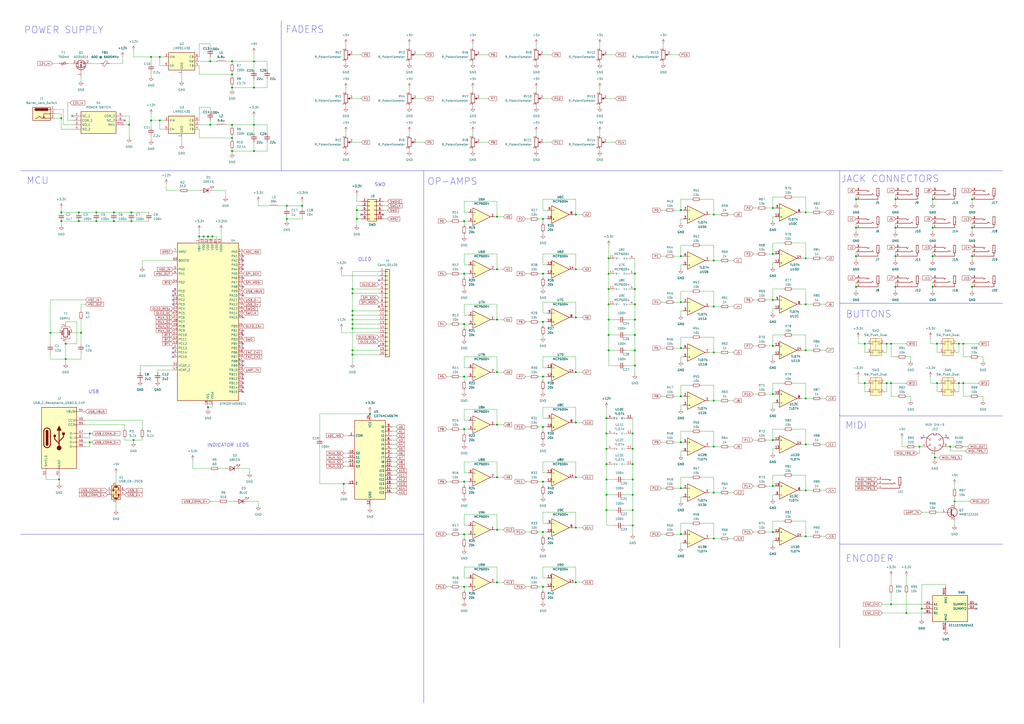
<source format=kicad_sch>
(kicad_sch (version 20250114) (generator "eeschema") (generator_version "9.0")
  (paper "A2")
  (title_block (title "Faderbay Schematic") (date "2025-03-22") (rev "0.1") (company "Marti Dominguez"))
  (text "BUTTONS" (at 503.936 182.372 0) (effects (font (size 4 4))))
  (text "MIDI\n" (at 496.57 246.888 0) (effects (font (size 4 4))))
  (text "MCU" (at 21.844 104.902 0) (effects (font (size 4 4))))
  (text "USB\n" (at 54.356 227.33 0) (effects (font (size 2 2))))
  (text "INDICATOR LEDS\n" (at 132.334 258.318 0) (effects (font (size 2 2))))
  (text "POWER SUPPLY\n" (at 37.084 17.526 0) (effects (font (size 4 4))))
  (text "SWD\n" (at 220.472 107.188 0) (effects (font (size 2 2))))
  (text "FADERS" (at 176.784 17.272 0) (effects (font (size 4 4))))
  (text "JACK CONNECTORS" (at 516.382 103.886 0) (effects (font (size 4 4))))
  (text "OLED" (at 211.582 150.622 0) (effects (font (size 2 2))))
  (text "ENCODER" (at 504.444 324.104 0) (effects (font (size 4 4))))
  (text "OP-AMPS" (at 262.382 105.41 0) (effects (font (size 4 4))))
  (junction (at 368.3 194.31))
  (junction (at 353.06 149.86))
  (junction (at 87.63 33.02))
  (junction (at 204.47 170.18))
  (junction (at 414.02 312.42))
  (junction (at 66.04 128.27))
  (junction (at 414.02 204.47))
  (junction (at 394.97 175.26))
  (junction (at 368.3 158.75))
  (junction (at 334.01 124.46))
  (junction (at 120.65 137.16))
  (junction (at 367.03 269.24))
  (junction (at 214.63 240.03))
  (junction (at 496.57 115.57))
  (junction (at 534.67 353.06))
  (junction (at 467.36 257.81))
  (junction (at 448.31 120.65))
  (junction (at 414.02 259.08))
  (junction (at 115.57 137.16))
  (junction (at 558.8 199.39))
  (junction (at 368.3 185.42))
  (junction (at 563.88 115.57))
  (junction (at 120.65 236.22))
  (junction (at 52.07 256.54))
  (junction (at 516.89 199.39))
  (junction (at 134.62 72.39))
  (junction (at 77.47 255.27))
  (junction (at 314.96 158.75))
  (junction (at 55.88 128.27))
  (junction (at 134.62 43.18))
  (junction (at 551.18 259.08))
  (junction (at 448.31 308.61))
  (junction (at 314.96 308.61))
  (junction (at 204.47 180.34))
  (junction (at 207.01 127))
  (junction (at 269.24 309.88))
  (junction (at 519.43 115.57))
  (junction (at 351.79 260.35))
  (junction (at 204.47 190.5))
  (junction (at 334.01 156.21))
  (junction (at 563.88 166.37))
  (junction (at 199.39 280.67))
  (junction (at 467.36 176.53))
  (junction (at 467.36 123.19))
  (junction (at 351.79 251.46))
  (junction (at 269.24 340.36))
  (junction (at 147.32 35.56))
  (junction (at 414.02 124.46))
  (junction (at 414.02 285.75))
  (junction (at 288.29 215.9))
  (junction (at 204.47 205.74))
  (junction (at 541.02 166.37))
  (junction (at 288.29 246.38))
  (junction (at 314.96 218.44))
  (junction (at 353.06 167.64))
  (junction (at 519.43 166.37))
  (junction (at 496.57 132.08))
  (junction (at 314.96 186.69))
  (junction (at 288.29 307.34))
  (junction (at 76.2 123.19))
  (junction (at 394.97 148.59))
  (junction (at 353.06 158.75))
  (junction (at 121.92 72.39))
  (junction (at 353.06 203.2))
  (junction (at 542.29 265.43))
  (junction (at 519.43 148.59))
  (junction (at 123.19 137.16))
  (junction (at 533.4 259.08))
  (junction (at 394.97 121.92))
  (junction (at 87.63 69.85))
  (junction (at 448.31 228.6))
  (junction (at 175.26 119.38))
  (junction (at 92.71 33.02))
  (junction (at 45.72 128.27))
  (junction (at 541.02 148.59))
  (junction (at 92.71 69.85))
  (junction (at 334.01 276.86))
  (junction (at 334.01 337.82))
  (junction (at 269.24 279.4))
  (junction (at 204.47 203.2))
  (junction (at 269.24 218.44))
  (junction (at 351.79 242.57))
  (junction (at 367.03 295.91))
  (junction (at 553.72 290.83))
  (junction (at 334.01 306.07))
  (junction (at 514.35 222.25))
  (junction (at 288.29 337.82))
  (junction (at 334.01 215.9))
  (junction (at 269.24 248.92))
  (junction (at 563.88 132.08))
  (junction (at 134.62 87.63))
  (junction (at 394.97 256.54))
  (junction (at 368.3 167.64))
  (junction (at 134.62 80.01))
  (junction (at 269.24 187.96))
  (junction (at 35.56 128.27))
  (junction (at 414.02 151.13))
  (junction (at 543.56 222.25))
  (junction (at 207.01 121.92))
  (junction (at 394.97 229.87))
  (junction (at 394.97 309.88))
  (junction (at 66.04 123.19))
  (junction (at 38.1 208.28))
  (junction (at 501.65 222.25))
  (junction (at 448.31 173.99))
  (junction (at 121.92 35.56))
  (junction (at 367.03 287.02))
  (junction (at 467.36 231.14))
  (junction (at 147.32 72.39))
  (junction (at 288.29 276.86))
  (junction (at 563.88 148.59))
  (junction (at 519.43 132.08))
  (junction (at 448.31 281.94))
  (junction (at 334.01 245.11))
  (junction (at 269.24 158.75))
  (junction (at 314.96 340.36))
  (junction (at 147.32 87.63))
  (junction (at 353.06 176.53))
  (junction (at 314.96 127))
  (junction (at 351.79 287.02))
  (junction (at 467.36 203.2))
  (junction (at 74.93 72.39))
  (junction (at 55.88 123.19))
  (junction (at 166.37 119.38))
  (junction (at 448.31 147.32))
  (junction (at 367.03 260.35))
  (junction (at 351.79 269.24))
  (junction (at 541.02 132.08))
  (junction (at 368.3 176.53))
  (junction (at 353.06 185.42))
  (junction (at 288.29 185.42))
  (junction (at 34.29 278.13))
  (junction (at 501.65 199.39))
  (junction (at 467.36 311.15))
  (junction (at 204.47 167.64))
  (junction (at 45.72 123.19))
  (junction (at 367.03 278.13))
  (junction (at 204.47 182.88))
  (junction (at 467.36 284.48))
  (junction (at 314.96 279.4))
  (junction (at 118.11 137.16))
  (junction (at 394.97 201.93))
  (junction (at 52.07 251.46))
  (junction (at 166.37 127))
  (junction (at 448.31 255.27))
  (junction (at 76.2 128.27))
  (junction (at 134.62 35.56))
  (junction (at 288.29 125.73))
  (junction (at 514.35 199.39))
  (junction (at 556.26 222.25))
  (junction (at 314.96 247.65))
  (junction (at 351.79 278.13))
  (junction (at 394.97 283.21))
  (junction (at 414.02 232.41))
  (junction (at 367.03 304.8))
  (junction (at 496.57 148.59))
  (junction (at 525.78 355.6))
  (junction (at 147.32 50.8))
  (junction (at 204.47 185.42))
  (junction (at 35.56 68.58))
  (junction (at 35.56 123.19))
  (junction (at 558.8 222.25))
  (junction (at 414.02 177.8))
  (junction (at 516.89 222.25))
  (junction (at 351.79 295.91))
  (junction (at 516.89 350.52))
  (junction (at 269.24 128.27))
  (junction (at 134.62 50.8))
  (junction (at 543.56 199.39))
  (junction (at 496.57 166.37))
  (junction (at 368.3 203.2))
  (junction (at 204.47 187.96))
  (junction (at 46.99 193.04))
  (junction (at 541.02 115.57))
  (junction (at 38.1 199.39))
  (junction (at 29.21 193.04))
  (junction (at 368.3 212.09))
  (junction (at 448.31 200.66))
  (junction (at 353.06 194.31))
  (junction (at 467.36 149.86))
  (junction (at 556.26 199.39))
  (junction (at 334.01 184.15))
  (junction (at 367.03 251.46))
  (junction (at 288.29 156.21))
  (no_connect (at 140.97 191.77))
  (no_connect (at 140.97 201.93))
  (no_connect (at 41.91 67.31))
  (no_connect (at 100.33 173.99))
  (no_connect (at 100.33 207.01))
  (no_connect (at 140.97 194.31))
  (no_connect (at 219.71 200.66))
  (no_connect (at 140.97 161.29))
  (no_connect (at 534.67 254))
  (no_connect (at 566.42 350.52))
  (no_connect (at 140.97 224.79))
  (no_connect (at 140.97 153.67))
  (no_connect (at 100.33 204.47))
  (no_connect (at 100.33 176.53))
  (no_connect (at 140.97 219.71))
  (no_connect (at 140.97 171.45))
  (no_connect (at 140.97 184.15))
  (no_connect (at 219.71 177.8))
  (no_connect (at 222.25 124.46))
  (no_connect (at 140.97 217.17))
  (no_connect (at 100.33 168.91))
  (no_connect (at 566.42 353.06))
  (no_connect (at 140.97 209.55))
  (no_connect (at 140.97 148.59))
  (no_connect (at 100.33 201.93))
  (no_connect (at 209.55 124.46))
  (no_connect (at 72.39 69.85))
  (no_connect (at 140.97 199.39))
  (no_connect (at 140.97 212.09))
  (no_connect (at 140.97 166.37))
  (no_connect (at 140.97 222.25))
  (no_connect (at 100.33 171.45))
  (no_connect (at 140.97 156.21))
  (no_connect (at 140.97 227.33))
  (no_connect (at 219.71 162.56))
  (no_connect (at 140.97 151.13))
  (no_connect (at 549.91 254))
  (wire (pts (xy 553.72 290.83) (xy 562.61 290.83)))
  (wire (pts (xy 222.25 119.38) (xy 224.79 119.38)))
  (wire (pts (xy 34.29 278.13) (xy 34.29 280.67)))
  (wire (pts (xy 394.97 229.87) (xy 396.24 229.87)))
  (wire (pts (xy 304.8 247.65) (xy 307.34 247.65)))
  (wire (pts (xy 332.74 245.11) (xy 334.01 245.11)))
  (wire (pts (xy 391.16 283.21) (xy 394.97 283.21)))
  (wire (pts (xy 271.78 274.32) (xy 269.24 274.32)))
  (wire (pts (xy 467.36 231.14) (xy 471.17 231.14)))
  (wire (pts (xy 353.06 185.42) (xy 358.14 185.42)))
  (wire (pts (xy 516.89 199.39) (xy 516.89 207.01)))
  (wire (pts (xy 200.66 86.36) (xy 200.66 87.63)))
  (wire (pts (xy 558.8 229.87) (xy 562.61 229.87)))
  (wire (pts (xy 353.06 158.75) (xy 353.06 167.64)))
  (wire (pts (xy 269.24 218.44) (xy 271.78 218.44)))
  (wire (pts (xy 26.67 276.86) (xy 26.67 278.13)))
  (wire (pts (xy 278.13 82.55) (xy 283.21 82.55)))
  (wire (pts (xy 368.3 212.09) (xy 363.22 212.09)))
  (wire (pts (xy 204.47 190.5) (xy 219.71 190.5)))
  (wire (pts (xy 516.89 207.01) (xy 520.7 207.01)))
  (wire (pts (xy 314.96 127) (xy 314.96 129.54)))
  (wire (pts (xy 541.02 146.05) (xy 541.02 148.59)))
  (wire (pts (xy 204.47 180.34) (xy 204.47 170.18)))
  (wire (pts (xy 514.35 227.33) (xy 514.35 222.25)))
  (wire (pts (xy 30.48 36.83) (xy 34.29 36.83)))
  (wire (pts (xy 558.8 222.25) (xy 558.8 229.87)))
  (wire (pts (xy 200.66 50.8) (xy 200.66 53.34)))
  (wire (pts (xy 304.8 308.61) (xy 307.34 308.61)))
  (wire (pts (xy 334.01 297.18) (xy 334.01 306.07)))
  (wire (pts (xy 41.91 72.39) (xy 36.83 72.39)))
  (wire (pts (xy 414.02 285.75) (xy 417.83 285.75)))
  (wire (pts (xy 120.65 137.16) (xy 118.11 137.16)))
  (wire (pts (xy 288.29 176.53) (xy 288.29 185.42)))
  (wire (pts (xy 549.91 259.08) (xy 551.18 259.08)))
  (wire (pts (xy 269.24 309.88) (xy 271.78 309.88)))
  (wire (pts (xy 448.31 200.66) (xy 449.58 200.66)))
  (wire (pts (xy 266.7 218.44) (xy 269.24 218.44)))
  (wire (pts (xy 414.02 303.53) (xy 414.02 312.42)))
  (wire (pts (xy 111.76 266.7) (xy 111.76 271.78)))
  (wire (pts (xy 96.52 110.49) (xy 104.14 110.49)))
  (wire (pts (xy 543.56 227.33) (xy 543.56 222.25)))
  (wire (pts (xy 269.24 340.36) (xy 271.78 340.36)))
  (wire (pts (xy 237.49 50.8) (xy 237.49 53.34)))
  (wire (pts (xy 539.75 222.25) (xy 543.56 222.25)))
  (wire (pts (xy 38.1 208.28) (xy 38.1 210.82)))
  (wire (pts (xy 185.42 280.67) (xy 199.39 280.67)))
  (wire (pts (xy 52.07 259.08) (xy 52.07 256.54)))
  (wire (pts (xy 269.24 158.75) (xy 269.24 161.29)))
  (wire (pts (xy 288.29 237.49) (xy 288.29 246.38)))
  (wire (pts (xy 401.32 142.24) (xy 394.97 142.24)))
  (wire (pts (xy 81.28 212.09) (xy 81.28 215.9)))
  (wire (pts (xy 105.41 43.18) (xy 105.41 46.99)))
  (wire (pts (xy 204.47 157.48) (xy 219.71 157.48)))
  (wire (pts (xy 448.31 173.99) (xy 449.58 173.99)))
  (wire (pts (xy 353.06 185.42) (xy 353.06 194.31)))
  (wire (pts (xy 454.66 140.97) (xy 448.31 140.97)))
  (wire (pts (xy 448.31 228.6) (xy 449.58 228.6)))
  (wire (pts (xy 288.29 307.34) (xy 292.1 307.34)))
  (wire (pts (xy 384.81 35.56) (xy 384.81 36.83)))
  (wire (pts (xy 368.3 176.53) (xy 368.3 185.42)))
  (wire (pts (xy 35.56 128.27) (xy 35.56 130.81)))
  (wire (pts (xy 204.47 170.18) (xy 219.71 170.18)))
  (wire (pts (xy 288.29 298.45) (xy 288.29 307.34)))
  (wire (pts (xy 567.69 222.25) (xy 558.8 222.25)))
  (wire (pts (xy 227.33 255.27) (xy 229.87 255.27)))
  (wire (pts (xy 72.39 255.27) (xy 77.47 255.27)))
  (wire (pts (xy 394.97 250.19) (xy 394.97 256.54)))
  (wire (pts (xy 128.27 133.35) (xy 128.27 138.43)))
  (wire (pts (xy 332.74 184.15) (xy 334.01 184.15)))
  (wire (pts (xy 448.31 205.74) (xy 448.31 208.28)))
  (wire (pts (xy 448.31 255.27) (xy 449.58 255.27)))
  (wire (pts (xy 401.32 223.52) (xy 394.97 223.52)))
  (wire (pts (xy 52.07 36.83) (xy 58.42 36.83)))
  (wire (pts (xy 444.5 255.27) (xy 448.31 255.27)))
  (wire (pts (xy 271.78 243.84) (xy 269.24 243.84)))
  (wire (pts (xy 314.96 347.98) (xy 314.96 349.25)))
  (wire (pts (xy 227.33 285.75) (xy 229.87 285.75)))
  (wire (pts (xy 497.84 222.25) (xy 501.65 222.25)))
  (wire (pts (xy 74.93 72.39) (xy 74.93 80.01)))
  (wire (pts (xy 287.02 185.42) (xy 288.29 185.42)))
  (wire (pts (xy 204.47 180.34) (xy 219.71 180.34)))
  (wire (pts (xy 436.88 120.65) (xy 439.42 120.65)))
  (wire (pts (xy 351.79 236.22) (xy 351.79 242.57)))
  (wire (pts (xy 467.36 311.15) (xy 471.17 311.15)))
  (wire (pts (xy 207.01 116.84) (xy 207.01 113.03)))
  (wire (pts (xy 314.96 115.57) (xy 334.01 115.57)))
  (wire (pts (xy 269.24 237.49) (xy 288.29 237.49)))
  (wire (pts (xy 351.79 57.15) (xy 356.87 57.15)))
  (wire (pts (xy 396.24 314.96) (xy 394.97 314.96)))
  (wire (pts (xy 396.24 180.34) (xy 394.97 180.34)))
  (wire (pts (xy 414.02 142.24) (xy 414.02 151.13)))
  (wire (pts (xy 363.22 185.42) (xy 368.3 185.42)))
  (wire (pts (xy 154.94 82.55) (xy 154.94 87.63)))
  (wire (pts (xy 367.03 287.02) (xy 367.03 278.13)))
  (wire (pts (xy 209.55 119.38) (xy 207.01 119.38)))
  (wire (pts (xy 496.57 166.37) (xy 496.57 168.91)))
  (wire (pts (xy 76.2 123.19) (xy 86.36 123.19)))
  (wire (pts (xy 100.33 151.13) (xy 82.55 151.13)))
  (wire (pts (xy 367.03 295.91) (xy 367.03 287.02)))
  (wire (pts (xy 383.54 201.93) (xy 386.08 201.93)))
  (wire (pts (xy 288.29 328.93) (xy 288.29 337.82)))
  (wire (pts (xy 314.96 213.36) (xy 314.96 207.01)))
  (wire (pts (xy 288.29 185.42) (xy 292.1 185.42)))
  (wire (pts (xy 312.42 340.36) (xy 314.96 340.36)))
  (wire (pts (xy 95.25 38.1) (xy 92.71 38.1)))
  (wire (pts (xy 448.31 233.68) (xy 448.31 236.22)))
  (wire (pts (xy 334.01 306.07) (xy 337.82 306.07)))
  (wire (pts (xy 71.12 36.83) (xy 71.12 33.02)))
  (wire (pts (xy 396.24 288.29) (xy 394.97 288.29)))
  (wire (pts (xy 237.49 25.4) (xy 237.49 27.94)))
  (wire (pts (xy 543.56 222.25) (xy 544.83 222.25)))
  (wire (pts (xy 563.88 148.59) (xy 563.88 151.13)))
  (wire (pts (xy 314.96 279.4) (xy 317.5 279.4)))
  (wire (pts (xy 154.94 87.63) (xy 147.32 87.63)))
  (wire (pts (xy 414.02 177.8) (xy 411.48 177.8)))
  (wire (pts (xy 334.01 115.57) (xy 334.01 124.46)))
  (wire (pts (xy 130.81 35.56) (xy 134.62 35.56)))
  (wire (pts (xy 46.99 44.45) (xy 46.99 46.99)))
  (wire (pts (xy 314.96 255.27) (xy 314.96 256.54)))
  (wire (pts (xy 394.97 256.54) (xy 396.24 256.54)))
  (wire (pts (xy 304.8 218.44) (xy 307.34 218.44)))
  (wire (pts (xy 314.96 121.92) (xy 314.96 115.57)))
  (wire (pts (xy 115.57 25.4) (xy 115.57 33.02)))
  (wire (pts (xy 414.02 177.8) (xy 417.83 177.8)))
  (wire (pts (xy 314.96 31.75) (xy 320.04 31.75)))
  (wire (pts (xy 414.02 232.41) (xy 411.48 232.41)))
  (wire (pts (xy 149.86 293.37) (xy 149.86 290.83)))
  (wire (pts (xy 134.62 78.74) (xy 134.62 80.01)))
  (wire (pts (xy 406.4 115.57) (xy 414.02 115.57)))
  (wire (pts (xy 394.97 309.88) (xy 396.24 309.88)))
  (wire (pts (xy 314.96 57.15) (xy 320.04 57.15)))
  (wire (pts (xy 82.55 151.13) (xy 82.55 154.94)))
  (wire (pts (xy 367.03 260.35) (xy 367.03 251.46)))
  (wire (pts (xy 567.69 207.01) (xy 570.23 207.01)))
  (wire (pts (xy 115.57 38.1) (xy 115.57 43.18)))
  (wire (pts (xy 121.92 35.56) (xy 125.73 35.56)))
  (wire (pts (xy 311.15 50.8) (xy 311.15 53.34)))
  (wire (pts (xy 147.32 40.64) (xy 147.32 35.56)))
  (wire (pts (xy 436.88 308.61) (xy 439.42 308.61)))
  (wire (pts (xy 53.34 256.54) (xy 52.07 256.54)))
  (wire (pts (xy 269.24 304.8) (xy 269.24 298.45)))
  (wire (pts (xy 334.01 236.22) (xy 334.01 245.11)))
  (wire (pts (xy 154.94 50.8) (xy 147.32 50.8)))
  (wire (pts (xy 269.24 218.44) (xy 269.24 220.98)))
  (wire (pts (xy 467.36 222.25) (xy 467.36 231.14)))
  (wire (pts (xy 76.2 128.27) (xy 86.36 128.27)))
  (wire (pts (xy 444.5 228.6) (xy 448.31 228.6)))
  (wire (pts (xy 543.56 297.18) (xy 546.1 297.18)))
  (wire (pts (xy 448.31 114.3) (xy 448.31 120.65)))
  (wire (pts (xy 269.24 328.93) (xy 288.29 328.93)))
  (wire (pts (xy 287.02 276.86) (xy 288.29 276.86)))
  (wire (pts (xy 259.08 309.88) (xy 261.62 309.88)))
  (wire (pts (xy 368.3 185.42) (xy 368.3 194.31)))
  (wire (pts (xy 207.01 119.38) (xy 207.01 121.92)))
  (wire (pts (xy 454.66 302.26) (xy 448.31 302.26)))
  (wire (pts (xy 74.93 72.39) (xy 72.39 72.39)))
  (wire (pts (xy 49.53 173.99) (xy 29.21 173.99)))
  (wire (pts (xy 198.12 160.02) (xy 198.12 157.48)))
  (wire (pts (xy 383.54 175.26) (xy 386.08 175.26)))
  (wire (pts (xy 351.79 278.13) (xy 356.87 278.13)))
  (wire (pts (xy 219.71 193.04) (xy 198.12 193.04)))
  (wire (pts (xy 31.75 68.58) (xy 35.56 68.58)))
  (wire (pts (xy 115.57 133.35) (xy 115.57 137.16)))
  (wire (pts (xy 351.79 260.35) (xy 351.79 269.24)))
  (wire (pts (xy 134.62 50.8) (xy 134.62 52.07)))
  (wire (pts (xy 560.07 261.62) (xy 551.18 261.62)))
  (wire (pts (xy 67.31 274.32) (xy 67.31 279.4)))
  (wire (pts (xy 227.33 267.97) (xy 229.87 267.97)))
  (wire (pts (xy 237.49 60.96) (xy 237.49 62.23)))
  (wire (pts (xy 391.16 229.87) (xy 394.97 229.87)))
  (wire (pts (xy 361.95 295.91) (xy 367.03 295.91)))
  (wire (pts (xy 553.72 280.67) (xy 553.72 283.21)))
  (wire (pts (xy 467.36 203.2) (xy 471.17 203.2)))
  (wire (pts (xy 406.4 195.58) (xy 414.02 195.58)))
  (wire (pts (xy 77.47 255.27) (xy 77.47 256.54)))
  (wire (pts (xy 204.47 170.18) (xy 204.47 167.64)))
  (wire (pts (xy 269.24 340.36) (xy 269.24 342.9)))
  (wire (pts (xy 501.65 199.39) (xy 502.92 199.39)))
  (wire (pts (xy 209.55 116.84) (xy 207.01 116.84)))
  (wire (pts (xy 459.74 222.25) (xy 467.36 222.25)))
  (wire (pts (xy 436.88 147.32) (xy 439.42 147.32)))
  (wire (pts (xy 100.33 212.09) (xy 81.28 212.09)))
  (wire (pts (xy 105.41 80.01) (xy 105.41 83.82)))
  (wire (pts (xy 391.16 121.92) (xy 394.97 121.92)))
  (wire (pts (xy 269.24 176.53) (xy 288.29 176.53)))
  (wire (pts (xy 271.78 182.88) (xy 269.24 182.88)))
  (wire (pts (xy 422.91 312.42) (xy 425.45 312.42)))
  (wire (pts (xy 115.57 43.18) (xy 134.62 43.18)))
  (wire (pts (xy 414.02 195.58) (xy 414.02 204.47)))
  (wire (pts (xy 351.79 295.91) (xy 351.79 287.02)))
  (wire (pts (xy 121.92 72.39) (xy 125.73 72.39)))
  (wire (pts (xy 287.02 246.38) (xy 288.29 246.38)))
  (wire (pts (xy 259.08 279.4) (xy 261.62 279.4)))
  (wire (pts (xy 314.96 175.26) (xy 334.01 175.26)))
  (wire (pts (xy 449.58 233.68) (xy 448.31 233.68)))
  (wire (pts (xy 269.24 116.84) (xy 288.29 116.84)))
  (wire (pts (xy 227.33 260.35) (xy 229.87 260.35)))
  (wire (pts (xy 38.1 186.69) (xy 44.45 186.69)))
  (wire (pts (xy 314.96 147.32) (xy 334.01 147.32)))
  (wire (pts (xy 467.36 194.31) (xy 467.36 203.2)))
  (wire (pts (xy 334.01 267.97) (xy 334.01 276.86)))
  (wire (pts (xy 314.96 297.18) (xy 334.01 297.18)))
  (wire (pts (xy 414.02 151.13) (xy 417.83 151.13)))
  (wire (pts (xy 414.02 151.13) (xy 411.48 151.13)))
  (wire (pts (xy 166.37 119.38) (xy 161.29 119.38)))
  (wire (pts (xy 77.47 33.02) (xy 87.63 33.02)))
  (wire (pts (xy 314.96 166.37) (xy 314.96 167.64)))
  (wire (pts (xy 38.1 208.28) (xy 46.99 208.28)))
  (wire (pts (xy 147.32 82.55) (xy 147.32 87.63)))
  (wire (pts (xy 533.4 259.08) (xy 534.67 259.08)))
  (wire (pts (xy 448.31 140.97) (xy 448.31 147.32)))
  (wire (pts (xy 448.31 260.35) (xy 448.31 262.89)))
  (wire (pts (xy 204.47 205.74) (xy 204.47 203.2)))
  (wire (pts (xy 384.81 25.4) (xy 384.81 27.94)))
  (wire (pts (xy 539.75 218.44) (xy 539.75 222.25)))
  (wire (pts (xy 118.11 138.43) (xy 118.11 137.16)))
  (wire (pts (xy 444.5 308.61) (xy 448.31 308.61)))
  (wire (pts (xy 396.24 207.01) (xy 394.97 207.01)))
  (wire (pts (xy 556.26 222.25) (xy 558.8 222.25)))
  (wire (pts (xy 269.24 347.98) (xy 269.24 349.25)))
  (wire (pts (xy 448.31 248.92) (xy 448.31 255.27)))
  (wire (pts (xy 314.96 274.32) (xy 314.96 267.97)))
  (wire (pts (xy 204.47 182.88) (xy 219.71 182.88)))
  (wire (pts (xy 334.01 207.01) (xy 334.01 215.9)))
  (wire (pts (xy 121.92 290.83) (xy 127 290.83)))
  (wire (pts (xy 544.83 227.33) (xy 543.56 227.33)))
  (wire (pts (xy 351.79 304.8) (xy 351.79 295.91)))
  (wire (pts (xy 467.36 284.48) (xy 471.17 284.48)))
  (wire (pts (xy 334.01 124.46) (xy 337.82 124.46)))
  (wire (pts (xy 266.7 309.88) (xy 269.24 309.88)))
  (wire (pts (xy 198.12 193.04) (xy 198.12 190.5)))
  (wire (pts (xy 82.55 255.27) (xy 77.47 255.27)))
  (wire (pts (xy 288.29 276.86) (xy 292.1 276.86)))
  (wire (pts (xy 317.5 242.57) (xy 314.96 242.57)))
  (wire (pts (xy 563.88 129.54) (xy 563.88 132.08)))
  (wire (pts (xy 368.3 149.86) (xy 368.3 158.75)))
  (wire (pts (xy 269.24 317.5) (xy 269.24 318.77)))
  (wire (pts (xy 314.96 153.67) (xy 314.96 147.32)))
  (polyline (pts (xy 163.195 99.06) (xy 163.195 12.065)))
  (wire (pts (xy 317.5 153.67) (xy 314.96 153.67)))
  (wire (pts (xy 388.62 31.75) (xy 393.7 31.75)))
  (wire (pts (xy 269.24 256.54) (xy 269.24 257.81)))
  (wire (pts (xy 314.96 158.75) (xy 314.96 161.29)))
  (wire (pts (xy 406.4 142.24) (xy 414.02 142.24)))
  (wire (pts (xy 200.66 60.96) (xy 200.66 62.23)))
  (wire (pts (xy 363.22 203.2) (xy 368.3 203.2)))
  (wire (pts (xy 237.49 76.2) (xy 237.49 78.74)))
  (wire (pts (xy 204.47 167.64) (xy 204.47 157.48)))
  (wire (pts (xy 241.3 57.15) (xy 246.38 57.15)))
  (wire (pts (xy 563.88 166.37) (xy 563.88 168.91)))
  (wire (pts (xy 269.24 123.19) (xy 269.24 116.84)))
  (wire (pts (xy 304.8 158.75) (xy 307.34 158.75)))
  (wire (pts (xy 394.97 234.95) (xy 394.97 237.49)))
  (wire (pts (xy 87.63 41.91) (xy 87.63 44.45)))
  (wire (pts (xy 502.92 227.33) (xy 501.65 227.33)))
  (wire (pts (xy 361.95 287.02) (xy 367.03 287.02)))
  (wire (pts (xy 269.24 243.84) (xy 269.24 237.49)))
  (wire (pts (xy 111.76 271.78) (xy 121.92 271.78)))
  (wire (pts (xy 532.13 262.89) (xy 533.4 262.89)))
  (wire (pts (xy 269.24 128.27) (xy 269.24 130.81)))
  (wire (pts (xy 317.5 274.32) (xy 314.96 274.32)))
  (wire (pts (xy 514.35 199.39) (xy 514.35 204.47)))
  (wire (pts (xy 368.3 212.09) (xy 368.3 217.17)))
  (wire (pts (xy 237.49 86.36) (xy 237.49 87.63)))
  (wire (pts (xy 334.01 175.26) (xy 334.01 184.15)))
  (wire (pts (xy 394.97 201.93) (xy 396.24 201.93)))
  (wire (pts (xy 121.92 69.85) (xy 121.92 72.39)))
  (wire (pts (xy 200.66 76.2) (xy 200.66 78.74)))
  (wire (pts (xy 334.01 215.9) (xy 337.82 215.9)))
  (wire (pts (xy 516.89 199.39) (xy 525.78 199.39)))
  (polyline (pts (xy 487.045 375.92) (xy 487.045 240.665)))
  (wire (pts (xy 314.96 242.57) (xy 314.96 236.22)))
  (polyline (pts (xy 487.045 175.895) (xy 487.045 241.3)))
  (wire (pts (xy 269.24 195.58) (xy 269.24 196.85)))
  (wire (pts (xy 288.29 267.97) (xy 288.29 276.86)))
  (wire (pts (xy 304.8 127) (xy 307.34 127)))
  (wire (pts (xy 287.02 307.34) (xy 288.29 307.34)))
  (wire (pts (xy 95.25 74.93) (xy 92.71 74.93)))
  (wire (pts (xy 347.98 35.56) (xy 347.98 36.83)))
  (wire (pts (xy 467.36 114.3) (xy 467.36 123.19)))
  (wire (pts (xy 120.65 138.43) (xy 120.65 137.16)))
  (wire (pts (xy 394.97 303.53) (xy 394.97 309.88)))
  (wire (pts (xy 311.15 60.96) (xy 311.15 62.23)))
  (wire (pts (xy 118.11 137.16) (xy 115.57 137.16)))
  (wire (pts (xy 519.43 148.59) (xy 519.43 151.13)))
  (wire (pts (xy 175.26 125.73) (xy 175.26 127)))
  (wire (pts (xy 542.29 265.43) (xy 542.29 266.7)))
  (wire (pts (xy 314.96 247.65) (xy 314.96 250.19)))
  (wire (pts (xy 448.31 147.32) (xy 449.58 147.32)))
  (wire (pts (xy 287.02 156.21) (xy 288.29 156.21)))
  (wire (pts (xy 351.79 295.91) (xy 356.87 295.91)))
  (wire (pts (xy 449.58 287.02) (xy 448.31 287.02)))
  (wire (pts (xy 467.36 176.53) (xy 471.17 176.53)))
  (wire (pts (xy 436.88 173.99) (xy 439.42 173.99)))
  (wire (pts (xy 314.96 186.69) (xy 317.5 186.69)))
  (wire (pts (xy 175.26 119.38) (xy 166.37 119.38)))
  (wire (pts (xy 266.7 340.36) (xy 269.24 340.36)))
  (wire (pts (xy 227.33 278.13) (xy 229.87 278.13)))
  (wire (pts (xy 347.98 50.8) (xy 347.98 53.34)))
  (wire (pts (xy 459.74 140.97) (xy 467.36 140.97)))
  (wire (pts (xy 394.97 261.62) (xy 394.97 264.16)))
  (wire (pts (xy 563.88 113.03) (xy 563.88 115.57)))
  (wire (pts (xy 269.24 187.96) (xy 269.24 190.5)))
  (wire (pts (xy 269.24 267.97) (xy 288.29 267.97)))
  (wire (pts (xy 134.62 35.56) (xy 134.62 36.83)))
  (wire (pts (xy 414.02 312.42) (xy 417.83 312.42)))
  (wire (pts (xy 317.5 335.28) (xy 314.96 335.28)))
  (wire (pts (xy 454.66 275.59) (xy 448.31 275.59)))
  (wire (pts (xy 367.03 251.46) (xy 367.03 242.57)))
  (wire (pts (xy 271.78 123.19) (xy 269.24 123.19)))
  (wire (pts (xy 459.74 302.26) (xy 467.36 302.26)))
  (wire (pts (xy 332.74 337.82) (xy 334.01 337.82)))
  (wire (pts (xy 227.33 252.73) (xy 229.87 252.73)))
  (wire (pts (xy 533.4 262.89) (xy 533.4 259.08)))
  (wire (pts (xy 467.36 149.86) (xy 471.17 149.86)))
  (wire (pts (xy 541.02 115.57) (xy 541.02 118.11)))
  (wire (pts (xy 563.88 146.05) (xy 563.88 148.59)))
  (wire (pts (xy 49.53 259.08) (xy 52.07 259.08)))
  (wire (pts (xy 266.7 279.4) (xy 269.24 279.4)))
  (wire (pts (xy 516.89 229.87) (xy 520.7 229.87)))
  (wire (pts (xy 269.24 309.88) (xy 269.24 312.42)))
  (wire (pts (xy 558.8 259.08) (xy 561.34 259.08)))
  (wire (pts (xy 448.31 313.69) (xy 448.31 316.23)))
  (wire (pts (xy 199.39 267.97) (xy 201.93 267.97)))
  (wire (pts (xy 123.19 137.16) (xy 120.65 137.16)))
  (wire (pts (xy 551.18 259.08) (xy 553.72 259.08)))
  (wire (pts (xy 414.02 124.46) (xy 411.48 124.46)))
  (wire (pts (xy 77.47 29.21) (xy 77.47 33.02)))
  (wire (pts (xy 130.81 110.49) (xy 130.81 114.3)))
  (wire (pts (xy 476.25 149.86) (xy 478.79 149.86)))
  (wire (pts (xy 92.71 33.02) (xy 95.25 33.02)))
  (wire (pts (xy 39.37 69.85) (xy 39.37 59.69)))
  (wire (pts (xy 334.01 156.21) (xy 337.82 156.21)))
  (wire (pts (xy 274.32 86.36) (xy 274.32 87.63)))
  (wire (pts (xy 528.32 207.01) (xy 528.32 209.55)))
  (wire (pts (xy 414.02 115.57) (xy 414.02 124.46)))
  (wire (pts (xy 367.03 304.8) (xy 367.03 309.88)))
  (wire (pts (xy 394.97 314.96) (xy 394.97 317.5)))
  (wire (pts (xy 353.06 167.64) (xy 353.06 176.53)))
  (wire (pts (xy 259.08 158.75) (xy 261.62 158.75)))
  (wire (pts (xy 511.81 355.6) (xy 525.78 355.6)))
  (wire (pts (xy 87.63 66.04) (xy 87.63 69.85)))
  (wire (pts (xy 149.86 290.83) (xy 143.51 290.83)))
  (wire (pts (xy 448.31 167.64) (xy 448.31 173.99)))
  (wire (pts (xy 523.24 259.08) (xy 523.24 254)))
  (wire (pts (xy 541.02 129.54) (xy 541.02 132.08)))
  (wire (pts (xy 214.63 238.76) (xy 214.63 240.03)))
  (wire (pts (xy 347.98 60.96) (xy 347.98 62.23)))
  (wire (pts (xy 96.52 106.68) (xy 96.52 110.49)))
  (wire (pts (xy 351.79 242.57) (xy 351.79 251.46)))
  (wire (pts (xy 525.78 355.6) (xy 535.94 355.6)))
  (wire (pts (xy 52.07 254) (xy 52.07 251.46)))
  (wire (pts (xy 368.3 158.75) (xy 368.3 167.64)))
  (wire (pts (xy 175.26 116.84) (xy 175.26 119.38)))
  (wire (pts (xy 55.88 123.19) (xy 66.04 123.19)))
  (wire (pts (xy 553.72 302.26) (xy 553.72 304.8)))
  (wire (pts (xy 448.31 308.61) (xy 449.58 308.61)))
  (wire (pts (xy 414.02 204.47) (xy 417.83 204.47)))
  (wire (pts (xy 467.36 176.53) (xy 464.82 176.53)))
  (wire (pts (xy 115.57 35.56) (xy 121.92 35.56)))
  (wire (pts (xy 120.65 234.95) (xy 120.65 236.22)))
  (wire (pts (xy 311.15 86.36) (xy 311.15 87.63)))
  (wire (pts (xy 269.24 153.67) (xy 269.24 147.32)))
  (wire (pts (xy 454.66 194.31) (xy 448.31 194.31)))
  (wire (pts (xy 391.16 309.88) (xy 394.97 309.88)))
  (wire (pts (xy 199.39 270.51) (xy 201.93 270.51)))
  (wire (pts (xy 204.47 203.2) (xy 219.71 203.2)))
  (wire (pts (xy 530.86 259.08) (xy 533.4 259.08)))
  (wire (pts (xy 401.32 195.58) (xy 394.97 195.58)))
  (wire (pts (xy 269.24 128.27) (xy 271.78 128.27)))
  (wire (pts (xy 134.62 86.36) (xy 134.62 87.63)))
  (wire (pts (xy 401.32 303.53) (xy 394.97 303.53)))
  (wire (pts (xy 314.96 308.61) (xy 314.96 311.15)))
  (wire (pts (xy 414.02 124.46) (xy 417.83 124.46)))
  (wire (pts (xy 368.3 203.2) (xy 368.3 212.09)))
  (wire (pts (xy 185.42 259.08) (xy 185.42 280.67)))
  (wire (pts (xy 29.21 199.39) (xy 29.21 193.04)))
  (wire (pts (xy 199.39 280.67) (xy 201.93 280.67)))
  (wire (pts (xy 353.06 203.2) (xy 353.06 212.09)))
  (wire (pts (xy 448.31 179.07) (xy 448.31 181.61)))
  (wire (pts (xy 539.75 199.39) (xy 543.56 199.39)))
  (wire (pts (xy 543.56 199.39) (xy 544.83 199.39)))
  (wire (pts (xy 422.91 204.47) (xy 425.45 204.47)))
  (wire (pts (xy 383.54 121.92) (xy 386.08 121.92)))
  (wire (pts (xy 214.63 293.37) (xy 214.63 294.64)))
  (wire (pts (xy 154.94 45.72) (xy 154.94 50.8)))
  (wire (pts (xy 227.33 250.19) (xy 229.87 250.19)))
  (wire (pts (xy 351.79 287.02) (xy 351.79 278.13)))
  (wire (pts (xy 556.26 227.33) (xy 556.26 222.25)))
  (wire (pts (xy 314.96 303.53) (xy 314.96 297.18)))
  (wire (pts (xy 351.79 251.46) (xy 351.79 260.35)))
  (wire (pts (xy 449.58 205.74) (xy 448.31 205.74)))
  (wire (pts (xy 209.55 121.92) (xy 207.01 121.92)))
  (wire (pts (xy 199.39 284.48) (xy 199.39 280.67)))
  (wire (pts (xy 311.15 76.2) (xy 311.15 78.74)))
  (wire (pts (xy 422.91 259.08) (xy 425.45 259.08)))
  (wire (pts (xy 556.26 199.39) (xy 558.8 199.39)))
  (wire (pts (xy 414.02 168.91) (xy 414.02 177.8)))
  (wire (pts (xy 199.39 265.43) (xy 201.93 265.43)))
  (wire (pts (xy 391.16 256.54) (xy 394.97 256.54)))
  (wire (pts (xy 134.62 35.56) (xy 147.32 35.56)))
  (wire (pts (xy 317.5 121.92) (xy 314.96 121.92)))
  (wire (pts (xy 49.53 176.53) (xy 46.99 176.53)))
  (wire (pts (xy 448.31 287.02) (xy 448.31 289.56)))
  (polyline (pts (xy 12.065 99.06) (xy 163.195 99.06)))
  (wire (pts (xy 91.44 214.63) (xy 91.44 215.9)))
  (wire (pts (xy 519.43 146.05) (xy 519.43 148.59)))
  (wire (pts (xy 274.32 76.2) (xy 274.32 78.74)))
  (wire (pts (xy 525.78 229.87) (xy 528.32 229.87)))
  (wire (pts (xy 401.32 115.57) (xy 394.97 115.57)))
  (wire (pts (xy 237.49 35.56) (xy 237.49 36.83)))
  (wire (pts (xy 548.64 339.09) (xy 534.67 339.09)))
  (wire (pts (xy 396.24 234.95) (xy 394.97 234.95)))
  (wire (pts (xy 134.62 49.53) (xy 134.62 50.8)))
  (wire (pts (xy 332.74 124.46) (xy 334.01 124.46)))
  (wire (pts (xy 422.91 285.75) (xy 425.45 285.75)))
  (wire (pts (xy 317.5 181.61) (xy 314.96 181.61)))
  (wire (pts (xy 541.02 148.59) (xy 541.02 151.13)))
  (wire (pts (xy 394.97 276.86) (xy 394.97 283.21)))
  (wire (pts (xy 92.71 74.93) (xy 92.71 69.85)))
  (wire (pts (xy 444.5 147.32) (xy 448.31 147.32)))
  (wire (pts (xy 288.29 337.82) (xy 292.1 337.82)))
  (wire (pts (xy 383.54 229.87) (xy 386.08 229.87)))
  (wire (pts (xy 149.86 119.38) (xy 156.21 119.38)))
  (wire (pts (xy 312.42 279.4) (xy 314.96 279.4)))
  (wire (pts (xy 394.97 121.92) (xy 396.24 121.92)))
  (wire (pts (xy 269.24 248.92) (xy 269.24 251.46)))
  (wire (pts (xy 67.31 292.1) (xy 67.31 295.91)))
  (wire (pts (xy 45.72 123.19) (xy 55.88 123.19)))
  (wire (pts (xy 525.78 207.01) (xy 528.32 207.01)))
  (wire (pts (xy 449.58 313.69) (xy 448.31 313.69)))
  (wire (pts (xy 314.96 247.65) (xy 317.5 247.65)))
  (polyline (pts (xy 487.045 175.895) (xy 581.66 175.895)))
  (wire (pts (xy 351.79 31.75) (xy 356.87 31.75)))
  (wire (pts (xy 476.25 203.2) (xy 478.79 203.2)))
  (wire (pts (xy 269.24 213.36) (xy 269.24 207.01)))
  (wire (pts (xy 467.36 284.48) (xy 464.82 284.48)))
  (wire (pts (xy 448.31 281.94) (xy 449.58 281.94)))
  (wire (pts (xy 448.31 222.25) (xy 448.31 228.6)))
  (wire (pts (xy 207.01 127) (xy 207.01 130.81)))
  (wire (pts (xy 525.78 344.17) (xy 525.78 355.6)))
  (wire (pts (xy 406.4 250.19) (xy 414.02 250.19)))
  (wire (pts (xy 269.24 287.02) (xy 269.24 288.29)))
  (wire (pts (xy 46.99 199.39) (xy 46.99 193.04)))
  (wire (pts (xy 467.36 275.59) (xy 467.36 284.48)))
  (wire (pts (xy 448.31 152.4) (xy 448.31 154.94)))
  (wire (pts (xy 87.63 33.02) (xy 92.71 33.02)))
  (wire (pts (xy 551.18 261.62) (xy 551.18 259.08)))
  (wire (pts (xy 227.33 262.89) (xy 229.87 262.89)))
  (wire (pts (xy 467.36 167.64) (xy 467.36 176.53)))
  (wire (pts (xy 542.29 265.43) (xy 544.83 265.43)))
  (wire (pts (xy 570.23 229.87) (xy 570.23 232.41)))
  (wire (pts (xy 314.96 218.44) (xy 314.96 220.98)))
  (wire (pts (xy 553.72 288.29) (xy 553.72 290.83)))
  (wire (pts (xy 288.29 246.38) (xy 292.1 246.38)))
  (wire (pts (xy 312.42 127) (xy 314.96 127)))
  (wire (pts (xy 314.96 226.06) (xy 314.96 227.33)))
  (wire (pts (xy 134.62 50.8) (xy 147.32 50.8)))
  (wire (pts (xy 204.47 182.88) (xy 204.47 180.34)))
  (wire (pts (xy 121.92 33.02) (xy 121.92 35.56)))
  (wire (pts (xy 422.91 232.41) (xy 425.45 232.41)))
  (wire (pts (xy 200.66 35.56) (xy 200.66 36.83)))
  (wire (pts (xy 414.02 232.41) (xy 417.83 232.41)))
  (wire (pts (xy 147.32 67.31) (xy 147.32 72.39)))
  (wire (pts (xy 314.96 236.22) (xy 334.01 236.22)))
  (wire (pts (xy 134.62 72.39) (xy 147.32 72.39)))
  (wire (pts (xy 334.01 337.82) (xy 337.82 337.82)))
  (wire (pts (xy 394.97 175.26) (xy 396.24 175.26)))
  (wire (pts (xy 175.26 120.65) (xy 175.26 119.38)))
  (wire (pts (xy 115.57 62.23) (xy 115.57 69.85)))
  (wire (pts (xy 127 271.78) (xy 130.81 271.78)))
  (wire (pts (xy 406.4 276.86) (xy 414.02 276.86)))
  (wire (pts (xy 82.55 254) (xy 82.55 255.27)))
  (wire (pts (xy 534.67 353.06) (xy 534.67 359.41)))
  (wire (pts (xy 556.26 199.39) (xy 554.99 199.39)))
  (wire (pts (xy 558.8 199.39) (xy 558.8 207.01)))
  (wire (pts (xy 115.57 25.4) (xy 121.92 25.4)))
  (polyline (pts (xy 245.745 309.88) (xy 245.745 407.67)))
  (wire (pts (xy 567.69 229.87) (xy 570.23 229.87)))
  (wire (pts (xy 134.62 43.18) (xy 134.62 44.45)))
  (wire (pts (xy 467.36 311.15) (xy 464.82 311.15)))
  (wire (pts (xy 121.92 25.4) (xy 121.92 27.94)))
  (wire (pts (xy 414.02 204.47) (xy 411.48 204.47)))
  (wire (pts (xy 513.08 227.33) (xy 514.35 227.33)))
  (wire (pts (xy 454.66 222.25) (xy 448.31 222.25)))
  (wire (pts (xy 266.7 128.27) (xy 269.24 128.27)))
  (wire (pts (xy 414.02 223.52) (xy 414.02 232.41)))
  (wire (pts (xy 154.94 40.64) (xy 154.94 35.56)))
  (wire (pts (xy 334.01 184.15) (xy 337.82 184.15)))
  (wire (pts (xy 87.63 69.85) (xy 92.71 69.85)))
  (wire (pts (xy 204.47 185.42) (xy 204.47 182.88)))
  (wire (pts (xy 35.56 74.93) (xy 35.56 68.58)))
  (wire (pts (xy 467.36 203.2) (xy 464.82 203.2)))
  (wire (pts (xy 204.47 31.75) (xy 209.55 31.75)))
  (wire (pts (xy 497.84 218.44) (xy 497.84 222.25)))
  (wire (pts (xy 534.67 297.18) (xy 538.48 297.18)))
  (wire (pts (xy 394.97 195.58) (xy 394.97 201.93)))
  (wire (pts (xy 266.7 248.92) (xy 269.24 248.92)))
  (wire (pts (xy 154.94 77.47) (xy 154.94 72.39)))
  (wire (pts (xy 134.62 80.01) (xy 134.62 81.28)))
  (wire (pts (xy 353.06 212.09) (xy 358.14 212.09)))
  (wire (pts (xy 269.24 279.4) (xy 271.78 279.4)))
  (wire (pts (xy 87.63 69.85) (xy 87.63 73.66)))
  (wire (pts (xy 394.97 283.21) (xy 396.24 283.21)))
  (wire (pts (xy 115.57 80.01) (xy 134.62 80.01)))
  (wire (pts (xy 269.24 147.32) (xy 288.29 147.32)))
  (wire (pts (xy 436.88 255.27) (xy 439.42 255.27)))
  (wire (pts (xy 41.91 74.93) (xy 35.56 74.93)))
  (wire (pts (xy 519.43 113.03) (xy 519.43 115.57)))
  (wire (pts (xy 46.99 185.42) (xy 46.99 193.04)))
  (wire (pts (xy 45.72 128.27) (xy 55.88 128.27)))
  (wire (pts (xy 448.31 125.73) (xy 448.31 128.27)))
  (wire (pts (xy 271.78 213.36) (xy 269.24 213.36)))
  (wire (pts (xy 144.78 274.32) (xy 144.78 271.78)))
  (wire (pts (xy 394.97 288.29) (xy 394.97 290.83)))
  (wire (pts (xy 541.02 163.83) (xy 541.02 166.37)))
  (wire (pts (xy 556.26 222.25) (xy 554.99 222.25)))
  (wire (pts (xy 476.25 123.19) (xy 478.79 123.19)))
  (wire (pts (xy 383.54 148.59) (xy 386.08 148.59)))
  (wire (pts (xy 82.55 243.84) (xy 49.53 243.84)))
  (wire (pts (xy 259.08 128.27) (xy 261.62 128.27)))
  (wire (pts (xy 29.21 173.99) (xy 29.21 193.04)))
  (wire (pts (xy 444.5 173.99) (xy 448.31 173.99)))
  (wire (pts (xy 204.47 205.74) (xy 219.71 205.74)))
  (wire (pts (xy 539.75 195.58) (xy 539.75 199.39)))
  (wire (pts (xy 368.3 194.31) (xy 368.3 203.2)))
  (wire (pts (xy 353.06 194.31) (xy 358.14 194.31)))
  (wire (pts (xy 121.92 62.23) (xy 121.92 64.77)))
  (wire (pts (xy 501.65 204.47) (xy 501.65 199.39)))
  (wire (pts (xy 394.97 142.24) (xy 394.97 148.59)))
  (wire (pts (xy 288.29 207.01) (xy 288.29 215.9)))
  (wire (pts (xy 351.79 278.13) (xy 351.79 269.24)))
  (wire (pts (xy 356.87 304.8) (xy 351.79 304.8)))
  (wire (pts (xy 204.47 82.55) (xy 209.55 82.55)))
  (wire (pts (xy 525.78 259.08) (xy 523.24 259.08)))
  (wire (pts (xy 271.78 153.67) (xy 269.24 153.67)))
  (wire (pts (xy 351.79 287.02) (xy 356.87 287.02)))
  (wire (pts (xy 222.25 116.84) (xy 224.79 116.84)))
  (wire (pts (xy 269.24 158.75) (xy 271.78 158.75)))
  (wire (pts (xy 274.32 25.4) (xy 274.32 27.94)))
  (wire (pts (xy 278.13 31.75) (xy 283.21 31.75)))
  (wire (pts (xy 227.33 280.67) (xy 229.87 280.67)))
  (wire (pts (xy 259.08 248.92) (xy 261.62 248.92)))
  (wire (pts (xy 554.99 227.33) (xy 556.26 227.33)))
  (wire (pts (xy 363.22 194.31) (xy 368.3 194.31)))
  (wire (pts (xy 314.96 267.97) (xy 334.01 267.97)))
  (wire (pts (xy 467.36 123.19) (xy 464.82 123.19)))
  (wire (pts (xy 227.33 283.21) (xy 229.87 283.21)))
  (wire (pts (xy 269.24 335.28) (xy 269.24 328.93)))
  (wire (pts (xy 563.88 132.08) (xy 563.88 134.62)))
  (wire (pts (xy 351.79 82.55) (xy 356.87 82.55)))
  (wire (pts (xy 287.02 337.82) (xy 288.29 337.82)))
  (wire (pts (xy 154.94 72.39) (xy 147.32 72.39)))
  (wire (pts (xy 204.47 57.15) (xy 209.55 57.15)))
  (wire (pts (xy 570.23 207.01) (xy 570.23 209.55)))
  (wire (pts (xy 347.98 76.2) (xy 347.98 78.74)))
  (wire (pts (xy 563.88 163.83) (xy 563.88 166.37)))
  (wire (pts (xy 38.1 187.96) (xy 38.1 186.69)))
  (wire (pts (xy 222.25 127) (xy 224.79 127)))
  (wire (pts (xy 200.66 25.4) (xy 200.66 27.94)))
  (wire (pts (xy 227.33 247.65) (xy 229.87 247.65)))
  (wire (pts (xy 269.24 135.89) (xy 269.24 137.16)))
  (wire (pts (xy 144.78 271.78) (xy 138.43 271.78)))
  (wire (pts (xy 314.96 279.4) (xy 314.96 281.94)))
  (wire (pts (xy 304.8 186.69) (xy 307.34 186.69)))
  (wire (pts (xy 314.96 287.02) (xy 314.96 288.29)))
  (polyline (pts (xy 487.045 241.3) (xy 581.66 241.3)))
  (wire (pts (xy 516.89 350.52) (xy 535.94 350.52)))
  (wire (pts (xy 414.02 312.42) (xy 411.48 312.42)))
  (wire (pts (xy 467.36 140.97) (xy 467.36 149.86)))
  (wire (pts (xy 396.24 127) (xy 394.97 127)))
  (wire (pts (xy 26.67 278.13) (xy 34.29 278.13)))
  (wire (pts (xy 476.25 311.15) (xy 478.79 311.15)))
  (wire (pts (xy 35.56 128.27) (xy 45.72 128.27)))
  (wire (pts (xy 496.57 148.59) (xy 496.57 151.13)))
  (wire (pts (xy 448.31 194.31) (xy 448.31 200.66)))
  (wire (pts (xy 414.02 285.75) (xy 411.48 285.75)))
  (wire (pts (xy 259.08 218.44) (xy 261.62 218.44)))
  (wire (pts (xy 394.97 148.59) (xy 396.24 148.59)))
  (wire (pts (xy 401.32 250.19) (xy 394.97 250.19)))
  (wire (pts (xy 563.88 115.57) (xy 563.88 118.11)))
  (wire (pts (xy 49.53 254) (xy 52.07 254)))
  (wire (pts (xy 311.15 35.56) (xy 311.15 36.83)))
  (wire (pts (xy 259.08 340.36) (xy 261.62 340.36)))
  (wire (pts (xy 314.96 340.36) (xy 314.96 342.9)))
  (wire (pts (xy 66.04 128.27) (xy 76.2 128.27)))
  (wire (pts (xy 394.97 223.52) (xy 394.97 229.87)))
  (wire (pts (xy 219.71 160.02) (xy 198.12 160.02)))
  (wire (pts (xy 502.92 204.47) (xy 501.65 204.47)))
  (wire (pts (xy 459.74 114.3) (xy 467.36 114.3)))
  (wire (pts (xy 394.97 207.01) (xy 394.97 209.55)))
  (wire (pts (xy 394.97 168.91) (xy 394.97 175.26)))
  (wire (pts (xy 496.57 113.03) (xy 496.57 115.57)))
  (wire (pts (xy 501.65 222.25) (xy 502.92 222.25)))
  (wire (pts (xy 514.35 222.25) (xy 513.08 222.25)))
  (wire (pts (xy 227.33 265.43) (xy 229.87 265.43)))
  (wire (pts (xy 134.62 87.63) (xy 134.62 88.9)))
  (wire (pts (xy 109.22 110.49) (xy 115.57 110.49)))
  (wire (pts (xy 467.36 302.26) (xy 467.36 311.15)))
  (wire (pts (xy 459.74 275.59) (xy 467.36 275.59)))
  (wire (pts (xy 314.96 335.28) (xy 314.96 328.93)))
  (wire (pts (xy 414.02 259.08) (xy 417.83 259.08)))
  (wire (pts (xy 269.24 166.37) (xy 269.24 167.64)))
  (wire (pts (xy 125.73 138.43) (xy 125.73 137.16)))
  (wire (pts (xy 314.96 82.55) (xy 320.04 82.55)))
  (wire (pts (xy 332.74 215.9) (xy 334.01 215.9)))
  (wire (pts (xy 334.01 147.32) (xy 334.01 156.21)))
  (wire (pts (xy 134.62 41.91) (xy 134.62 43.18)))
  (wire (pts (xy 353.06 203.2) (xy 358.14 203.2)))
  (wire (pts (xy 204.47 210.82) (xy 204.47 205.74)))
  (wire (pts (xy 271.78 335.28) (xy 269.24 335.28)))
  (wire (pts (xy 53.34 251.46) (xy 52.07 251.46)))
  (wire (pts (xy 519.43 132.08) (xy 519.43 134.62)))
  (wire (pts (xy 312.42 186.69) (xy 314.96 186.69)))
  (wire (pts (xy 314.96 158.75) (xy 317.5 158.75)))
  (wire (pts (xy 396.24 153.67) (xy 394.97 153.67)))
  (wire (pts (xy 501.65 227.33) (xy 501.65 222.25)))
  (wire (pts (xy 269.24 298.45) (xy 288.29 298.45)))
  (wire (pts (xy 401.32 276.86) (xy 394.97 276.86)))
  (wire (pts (xy 368.3 167.64) (xy 368.3 176.53)))
  (wire (pts (xy 274.32 60.96) (xy 274.32 62.23)))
  (wire (pts (xy 52.07 256.54) (xy 49.53 256.54)))
  (wire (pts (xy 314.96 218.44) (xy 317.5 218.44)))
  (wire (pts (xy 514.35 199.39) (xy 516.89 199.39)))
  (wire (pts (xy 383.54 256.54) (xy 386.08 256.54)))
  (wire (pts (xy 541.02 166.37) (xy 541.02 168.91)))
  (wire (pts (xy 516.89 344.17) (xy 516.89 350.52)))
  (wire (pts (xy 347.98 25.4) (xy 347.98 27.94)))
  (wire (pts (xy 332.74 276.86) (xy 334.01 276.86)))
  (wire (pts (xy 454.66 114.3) (xy 448.31 114.3)))
  (wire (pts (xy 312.42 247.65) (xy 314.96 247.65)))
  (wire (pts (xy 35.56 66.04) (xy 35.56 68.58)))
  (wire (pts (xy 514.35 222.25) (xy 516.89 222.25)))
  (polyline (pts (xy 245.745 99.06) (xy 581.66 99.06)))
  (wire (pts (xy 92.71 69.85) (xy 95.25 69.85)))
  (wire (pts (xy 115.57 137.16) (xy 115.57 138.43)))
  (wire (pts (xy 528.32 229.87) (xy 528.32 232.41)))
  (wire (pts (xy 38.1 198.12) (xy 38.1 199.39)))
  (wire (pts (xy 87.63 78.74) (xy 87.63 81.28)))
  (wire (pts (xy 34.29 276.86) (xy 34.29 278.13)))
  (wire (pts (xy 31.75 66.04) (xy 35.56 66.04)))
  (wire (pts (xy 35.56 123.19) (xy 45.72 123.19)))
  (wire (pts (xy 74.93 67.31) (xy 74.93 72.39)))
  (wire (pts (xy 207.01 121.92) (xy 207.01 127)))
  (wire (pts (xy 100.33 214.63) (xy 91.44 214.63)))
  (wire (pts (xy 448.31 302.26) (xy 448.31 308.61)))
  (wire (pts (xy 553.72 290.83) (xy 553.72 292.1)))
  (wire (pts (xy 271.78 304.8) (xy 269.24 304.8)))
  (wire (pts (xy 312.42 308.61) (xy 314.96 308.61)))
  (wire (pts (xy 204.47 185.42) (xy 219.71 185.42)))
  (wire (pts (xy 519.43 115.57) (xy 519.43 118.11)))
  (wire (pts (xy 496.57 115.57) (xy 496.57 118.11)))
  (wire (pts (xy 542.29 264.16) (xy 542.29 265.43)))
  (wire (pts (xy 227.33 270.51) (xy 229.87 270.51)))
  (wire (pts (xy 516.89 334.01) (xy 516.89 339.09)))
  (wire (pts (xy 314.96 316.23) (xy 314.96 317.5)))
  (wire (pts (xy 396.24 261.62) (xy 394.97 261.62)))
  (wire (pts (xy 36.83 72.39) (xy 36.83 63.5)))
  (wire (pts (xy 132.08 290.83) (xy 135.89 290.83)))
  (wire (pts (xy 130.81 72.39) (xy 134.62 72.39)))
  (wire (pts (xy 459.74 248.92) (xy 467.36 248.92)))
  (wire (pts (xy 436.88 281.94) (xy 439.42 281.94)))
  (wire (pts (xy 312.42 218.44) (xy 314.96 218.44)))
  (wire (pts (xy 123.19 236.22) (xy 120.65 236.22)))
  (wire (pts (xy 266.7 187.96) (xy 269.24 187.96)))
  (wire (pts (xy 449.58 260.35) (xy 448.31 260.35)))
  (wire (pts (xy 288.29 125.73) (xy 292.1 125.73)))
  (wire (pts (xy 334.01 328.93) (xy 334.01 337.82)))
  (wire (pts (xy 52.07 251.46) (xy 49.53 251.46)))
  (wire (pts (xy 422.91 151.13) (xy 425.45 151.13)))
  (wire (pts (xy 241.3 31.75) (xy 246.38 31.75)))
  (wire (pts (xy 269.24 226.06) (xy 269.24 227.33)))
  (wire (pts (xy 541.02 132.08) (xy 541.02 134.62)))
  (wire (pts (xy 46.99 208.28) (xy 46.99 204.47)))
  (wire (pts (xy 476.25 176.53) (xy 478.79 176.53)))
  (wire (pts (xy 55.88 128.27) (xy 66.04 128.27)))
  (wire (pts (xy 534.67 339.09) (xy 534.67 353.06)))
  (wire (pts (xy 332.74 156.21) (xy 334.01 156.21)))
  (wire (pts (xy 288.29 147.32) (xy 288.29 156.21)))
  (polyline (pts (xy 487.045 99.06) (xy 487.045 175.895)))
  (wire (pts (xy 544.83 204.47) (xy 543.56 204.47)))
  (wire (pts (xy 414.02 250.19) (xy 414.02 259.08)))
  (wire (pts (xy 394.97 115.57) (xy 394.97 121.92)))
  (wire (pts (xy 497.84 199.39) (xy 501.65 199.39)))
  (wire (pts (xy 394.97 153.67) (xy 394.97 156.21)))
  (wire (pts (xy 87.63 33.02) (xy 87.63 36.83)))
  (wire (pts (xy 66.04 123.19) (xy 76.2 123.19)))
  (wire (pts (xy 383.54 283.21) (xy 386.08 283.21)))
  (wire (pts (xy 29.21 208.28) (xy 29.21 204.47)))
  (wire (pts (xy 278.13 57.15) (xy 283.21 57.15)))
  (wire (pts (xy 314.96 186.69) (xy 314.96 189.23)))
  (wire (pts (xy 134.62 72.39) (xy 134.62 73.66)))
  (wire (pts (xy 120.65 236.22) (xy 120.65 237.49)))
  (wire (pts (xy 166.37 120.65) (xy 166.37 119.38)))
  (wire (pts (xy 72.39 246.38) (xy 72.39 248.92)))
  (wire (pts (xy 304.8 340.36) (xy 307.34 340.36)))
  (wire (pts (xy 312.42 158.75) (xy 314.96 158.75)))
  (wire (pts (xy 227.33 275.59) (xy 229.87 275.59)))
  (wire (pts (xy 516.89 222.25) (xy 516.89 229.87)))
  (wire (pts (xy 394.97 180.34) (xy 394.97 182.88)))
  (wire (pts (xy 287.02 215.9) (xy 288.29 215.9)))
  (wire (pts (xy 406.4 303.53) (xy 414.02 303.53)))
  (wire (pts (xy 459.74 167.64) (xy 467.36 167.64)))
  (wire (pts (xy 209.55 127) (xy 207.01 127)))
  (wire (pts (xy 288.29 156.21) (xy 292.1 156.21)))
  (wire (pts (xy 459.74 194.31) (xy 467.36 194.31)))
  (wire (pts (xy 513.08 199.39) (xy 514.35 199.39)))
  (wire (pts (xy 535.94 353.06) (xy 534.67 353.06)))
  (wire (pts (xy 317.5 303.53) (xy 314.96 303.53)))
  (wire (pts (xy 199.39 252.73) (xy 201.93 252.73)))
  (wire (pts (xy 448.31 120.65) (xy 449.58 120.65)))
  (wire (pts (xy 314.96 134.62) (xy 314.96 135.89)))
  (wire (pts (xy 82.55 248.92) (xy 82.55 243.84)))
  (wire (pts (xy 35.56 120.65) (xy 35.56 123.19)))
  (wire (pts (xy 444.5 281.94) (xy 448.31 281.94)))
  (wire (pts (xy 123.19 110.49) (xy 130.81 110.49)))
  (wire (pts (xy 147.32 45.72) (xy 147.32 50.8)))
  (wire (pts (xy 543.56 204.47) (xy 543.56 199.39)))
  (wire (pts (xy 496.57 129.54) (xy 496.57 132.08)))
  (wire (pts (xy 227.33 273.05) (xy 229.87 273.05)))
  (wire (pts (xy 449.58 125.73) (xy 448.31 125.73)))
  (wire (pts (xy 511.81 350.52) (xy 516.89 350.52)))
  (wire (pts (xy 147.32 30.48) (xy 147.32 35.56)))
  (wire (pts (xy 436.88 228.6) (xy 439.42 228.6)))
  (wire (pts (xy 39.37 59.69) (xy 40.64 59.69)))
  (wire (pts (xy 383.54 309.88) (xy 386.08 309.88)))
  (wire (pts (xy 525.78 222.25) (xy 516.89 222.25)))
  (wire (pts (xy 497.84 195.58) (xy 497.84 199.39)))
  (wire (pts (xy 454.66 167.64) (xy 448.31 167.64)))
  (wire (pts (xy 314.96 194.31) (xy 314.96 195.58)))
  (wire (pts (xy 123.19 234.95) (xy 123.19 236.22)))
  (wire (pts (xy 125.73 137.16) (xy 123.19 137.16)))
  (wire (pts (xy 454.66 248.92) (xy 448.31 248.92)))
  (wire (pts (xy 541.02 113.03) (xy 541.02 115.57)))
  (wire (pts (xy 558.8 207.01) (xy 562.61 207.01)))
  (wire (pts (xy 367.03 269.24) (xy 367.03 260.35)))
  (polyline (pts (xy 245.745 309.88) (xy 12.065 309.88)))
  (wire (pts (xy 554.99 204.47) (xy 556.26 204.47)))
  (polyline (pts (xy 163.195 99.06) (xy 245.745 99.06)))
  (wire (pts (xy 353.06 194.31) (xy 353.06 203.2)))
  (wire (pts (xy 467.36 149.86) (xy 464.82 149.86)))
  (wire (pts (xy 347.98 86.36) (xy 347.98 87.63)))
  (wire (pts (xy 227.33 257.81) (xy 229.87 257.81)))
  (wire (pts (xy 39.37 36.83) (xy 41.91 36.83)))
  (wire (pts (xy 367.03 304.8) (xy 367.03 295.91)))
  (wire (pts (xy 304.8 279.4) (xy 307.34 279.4)))
  (wire (pts (xy 476.25 284.48) (xy 478.79 284.48)))
  (wire (pts (xy 287.02 125.73) (xy 288.29 125.73)))
  (wire (pts (xy 175.26 127) (xy 166.37 127)))
  (wire (pts (xy 422.91 177.8) (xy 425.45 177.8)))
  (wire (pts (xy 134.62 87.63) (xy 147.32 87.63)))
  (wire (pts (xy 44.45 199.39) (xy 38.1 199.39)))
  (wire (pts (xy 266.7 158.75) (xy 269.24 158.75)))
  (wire (pts (xy 204.47 167.64) (xy 219.71 167.64)))
  (wire (pts (xy 496.57 146.05) (xy 496.57 148.59)))
  (wire (pts (xy 519.43 129.54) (xy 519.43 132.08)))
  (wire (pts (xy 449.58 179.07) (xy 448.31 179.07)))
  (wire (pts (xy 496.57 163.83) (xy 496.57 166.37)))
  (wire (pts (xy 31.75 63.5) (xy 36.83 63.5)))
  (wire (pts (xy 199.39 262.89) (xy 201.93 262.89)))
  (wire (pts (xy 92.71 38.1) (xy 92.71 33.02)))
  (wire (pts (xy 394.97 127) (xy 394.97 129.54)))
  (wire (pts (xy 467.36 231.14) (xy 464.82 231.14)))
  (wire (pts (xy 288.29 116.84) (xy 288.29 125.73)))
  (polyline (pts (xy 245.745 99.06) (xy 245.745 309.88)))
  (wire (pts (xy 269.24 207.01) (xy 288.29 207.01)))
  (wire (pts (xy 166.37 127) (xy 166.37 125.73)))
  (wire (pts (xy 311.15 25.4) (xy 311.15 27.94)))
  (wire (pts (xy 314.96 328.93) (xy 334.01 328.93)))
  (wire (pts (xy 467.36 123.19) (xy 471.17 123.19)))
  (wire (pts (xy 391.16 148.59) (xy 394.97 148.59)))
  (wire (pts (xy 63.5 36.83) (xy 71.12 36.83)))
  (wire (pts (xy 204.47 203.2) (xy 204.47 190.5)))
  (wire (pts (xy 317.5 213.36) (xy 314.96 213.36)))
  (wire (pts (xy 476.25 257.81) (xy 478.79 257.81)))
  (wire (pts (xy 514.35 204.47) (xy 513.08 204.47)))
  (wire (pts (xy 149.86 116.84) (xy 149.86 119.38)))
  (wire (pts (xy 314.96 207.01) (xy 334.01 207.01)))
  (wire (pts (xy 496.57 132.08) (xy 496.57 134.62)))
  (wire (pts (xy 29.21 193.04) (xy 34.29 193.04)))
  (wire (pts (xy 115.57 74.93) (xy 115.57 80.01)))
  (wire (pts (xy 38.1 199.39) (xy 38.1 208.28)))
  (wire (pts (xy 39.37 69.85) (xy 41.91 69.85)))
  (wire (pts (xy 436.88 200.66) (xy 439.42 200.66)))
  (wire (pts (xy 467.36 257.81) (xy 471.17 257.81)))
  (wire (pts (xy 401.32 168.91) (xy 394.97 168.91)))
  (wire (pts (xy 422.91 124.46) (xy 425.45 124.46)))
  (wire (pts (xy 274.32 35.56) (xy 274.32 36.83)))
  (wire (pts (xy 448.31 275.59) (xy 448.31 281.94)))
  (wire (pts (xy 525.78 334.01) (xy 525.78 339.09)))
  (wire (pts (xy 72.39 254) (xy 72.39 255.27)))
  (wire (pts (xy 204.47 190.5) (xy 204.47 187.96)))
  (wire (pts (xy 204.47 187.96) (xy 204.47 185.42)))
  (wire (pts (xy 269.24 279.4) (xy 269.24 281.94)))
  (wire (pts (xy 115.57 62.23) (xy 121.92 62.23)))
  (wire (pts (xy 147.32 77.47) (xy 147.32 72.39)))
  (wire (pts (xy 353.06 142.24) (xy 353.06 149.86)))
  (wire (pts (xy 567.69 199.39) (xy 558.8 199.39)))
  (wire (pts (xy 414.02 276.86) (xy 414.02 285.75)))
  (wire (pts (xy 44.45 186.69) (xy 44.45 199.39)))
  (wire (pts (xy 269.24 248.92) (xy 271.78 248.92)))
  (wire (pts (xy 123.19 137.16) (xy 123.19 138.43)))
  (wire (pts (xy 269.24 182.88) (xy 269.24 176.53)))
  (wire (pts (xy 269.24 187.96) (xy 271.78 187.96)))
  (wire (pts (xy 334.01 245.11) (xy 337.82 245.11)))
  (wire (pts (xy 49.53 246.38) (xy 72.39 246.38)))
  (wire (pts (xy 556.26 204.47) (xy 556.26 199.39)))
  (wire (pts (xy 449.58 152.4) (xy 448.31 152.4)))
  (wire (pts (xy 467.36 257.81) (xy 464.82 257.81)))
  (wire (pts (xy 361.95 278.13) (xy 367.03 278.13)))
  (wire (pts (xy 288.29 215.9) (xy 292.1 215.9)))
  (wire (pts (xy 476.25 231.14) (xy 478.79 231.14)))
  (wire (pts (xy 314.96 181.61) (xy 314.96 175.26)))
  (wire (pts (xy 46.99 176.53) (xy 46.99 180.34)))
  (wire (pts (xy 185.42 240.03) (xy 214.63 240.03)))
  (wire (pts (xy 353.06 176.53) (xy 353.06 185.42)))
  (wire (pts (xy 241.3 82.55) (xy 246.38 82.55)))
  (wire (pts (xy 361.95 304.8) (xy 367.03 304.8)))
  (polyline (pts (xy 487.045 315.595) (xy 581.66 315.595)))
  (wire (pts (xy 115.57 72.39) (xy 121.92 72.39)))
  (wire (pts (xy 332.74 306.07) (xy 334.01 306.07)))
  (wire (pts (xy 314.96 308.61) (xy 317.5 308.61)))
  (wire (pts (xy 314.96 340.36) (xy 317.5 340.36)))
  (wire (pts (xy 259.08 187.96) (xy 261.62 187.96)))
  (wire (pts (xy 166.37 128.27) (xy 166.37 127)))
  (wire (pts (xy 269.24 274.32) (xy 269.24 267.97)))
  (wire (pts (xy 444.5 120.65) (xy 448.31 120.65)))
  (wire (pts (xy 519.43 166.37) (xy 519.43 168.91)))
  (wire (pts (xy 72.39 67.31) (xy 74.93 67.31)))
  (wire (pts (xy 204.47 187.96) (xy 219.71 187.96)))
  (wire (pts (xy 391.16 175.26) (xy 394.97 175.26)))
  (wire (pts (xy 222.25 121.92) (xy 224.79 121.92)))
  (wire (pts (xy 314.96 127) (xy 317.5 127)))
  (wire (pts (xy 29.21 208.28) (xy 38.1 208.28)))
  (wire (pts (xy 46.99 193.04) (xy 41.91 193.04)))
  (wire (pts (xy 334.01 276.86) (xy 337.82 276.86)))
  (wire (pts (xy 353.06 149.86) (xy 353.06 158.75)))
  (wire (pts (xy 414.02 259.08) (xy 411.48 259.08)))
  (wire (pts (xy 519.43 163.83) (xy 519.43 166.37)))
  (wire (pts (xy 154.94 35.56) (xy 147.32 35.56)))
  (wire (pts (xy 185.42 254) (xy 185.42 240.03)))
  (wire (pts (xy 467.36 248.92) (xy 467.36 257.81)))
  (wire (pts (xy 444.5 200.66) (xy 448.31 200.66)))
  (wire (pts (xy 367.03 278.13) (xy 367.03 269.24)))
  (wire (pts (xy 406.4 168.91) (xy 414.02 168.91)))
  (wire (pts (xy 391.16 201.93) (xy 394.97 201.93)))
  (wire (pts (xy 406.4 223.52) (xy 414.02 223.52)))
  (wire (pts (xy 274.32 50.8) (xy 274.32 53.34)))
  (wire (pts (xy 548.64 339.09) (xy 548.64 340.36)))
  (global_label "HSE_OUT" (shape input) (at 49.53 176.53 0) (property "Intersheetrefs" "${INTERSHEET_REFS}" (effects (hide yes))))
  (global_label "SPI_SCK" (shape input) (at 219.71 172.72 180) (property "Intersheetrefs" "${INTERSHEET_REFS}" (effects (hide yes))))
  (global_label "OLED_DC" (shape input) (at 100.33 181.61 180) (property "Intersheetrefs" "${INTERSHEET_REFS}" (effects (hide yes))))
  (global_label "OLED_RESx" (shape input) (at 219.71 195.58 180) (property "Intersheetrefs" "${INTERSHEET_REFS}" (effects (hide yes))))
  (global_label "P9" (shape input) (at 320.04 31.75 0) (property "Intersheetrefs" "${INTERSHEET_REFS}" (effects (hide yes))))
  (global_label "A13" (shape input) (at 292.1 337.82 0) (property "Intersheetrefs" "${INTERSHEET_REFS}" (effects (hide yes))))
  (global_label "12V_In" (shape input) (at 30.48 36.83 180) (property "Intersheetrefs" "${INTERSHEET_REFS}" (effects (hide yes))))
  (global_label "A15" (shape input) (at 229.87 285.75 0) (property "Intersheetrefs" "${INTERSHEET_REFS}" (effects (hide yes))))
  (global_label "A4" (shape input) (at 229.87 257.81 0) (property "Intersheetrefs" "${INTERSHEET_REFS}" (effects (hide yes))))
  (global_label "J12" (shape input) (at 563.88 110.49 180) (property "Intersheetrefs" "${INTERSHEET_REFS}" (effects (hide yes))))
  (global_label "J13" (shape input) (at 425.45 312.42 0) (property "Intersheetrefs" "${INTERSHEET_REFS}" (effects (hide yes))))
  (global_label "P3" (shape input) (at 436.88 147.32 180) (property "Intersheetrefs" "${INTERSHEET_REFS}" (effects (hide yes))))
  (global_label "MUX_S0" (shape input) (at 199.39 262.89 180) (property "Intersheetrefs" "${INTERSHEET_REFS}" (effects (hide yes))))
  (global_label "P8" (shape input) (at 383.54 229.87 180) (property "Intersheetrefs" "${INTERSHEET_REFS}" (effects (hide yes))))
  (global_label "12V_In" (shape input) (at 40.64 59.69 0) (property "Intersheetrefs" "${INTERSHEET_REFS}" (effects (hide yes))))
  (global_label "MUX_S3" (shape input) (at 100.33 184.15 180) (property "Intersheetrefs" "${INTERSHEET_REFS}" (effects (hide yes))))
  (global_label "ENC_CH1" (shape input) (at 140.97 204.47 0) (property "Intersheetrefs" "${INTERSHEET_REFS}" (effects (hide yes))))
  (global_label "SWCLK" (shape input) (at 140.97 181.61 0) (property "Intersheetrefs" "${INTERSHEET_REFS}" (effects (hide yes))))
  (global_label "USB_CONN_D-" (shape input) (at 53.34 251.46 0) (property "Intersheetrefs" "${INTERSHEET_REFS}" (effects (hide yes))))
  (global_label "P4" (shape input) (at 259.08 187.96 180) (property "Intersheetrefs" "${INTERSHEET_REFS}" (effects (hide yes))))
  (global_label "P3" (shape input) (at 246.38 31.75 0) (property "Intersheetrefs" "${INTERSHEET_REFS}" (effects (hide yes))))
  (global_label "BT2" (shape input) (at 525.78 222.25 0) (property "Intersheetrefs" "${INTERSHEET_REFS}" (effects (hide yes))))
  (global_label "A11" (shape input) (at 337.82 276.86 0) (property "Intersheetrefs" "${INTERSHEET_REFS}" (effects (hide yes))))
  (global_label "BT2" (shape input) (at 100.33 196.85 180) (property "Intersheetrefs" "${INTERSHEET_REFS}" (effects (hide yes))))
  (global_label "P0" (shape input) (at 383.54 121.92 180) (property "Intersheetrefs" "${INTERSHEET_REFS}" (effects (hide yes))))
  (global_label "A10" (shape input) (at 337.82 245.11 0) (property "Intersheetrefs" "${INTERSHEET_REFS}" (effects (hide yes))))
  (global_label "J15" (shape input) (at 478.79 311.15 0) (property "Intersheetrefs" "${INTERSHEET_REFS}" (effects (hide yes))))
  (global_label "J11" (shape input) (at 541.02 161.29 180) (property "Intersheetrefs" "${INTERSHEET_REFS}" (effects (hide yes))))
  (global_label "P13" (shape input) (at 259.08 340.36 180) (property "Intersheetrefs" "${INTERSHEET_REFS}" (effects (hide yes))))
  (global_label "UART_TX" (shape input) (at 534.67 297.18 180) (property "Intersheetrefs" "${INTERSHEET_REFS}" (effects (hide yes))))
  (global_label "OLED_DC" (shape input) (at 219.71 165.1 180) (property "Intersheetrefs" "${INTERSHEET_REFS}" (effects (hide yes))))
  (global_label "P7" (shape input) (at 283.21 57.15 0) (property "Intersheetrefs" "${INTERSHEET_REFS}" (effects (hide yes))))
  (global_label "MIDI_OUT" (shape input) (at 562.61 290.83 0) (property "Intersheetrefs" "${INTERSHEET_REFS}" (effects (hide yes))))
  (global_label "A14" (shape input) (at 337.82 306.07 0) (property "Intersheetrefs" "${INTERSHEET_REFS}" (effects (hide yes))))
  (global_label "J5" (shape input) (at 425.45 204.47 0) (property "Intersheetrefs" "${INTERSHEET_REFS}" (effects (hide yes))))
  (global_label "A13" (shape input) (at 229.87 280.67 0) (property "Intersheetrefs" "${INTERSHEET_REFS}" (effects (hide yes))))
  (global_label "A2" (shape input) (at 337.82 124.46 0) (property "Intersheetrefs" "${INTERSHEET_REFS}" (effects (hide yes))))
  (global_label "J1" (shape input) (at 425.45 151.13 0) (property "Intersheetrefs" "${INTERSHEET_REFS}" (effects (hide yes))))
  (global_label "USB_D+" (shape input) (at 140.97 176.53 0) (property "Intersheetrefs" "${INTERSHEET_REFS}" (effects (hide yes))))
  (global_label "SPI_MOSI" (shape input) (at 219.71 175.26 180) (property "Intersheetrefs" "${INTERSHEET_REFS}" (effects (hide yes))))
  (global_label "P12" (shape input) (at 383.54 283.21 180) (property "Intersheetrefs" "${INTERSHEET_REFS}" (effects (hide yes))))
  (global_label "ENC_CH1" (shape input) (at 511.81 350.52 180) (property "Intersheetrefs" "${INTERSHEET_REFS}" (effects (hide yes))))
  (global_label "MUX_S1" (shape input) (at 199.39 265.43 180) (property "Intersheetrefs" "${INTERSHEET_REFS}" (effects (hide yes))))
  (global_label "A9" (shape input) (at 229.87 270.51 0) (property "Intersheetrefs" "${INTERSHEET_REFS}" (effects (hide yes))))
  (global_label "P8" (shape input) (at 259.08 248.92 180) (property "Intersheetrefs" "${INTERSHEET_REFS}" (effects (hide yes))))
  (global_label "A2" (shape input) (at 229.87 252.73 0) (property "Intersheetrefs" "${INTERSHEET_REFS}" (effects (hide yes))))
  (global_label "P14" (shape input) (at 356.87 82.55 0) (property "Intersheetrefs" "${INTERSHEET_REFS}" (effects (hide yes))))
  (global_label "P1" (shape input) (at 209.55 57.15 0) (property "Intersheetrefs" "${INTERSHEET_REFS}" (effects (hide yes))))
  (global_label "USB_VBUS" (shape input) (at 140.97 168.91 0) (property "Intersheetrefs" "${INTERSHEET_REFS}" (effects (hide yes))))
  (global_label "A0" (shape input) (at 292.1 125.73 0) (property "Intersheetrefs" "${INTERSHEET_REFS}" (effects (hide yes))))
  (global_label "MIDI_TRS_S" (shape input) (at 509.27 283.21 180) (property "Intersheetrefs" "${INTERSHEET_REFS}" (effects (hide yes))))
  (global_label "P14" (shape input) (at 304.8 308.61 180) (property "Intersheetrefs" "${INTERSHEET_REFS}" (effects (hide yes))))
  (global_label "USB_VBUS" (shape input) (at 49.53 238.76 0) (property "Intersheetrefs" "${INTERSHEET_REFS}" (effects (hide yes))))
  (global_label "J2" (shape input) (at 496.57 143.51 180) (property "Intersheetrefs" "${INTERSHEET_REFS}" (effects (hide yes))))
  (global_label "NRST" (shape input) (at 100.33 146.05 180) (property "Intersheetrefs" "${INTERSHEET_REFS}" (effects (hide yes))))
  (global_label "A4" (shape input) (at 292.1 185.42 0) (property "Intersheetrefs" "${INTERSHEET_REFS}" (effects (hide yes))))
  (global_label "HSE_IN" (shape input) (at 49.53 173.99 0) (property "Intersheetrefs" "${INTERSHEET_REFS}" (effects (hide yes))))
  (global_label "P0" (shape input) (at 209.55 31.75 0) (property "Intersheetrefs" "${INTERSHEET_REFS}" (effects (hide yes))))
  (global_label "P3" (shape input) (at 304.8 158.75 180) (property "Intersheetrefs" "${INTERSHEET_REFS}" (effects (hide yes))))
  (global_label "J4" (shape input) (at 425.45 177.8 0) (property "Intersheetrefs" "${INTERSHEET_REFS}" (effects (hide yes))))
  (global_label "USB_CONN_D+" (shape input) (at 62.23 287.02 180) (property "Intersheetrefs" "${INTERSHEET_REFS}" (effects (hide yes))))
  (global_label "P1" (shape input) (at 383.54 148.59 180) (property "Intersheetrefs" "${INTERSHEET_REFS}" (effects (hide yes))))
  (global_label "P4" (shape input) (at 383.54 175.26 180) (property "Intersheetrefs" "${INTERSHEET_REFS}" (effects (hide yes))))
  (global_label "A3" (shape input) (at 337.82 156.21 0) (property "Intersheetrefs" "${INTERSHEET_REFS}" (effects (hide yes))))
  (global_label "A1" (shape input) (at 292.1 156.21 0) (property "Intersheetrefs" "${INTERSHEET_REFS}" (effects (hide yes))))
  (global_label "A8" (shape input) (at 292.1 246.38 0) (property "Intersheetrefs" "${INTERSHEET_REFS}" (effects (hide yes))))
  (global_label "P7" (shape input) (at 304.8 218.44 180) (property "Intersheetrefs" "${INTERSHEET_REFS}" (effects (hide yes))))
  (global_label "J0" (shape input) (at 496.57 110.49 180) (property "Intersheetrefs" "${INTERSHEET_REFS}" (effects (hide yes))))
  (global_label "A3" (shape input) (at 229.87 255.27 0) (property "Intersheetrefs" "${INTERSHEET_REFS}" (effects (hide yes))))
  (global_label "SWDIO" (shape input) (at 140.97 179.07 0) (property "Intersheetrefs" "${INTERSHEET_REFS}" (effects (hide yes))))
  (global_label "USB_CONN_D+" (shape input) (at 53.34 256.54 0) (property "Intersheetrefs" "${INTERSHEET_REFS}" (effects (hide yes))))
  (global_label "SPI_MOSI" (shape input) (at 140.97 163.83 0) (property "Intersheetrefs" "${INTERSHEET_REFS}" (effects (hide yes))))
  (global_label "USB_D-" (shape input) (at 140.97 173.99 0) (property "Intersheetrefs" "${INTERSHEET_REFS}" (effects (hide yes))))
  (global_label "BT1" (shape input) (at 100.33 199.39 180) (property "Intersheetrefs" "${INTERSHEET_REFS}" (effects (hide yes))))
  (global_label "P15" (shape input) (at 304.8 340.36 180) (property "Intersheetrefs" "${INTERSHEET_REFS}" (effects (hide yes))))
  (global_label "J15" (shape input) (at 563.88 161.29 180) (property "Intersheetrefs" "${INTERSHEET_REFS}" (effects (hide yes))))
  (global_label "MIDI_TRS_T" (shape input) (at 560.07 261.62 0) (property "Intersheetrefs" "${INTERSHEET_REFS}" (effects (hide yes))))
  (global_label "J10" (shape input) (at 541.02 143.51 180) (property "Intersheetrefs" "${INTERSHEET_REFS}" (effects (hide yes))))
  (global_label "MUX_S3" (shape input) (at 199.39 270.51 180) (property "Intersheetrefs" "${INTERSHEET_REFS}" (effects (hide yes))))
  (global_label "BT3" (shape input) (at 100.33 194.31 180) (property "Intersheetrefs" "${INTERSHEET_REFS}" (effects (hide yes))))
  (global_label "P15" (shape input) (at 393.7 31.75 0) (property "Intersheetrefs" "${INTERSHEET_REFS}" (effects (hide yes))))
  (global_label "J3" (shape input) (at 496.57 161.29 180) (property "Intersheetrefs" "${INTERSHEET_REFS}" (effects (hide yes))))
  (global_label "P1" (shape input) (at 259.08 158.75 180) (property "Intersheetrefs" "${INTERSHEET_REFS}" (effects (hide yes))))
  (global_label "ADC_IN0" (shape input) (at 140.97 146.05 0) (property "Intersheetrefs" "${INTERSHEET_REFS}" (effects (hide yes))))
  (global_label "P6" (shape input) (at 436.88 173.99 180) (property "Intersheetrefs" "${INTERSHEET_REFS}" (effects (hide yes))))
  (global_label "J10" (shape input) (at 478.79 231.14 0) (property "Intersheetrefs" "${INTERSHEET_REFS}" (effects (hide yes))))
  (global_label "J8" (shape input) (at 541.02 110.49 180) (property "Intersheetrefs" "${INTERSHEET_REFS}" (effects (hide yes))))
  (global_label "P5" (shape input) (at 246.38 82.55 0) (property "Intersheetrefs" "${INTERSHEET_REFS}" (effects (hide yes))))
  (global_label "MUX_S0" (shape input) (at 100.33 191.77 180) (property "Intersheetrefs" "${INTERSHEET_REFS}" (effects (hide yes))))
  (global_label "A11" (shape input) (at 229.87 275.59 0) (property "Intersheetrefs" "${INTERSHEET_REFS}" (effects (hide yes))))
  (global_label "P12" (shape input) (at 356.87 31.75 0) (property "Intersheetrefs" "${INTERSHEET_REFS}" (effects (hide yes))))
  (global_label "P10" (shape input) (at 320.04 57.15 0) (property "Intersheetrefs" "${INTERSHEET_REFS}" (effects (hide yes))))
  (global_label "J7" (shape input) (at 478.79 203.2 0) (property "Intersheetrefs" "${INTERSHEET_REFS}" (effects (hide yes))))
  (global_label "J6" (shape input) (at 478.79 176.53 0) (property "Intersheetrefs" "${INTERSHEET_REFS}" (effects (hide yes))))
  (global_label "P5" (shape input) (at 259.08 218.44 180) (property "Intersheetrefs" "${INTERSHEET_REFS}" (effects (hide yes))))
  (global_label "P11" (shape input) (at 436.88 255.27 180) (property "Intersheetrefs" "${INTERSHEET_REFS}" (effects (hide yes))))
  (global_label "USB_D+" (shape input) (at 72.39 287.02 0) (property "Intersheetrefs" "${INTERSHEET_REFS}" (effects (hide yes))))
  (global_label "HSE_OUT" (shape input) (at 100.33 158.75 180) (property "Intersheetrefs" "${INTERSHEET_REFS}" (effects (hide yes))))
  (global_label "ENC_CH2" (shape input) (at 140.97 207.01 0) (property "Intersheetrefs" "${INTERSHEET_REFS}" (effects (hide yes))))
  (global_label "A12" (shape input) (at 292.1 307.34 0) (property "Intersheetrefs" "${INTERSHEET_REFS}" (effects (hide yes))))
  (global_label "SPI_SCK" (shape input) (at 140.97 158.75 0) (property "Intersheetrefs" "${INTERSHEET_REFS}" (effects (hide yes))))
  (global_label "A5" (shape input) (at 292.1 215.9 0) (property "Intersheetrefs" "${INTERSHEET_REFS}" (effects (hide yes))))
  (global_label "P9" (shape input) (at 259.08 279.4 180) (property "Intersheetrefs" "${INTERSHEET_REFS}" (effects (hide yes))))
  (global_label "J0" (shape input) (at 425.45 124.46 0) (property "Intersheetrefs" "${INTERSHEET_REFS}" (effects (hide yes))))
  (global_label "MIDI_TRS_R" (shape input) (at 532.13 262.89 180) (property "Intersheetrefs" "${INTERSHEET_REFS}" (effects (hide yes))))
  (global_label "P10" (shape input) (at 304.8 247.65 180) (property "Intersheetrefs" "${INTERSHEET_REFS}" (effects (hide yes))))
  (global_label "A9" (shape input) (at 292.1 276.86 0) (property "Intersheetrefs" "${INTERSHEET_REFS}" (effects (hide yes))))
  (global_label "P6" (shape input) (at 283.21 31.75 0) (property "Intersheetrefs" "${INTERSHEET_REFS}" (effects (hide yes))))
  (global_label "P13" (shape input) (at 356.87 57.15 0) (property "Intersheetrefs" "${INTERSHEET_REFS}" (effects (hide yes))))
  (global_label "USB_D-" (shape input) (at 72.39 284.48 0) (property "Intersheetrefs" "${INTERSHEET_REFS}" (effects (hide yes))))
  (global_label "J9" (shape input) (at 425.45 259.08 0) (property "Intersheetrefs" "${INTERSHEET_REFS}" (effects (hide yes))))
  (global_label "ADC_IN0" (shape input) (at 199.39 252.73 180) (property "Intersheetrefs" "${INTERSHEET_REFS}" (effects (hide yes))))
  (global_label "J9" (shape input) (at 541.02 127 180) (property "Intersheetrefs" "${INTERSHEET_REFS}" (effects (hide yes))))
  (global_label "P4" (shape input) (at 246.38 57.15 0) (property "Intersheetrefs" "${INTERSHEET_REFS}" (effects (hide yes))))
  (global_label "J12" (shape input) (at 425.45 285.75 0) (property "Intersheetrefs" "${INTERSHEET_REFS}" (effects (hide yes))))
  (global_label "P6" (shape input) (at 304.8 186.69 180) (property "Intersheetrefs" "${INTERSHEET_REFS}" (effects (hide yes))))
  (global_label "J4" (shape input) (at 519.43 110.49 180) (property "Intersheetrefs" "${INTERSHEET_REFS}" (effects (hide yes))))
  (global_label "P2" (shape input) (at 209.55 82.55 0) (property "Intersheetrefs" "${INTERSHEET_REFS}" (effects (hide yes))))
  (global_label "BT0" (shape input) (at 100.33 163.83 180) (property "Intersheetrefs" "${INTERSHEET_REFS}" (effects (hide yes))))
  (global_label "A7" (shape input) (at 229.87 265.43 0) (property "Intersheetrefs" "${INTERSHEET_REFS}" (effects (hide yes))))
  (global_label "MIDI_TRS_R" (shape input) (at 509.27 280.67 180) (property "Intersheetrefs" "${INTERSHEET_REFS}" (effects (hide yes))))
  (global_label "A7" (shape input) (at 337.82 215.9 0) (property "Intersheetrefs" "${INTERSHEET_REFS}" (effects (hide yes))))
  (global_label "MUX_S2" (shape input) (at 100.33 186.69 180) (property "Intersheetrefs" "${INTERSHEET_REFS}" (effects (hide yes))))
  (global_label "P2" (shape input) (at 436.88 120.65 180) (property "Intersheetrefs" "${INTERSHEET_REFS}" (effects (hide yes))))
  (global_label "P10" (shape input) (at 436.88 228.6 180) (property "Intersheetrefs" "${INTERSHEET_REFS}" (effects (hide yes))))
  (global_label "A6" (shape input) (at 229.87 262.89 0) (property "Intersheetrefs" "${INTERSHEET_REFS}" (effects (hide yes))))
  (global_label "A1" (shape input) (at 229.87 250.19 0) (property "Intersheetrefs" "${INTERSHEET_REFS}" (effects (hide yes))))
  (global_label "J7" (shape input) (at 519.43 161.29 180) (property "Intersheetrefs" "${INTERSHEET_REFS}" (effects (hide yes))))
  (global_label "OLED_CSx" (shape input) (at 219.71 198.12 180) (property "Intersheetrefs" "${INTERSHEET_REFS}" (effects (hide yes))))
  (global_label "J6" (shape input) (at 519.43 143.51 180) (property "Intersheetrefs" "${INTERSHEET_REFS}" (effects (hide yes))))
  (global_label "SWDIO" (shape input) (at 224.79 116.84 0) (property "Intersheetrefs" "${INTERSHEET_REFS}" (effects (hide yes))))
  (global_label "J14" (shape input) (at 478.79 284.48 0) (property "Intersheetrefs" "${INTERSHEET_REFS}" (effects (hide yes))))
  (global_label "NRST" (shape input) (at 224.79 127 0) (property "Intersheetrefs" "${INTERSHEET_REFS}" (effects (hide yes))))
  (global_label "P11" (shape input) (at 320.04 82.55 0) (property "Intersheetrefs" "${INTERSHEET_REFS}" (effects (hide yes))))
  (global_label "A14" (shape input) (at 229.87 283.21 0) (property "Intersheetrefs" "${INTERSHEET_REFS}" (effects (hide yes))))
  (global_label "UART_TX" (shape input) (at 140.97 214.63 0) (property "Intersheetrefs" "${INTERSHEET_REFS}" (effects (hide yes))))
  (global_label "BT1" (shape input) (at 567.69 199.39 0) (property "Intersheetrefs" "${INTERSHEET_REFS}" (effects (hide yes))))
  (global_label "BT0" (shape input) (at 525.78 199.39 0) (property "Intersheetrefs" "${INTERSHEET_REFS}" (effects (hide yes))))
  (global_label "MIDI_TRS_S" (shape input) (at 544.83 265.43 0) (property "Intersheetrefs" "${INTERSHEET_REFS}" (effects (hide yes))))
  (global_label "P0" (shape input) (at 259.08 128.27 180) (property "Intersheetrefs" "${INTERSHEET_REFS}" (effects (hide yes))))
  (global_label "P14" (shape input) (at 436.88 281.94 180) (property "Intersheetrefs" "${INTERSHEET_REFS}" (effects (hide yes))))
  (global_label "SWO" (shape input) (at 224.79 121.92 0) (property "Intersheetrefs" "${INTERSHEET_REFS}" (effects (hide yes))))
  (global_label "MUX_S2" (shape input) (at 199.39 267.97 180) (property "Intersheetrefs" "${INTERSHEET_REFS}" (effects (hide yes))))
  (global_label "P13" (shape input) (at 383.54 309.88 180) (property "Intersheetrefs" "${INTERSHEET_REFS}" (effects (hide yes))))
  (global_label "P5" (shape input) (at 383.54 201.93 180) (property "Intersheetrefs" "${INTERSHEET_REFS}" (effects (hide yes))))
  (global_label "A6" (shape input) (at 337.82 184.15 0) (property "Intersheetrefs" "${INTERSHEET_REFS}" (effects (hide yes))))
  (global_label "P7" (shape input) (at 436.88 200.66 180) (property "Intersheetrefs" "${INTERSHEET_REFS}" (effects (hide yes))))
  (global_label "MUX_S1" (shape input) (at 100.33 189.23 180) (property "Intersheetrefs" "${INTERSHEET_REFS}" (effects (hide yes))))
  (global_label "SWO" (shape input) (at 140.97 196.85 0) (property "Intersheetrefs" "${INTERSHEET_REFS}" (effects (hide yes))))
  (global_label "J3" (shape input) (at 478.79 149.86 0) (property "Intersheetrefs" "${INTERSHEET_REFS}" (effects (hide yes))))
  (global_label "SWCLK" (shape input) (at 224.79 119.38 0) (property "Intersheetrefs" "${INTERSHEET_REFS}" (effects (hide yes))))
  (global_label "J1" (shape input) (at 496.57 127 180) (property "Intersheetrefs" "${INTERSHEET_REFS}" (effects (hide yes))))
  (global_label "P9" (shape input) (at 383.54 256.54 180) (property "Intersheetrefs" "${INTERSHEET_REFS}" (effects (hide yes))))
  (global_label "A8" (shape input) (at 229.87 267.97 0) (property "Intersheetrefs" "${INTERSHEET_REFS}" (effects (hide yes))))
  (global_label "A15" (shape input) (at 337.82 337.82 0) (property "Intersheetrefs" "${INTERSHEET_REFS}" (effects (hide yes))))
  (global_label "BT3" (shape input) (at 567.69 222.25 0) (property "Intersheetrefs" "${INTERSHEET_REFS}" (effects (hide yes))))
  (global_label "HSE_IN" (shape input) (at 100.33 156.21 180) (property "Intersheetrefs" "${INTERSHEET_REFS}" (effects (hide yes))))
  (global_label "USB_CONN_D-" (shape input) (at 62.23 284.48 180) (property "Intersheetrefs" "${INTERSHEET_REFS}" (effects (hide yes))))
  (global_label "P11" (shape input) (at 304.8 279.4 180) (property "Intersheetrefs" "${INTERSHEET_REFS}" (effects (hide yes))))
  (global_label "A5" (shape input) (at 229.87 260.35 0) (property "Intersheetrefs" "${INTERSHEET_REFS}" (effects (hide yes))))
  (global_label "P8" (shape input) (at 283.21 82.55 0) (property "Intersheetrefs" "${INTERSHEET_REFS}" (effects (hide yes))))
  (global_label "A0" (shape input) (at 229.87 247.65 0) (property "Intersheetrefs" "${INTERSHEET_REFS}" (effects (hide yes))))
  (global_label "P2" (shape input) (at 304.8 127 180) (property "Intersheetrefs" "${INTERSHEET_REFS}" (effects (hide yes))))
  (global_label "ENC_CH2" (shape input) (at 511.81 355.6 180) (property "Intersheetrefs" "${INTERSHEET_REFS}" (effects (hide yes))))
  (global_label "J14" (shape input) (at 563.88 143.51 180) (property "Intersheetrefs" "${INTERSHEET_REFS}" (effects (hide yes))))
  (global_label "J5" (shape input) (at 519.43 127 180) (property "Intersheetrefs" "${INTERSHEET_REFS}" (effects (hide yes))))
  (global_label "P15" (shape input) (at 436.88 308.61 180) (property "Intersheetrefs" "${INTERSHEET_REFS}" (effects (hide yes))))
  (global_label "A10" (shape input) (at 229.87 273.05 0) (property "Intersheetrefs" "${INTERSHEET_REFS}" (effects (hide yes))))
  (global_label "J13" (shape input) (at 563.88 127 180) (property "Intersheetrefs" "${INTERSHEET_REFS}" (effects (hide yes))))
  (global_label "J11" (shape input) (at 478.79 257.81 0) (property "Intersheetrefs" "${INTERSHEET_REFS}" (effects (hide yes))))
  (global_label "MIDI_OUT" (shape input) (at 561.34 259.08 0) (property "Intersheetrefs" "${INTERSHEET_REFS}" (effects (hide yes))))
  (global_label "P12" (shape input) (at 259.08 309.88 180) (property "Intersheetrefs" "${INTERSHEET_REFS}" (effects (hide yes))))
  (global_label "OLED_CSx" (shape input) (at 140.97 189.23 0) (property "Intersheetrefs" "${INTERSHEET_REFS}" (effects (hide yes))))
  (global_label "OLED_RESx" (shape input) (at 100.33 179.07 180) (property "Intersheetrefs" "${INTERSHEET_REFS}" (effects (hide yes))))
  (global_label "A12" (shape input) (at 229.87 278.13 0) (property "Intersheetrefs" "${INTERSHEET_REFS}" (effects (hide yes))))
  (global_label "J2" (shape input) (at 478.79 123.19 0) (property "Intersheetrefs" "${INTERSHEET_REFS}" (effects (hide yes))))
  (global_label "MIDI_TRS_T" (shape input) (at 509.27 278.13 180) (property "Intersheetrefs" "${INTERSHEET_REFS}" (effects (hide yes))))
  (global_label "USB_CONN_D+" (shape input) (at 121.92 290.83 180) (property "Intersheetrefs" "${INTERSHEET_REFS}" (effects (hide yes))))
  (global_label "J8" (shape input) (at 425.45 232.41 0) (property "Intersheetrefs" "${INTERSHEET_REFS}" (effects (hide yes))))
  (symbol (lib_id "Amplifier_Operational:MCP6004") (at 360.68 165.1 270) (mirror x) (unit 5)
    (property "Reference" "U8" (at 360.68 162.56 90))
    (property "Value" "MCP6004" (at 360.68 165.1 90))
    (property "Footprint" "Package_SO:SOIC-14_3.9x8.7mm_P1.27mm" (effects (hide yes)))
    (property "Datasheet" "http://ww1.microchip.com/downloads/en/DeviceDoc/21733j.pdf" (effects (hide yes)))
    (property "Description" "1MHz, Low-Power Op Amp, DIP-14/SOIC-14/TSSOP-14" (effects (hide yes)))
  )
  (symbol (lib_id "Device:C_Small") (at 359.41 304.8 90) (unit 1)
    (property "Reference" "C23" (at 361.95 307.086 90))
    (property "Value" "100n" (at 359.4163 300.99 90))
    (property "Footprint" "Capacitor_SMD:C_0402_1005Metric" (effects (hide yes)))
    (property "Description" "Unpolarized capacitor, small symbol" (effects (hide yes)))
  )
  (symbol (lib_id "Device:C_Small") (at 359.41 287.02 90) (unit 1)
    (property "Reference" "C21" (at 361.95 289.306 90))
    (property "Value" "100n" (at 359.4163 283.21 90))
    (property "Footprint" "Capacitor_SMD:C_0402_1005Metric" (effects (hide yes)))
    (property "Description" "Unpolarized capacitor, small symbol" (effects (hide yes)))
  )
  (symbol (lib_id "power:GND") (at 394.97 209.55 0) (unit 1)
    (property "Reference" "#PWR084" (effects (hide yes)))
    (property "Value" "GND" (at 394.97 214.63 0))
    (property "Description" "Power symbol creates a global label with name \"GND\" , ground" (effects (hide yes)))
  )
  (symbol (lib_id "Amplifier_Operational:TL074") (at 403.86 204.47 0) (mirror x) (unit 2)
    (property "Reference" "U11" (at 407.67 211.328 0))
    (property "Value" "TL074" (at 407.67 208.788 0))
    (property "Footprint" "Package_SO:SOIC-14_3.9x8.7mm_P1.27mm" (effects (hide yes)))
    (property "Datasheet" "http://www.ti.com/lit/ds/symlink/tl071.pdf" (effects (hide yes)))
    (property "Description" "Quad Low-Noise JFET-Input Operational Amplifiers, DIP-14/SOIC-14" (effects (hide yes)))
  )
  (symbol (lib_id "Device:R_Small") (at 264.16 340.36 90) (unit 1)
    (property "Reference" "R18" (at 264.16 335.28 90))
    (property "Value" "10k" (at 264.16 337.82 90))
    (property "Footprint" "Resistor_SMD:R_0402_1005Metric" (effects (hide yes)))
    (property "Description" "Resistor, small symbol" (effects (hide yes)))
  )
  (symbol (lib_id "Eurorack:PJ-320B") (at 571.5 146.05 180) (unit 1)
    (property "Reference" "J19" (at 575.056 150.622 0) (effects (justify right)))
    (property "Value" "~" (at 576.58 145.4151 0) (effects (justify right)))
    (property "Footprint" "Eurorack:BOOMELE_PJ-320B" (effects (hide yes)))
    (property "Description" "Audio Jack, 2 Poles (Mono / TS)" (effects (hide yes)))
    (property "MF" "Luoyang Dishang electronics" (effects (hide yes)))
    (property "MAXIMUM_PACKAGE_HEIGHT" "5mm" (effects (hide yes)))
    (property "Package" "Package" (effects (hide yes)))
    (property "Price" "None" (effects (hide yes)))
    (property "Check_prices" "https://www.snapeda.com/parts/PJ-320B/Luoyang+Dishang+electronics/view-part/?ref=eda" (effects (hide yes)))
    (property "STANDARD" "Manufacturer Recommendation" (effects (hide yes)))
    (property "SnapEDA_Link" "https://www.snapeda.com/parts/PJ-320B/Luoyang+Dishang+electronics/view-part/?ref=snap" (effects (hide yes)))
    (property "MP" "PJ-320B" (effects (hide yes)))
    (property "Description_1" "Headphone jack" (effects (hide yes)))
    (property "Availability" "Not in stock" (effects (hide yes)))
    (property "MANUFACTURER" "Luoyang Dishang electronics" (effects (hide yes)))
  )
  (symbol (lib_id "Device:R_Small") (at 457.2 194.31 90) (unit 1)
    (property "Reference" "R78" (at 457.2 189.23 90))
    (property "Value" "10k" (at 457.2 191.77 90))
    (property "Footprint" "Resistor_SMD:R_0603_1608Metric" (effects (hide yes)))
    (property "Description" "Resistor, small symbol" (effects (hide yes)))
  )
  (symbol (lib_id "Regulator_Switching:LMR51430") (at 105.41 72.39 0) (unit 1)
    (property "Reference" "U3" (at 105.41 62.23 0))
    (property "Value" "LMR51430" (at 105.41 64.77 0))
    (property "Footprint" "Package_TO_SOT_SMD:SOT-23-6" (effects (hide yes)))
    (property "Datasheet" "https://www.ti.com/lit/ds/symlink/lmr51430.pdf" (effects (hide yes)))
    (property "Description" "4.5-V to 36-V, 3-A synchronous buck converter with 40-µA IQ, SOT-23-6" (effects (hide yes)))
  )
  (symbol (lib_id "power:GND") (at 394.97 182.88 0) (unit 1)
    (property "Reference" "#PWR083" (effects (hide yes)))
    (property "Value" "GND" (at 394.97 187.96 0))
    (property "Description" "Power symbol creates a global label with name \"GND\" , ground" (effects (hide yes)))
  )
  (symbol (lib_id "Device:LED") (at 139.7 290.83 180) (unit 1)
    (property "Reference" "D3" (at 141.2875 283.21 0))
    (property "Value" "BLUE" (at 141.2875 285.75 0))
    (property "Footprint" "LED_SMD:LED_0603_1608Metric" (effects (hide yes)))
    (property "Description" "Light emitting diode" (effects (hide yes)))
    (property "Sim.Pins" "1=K 2=A" (effects (hide yes)))
  )
  (symbol (lib_id "power:+5V") (at 200.66 50.8 0) (unit 1)
    (property "Reference" "#PWR035" (effects (hide yes)))
    (property "Value" "+5V" (at 200.66 45.72 0))
    (property "Description" "Power symbol creates a global label with name \"+5V\"" (effects (hide yes)))
  )
  (symbol (lib_id "power:GND") (at 570.23 232.41 0) (unit 1)
    (property "Reference" "#PWR0135" (effects (hide yes)))
    (property "Value" "GND" (at 570.23 237.49 0))
    (property "Description" "Power symbol creates a global label with name \"GND\" , ground" (effects (hide yes)))
  )
  (symbol (lib_id "power:GND") (at 105.41 83.82 0) (unit 1)
    (property "Reference" "#PWR019" (effects (hide yes)))
    (property "Value" "GND" (at 105.41 88.9 0))
    (property "Description" "Power symbol creates a global label with name \"GND\" , ground" (effects (hide yes)))
  )
  (symbol (lib_id "Device:R_Small") (at 264.16 248.92 90) (unit 1)
    (property "Reference" "R15" (at 264.16 243.84 90))
    (property "Value" "10k" (at 264.16 246.38 90))
    (property "Footprint" "Resistor_SMD:R_0402_1005Metric" (effects (hide yes)))
    (property "Description" "Resistor, small symbol" (effects (hide yes)))
  )
  (symbol (lib_id "Device:R_Small") (at 420.37 259.08 90) (unit 1)
    (property "Reference" "R64" (at 420.37 254 90))
    (property "Value" "1k" (at 420.37 256.54 90))
    (property "Footprint" "Resistor_SMD:R_0603_1608Metric" (effects (hide yes)))
    (property "Description" "Resistor, small symbol" (effects (hide yes)))
  )
  (symbol (lib_id "power:GND") (at 394.97 129.54 0) (unit 1)
    (property "Reference" "#PWR081" (effects (hide yes)))
    (property "Value" "GND" (at 394.97 134.62 0))
    (property "Description" "Power symbol creates a global label with name \"GND\" , ground" (effects (hide yes)))
  )
  (symbol (lib_id "Device:R_Small") (at 134.62 83.82 180) (unit 1)
    (property "Reference" "R10" (at 137.16 82.5499 0) (effects (justify right)))
    (property "Value" "22.1k" (at 137.16 85.0899 0) (effects (justify right)))
    (property "Footprint" "Resistor_SMD:R_0603_1608Metric" (effects (hide yes)))
    (property "Description" "Resistor, small symbol" (effects (hide yes)))
  )
  (symbol (lib_id "Device:R_Small") (at 314.96 252.73 180) (unit 1)
    (property "Reference" "R39" (at 317.5 251.4599 0) (effects (justify right)))
    (property "Value" "20k" (at 317.5 253.9999 0) (effects (justify right)))
    (property "Footprint" "Resistor_SMD:R_0402_1005Metric" (effects (hide yes)))
    (property "Description" "Resistor, small symbol" (effects (hide yes)))
  )
  (symbol (lib_id "Device:R_Small") (at 556.26 259.08 270) (unit 1)
    (property "Reference" "R100" (at 556.26 254 90))
    (property "Value" "220" (at 556.26 256.54 90))
    (property "Footprint" "Resistor_SMD:R_0402_1005Metric" (effects (hide yes)))
    (property "Description" "Resistor, small symbol" (effects (hide yes)))
  )
  (symbol (lib_id "power:GND") (at 528.32 209.55 0) (unit 1)
    (property "Reference" "#PWR0121" (effects (hide yes)))
    (property "Value" "GND" (at 528.32 214.63 0))
    (property "Description" "Power symbol creates a global label with name \"GND\" , ground" (effects (hide yes)))
  )
  (symbol (lib_id "power:GND") (at 35.56 130.81 0) (unit 1)
    (property "Reference" "#PWR06" (effects (hide yes)))
    (property "Value" "GND" (at 35.56 135.89 0))
    (property "Description" "Power symbol creates a global label with name \"GND\" , ground" (effects (hide yes)))
  )
  (symbol (lib_id "Device:R_Small") (at 523.24 207.01 270) (unit 1)
    (property "Reference" "R91" (at 523.24 201.93 90))
    (property "Value" "10k" (at 523.24 204.47 90))
    (property "Footprint" "Resistor_SMD:R_0402_1005Metric" (effects (hide yes)))
    (property "Description" "Resistor, small symbol" (effects (hide yes)))
  )
  (symbol (lib_id "power:GND") (at 91.44 220.98 0) (unit 1)
    (property "Reference" "#PWR017" (effects (hide yes)))
    (property "Value" "GND" (at 91.44 226.06 0))
    (property "Description" "Power symbol creates a global label with name \"GND\" , ground" (effects (hide yes)))
  )
  (symbol (lib_id "Amplifier_Operational:TL074") (at 403.86 312.42 0) (unit 2)
    (property "Reference" "U13" (at 407.416 317.246 0))
    (property "Value" "TL074" (at 407.416 319.786 0))
    (property "Footprint" "Package_SO:SOIC-14_3.9x8.7mm_P1.27mm" (effects (hide yes)))
    (property "Datasheet" "http://www.ti.com/lit/ds/symlink/tl071.pdf" (effects (hide yes)))
    (property "Description" "Quad Low-Noise JFET-Input Operational Amplifiers, DIP-14/SOIC-14" (effects (hide yes)))
  )
  (symbol (lib_id "Device:R_Small") (at 309.88 158.75 90) (unit 1)
    (property "Reference" "R28" (at 309.88 153.67 90))
    (property "Value" "10k" (at 309.88 156.21 90))
    (property "Footprint" "Resistor_SMD:R_0402_1005Metric" (effects (hide yes)))
    (property "Description" "Resistor, small symbol" (effects (hide yes)))
  )
  (symbol (lib_id "power:+5V") (at 553.72 280.67 0) (unit 1)
    (property "Reference" "#PWR0132" (effects (hide yes)))
    (property "Value" "+5V" (at 553.72 275.59 0))
    (property "Description" "Power symbol creates a global label with name \"+5V\"" (effects (hide yes)))
  )
  (symbol (lib_id "power:+5V") (at 237.49 76.2 0) (unit 1)
    (property "Reference" "#PWR059" (effects (hide yes)))
    (property "Value" "+5V" (at 237.49 71.12 0))
    (property "Description" "Power symbol creates a global label with name \"+5V\"" (effects (hide yes)))
  )
  (symbol (lib_id "Amplifier_Operational:MCP6004") (at 325.12 215.9 0) (mirror x) (unit 4)
    (property "Reference" "U7" (at 325.12 205.74 0))
    (property "Value" "MCP6004" (at 325.12 208.28 0))
    (property "Footprint" "Package_SO:SOIC-14_3.9x8.7mm_P1.27mm" (effects (hide yes)))
    (property "Datasheet" "http://ww1.microchip.com/downloads/en/DeviceDoc/21733j.pdf" (effects (hide yes)))
    (property "Description" "1MHz, Low-Power Op Amp, DIP-14/SOIC-14/TSSOP-14" (effects (hide yes)))
  )
  (symbol (lib_id "power:GND") (at 166.37 128.27 0) (unit 1)
    (property "Reference" "#PWR031" (effects (hide yes)))
    (property "Value" "GND" (at 166.37 133.35 0))
    (property "Description" "Power symbol creates a global label with name \"GND\" , ground" (effects (hide yes)))
  )
  (symbol (lib_id "Device:R_Small") (at 553.72 285.75 0) (unit 1)
    (property "Reference" "R97" (at 556.26 284.4799 0) (effects (justify left)))
    (property "Value" "10k" (at 556.26 287.0199 0) (effects (justify left)))
    (property "Footprint" "Resistor_SMD:R_0402_1005Metric" (effects (hide yes)))
    (property "Description" "Resistor, small symbol" (effects (hide yes)))
  )
  (symbol (lib_id "power:+5V") (at 311.15 76.2 0) (unit 1)
    (property "Reference" "#PWR091" (effects (hide yes)))
    (property "Value" "+5V" (at 311.15 71.12 0))
    (property "Description" "Power symbol creates a global label with name \"+5V\"" (effects (hide yes)))
  )
  (symbol (lib_id "Eurorack:PJ-320B") (at 548.64 146.05 180) (unit 1)
    (property "Reference" "J15" (at 552.196 150.622 0) (effects (justify right)))
    (property "Value" "~" (at 553.72 145.4151 0) (effects (justify right)))
    (property "Footprint" "Eurorack:BOOMELE_PJ-320B" (effects (hide yes)))
    (property "Description" "Audio Jack, 2 Poles (Mono / TS)" (effects (hide yes)))
    (property "MF" "Luoyang Dishang electronics" (effects (hide yes)))
    (property "MAXIMUM_PACKAGE_HEIGHT" "5mm" (effects (hide yes)))
    (property "Package" "Package" (effects (hide yes)))
    (property "Price" "None" (effects (hide yes)))
    (property "Check_prices" "https://www.snapeda.com/parts/PJ-320B/Luoyang+Dishang+electronics/view-part/?ref=eda" (effects (hide yes)))
    (property "STANDARD" "Manufacturer Recommendation" (effects (hide yes)))
    (property "SnapEDA_Link" "https://www.snapeda.com/parts/PJ-320B/Luoyang+Dishang+electronics/view-part/?ref=snap" (effects (hide yes)))
    (property "MP" "PJ-320B" (effects (hide yes)))
    (property "Description_1" "Headphone jack" (effects (hide yes)))
    (property "Availability" "Not in stock" (effects (hide yes)))
    (property "MANUFACTURER" "Luoyang Dishang electronics" (effects (hide yes)))
  )
  (symbol (lib_id "Device:C_Small") (at 46.99 201.93 0) (unit 1)
    (property "Reference" "C4" (at 49.53 200.6662 0) (effects (justify left)))
    (property "Value" "12p" (at 49.53 203.2062 0) (effects (justify left)))
    (property "Footprint" "Capacitor_SMD:C_0603_1608Metric" (effects (hide yes)))
    (property "Description" "Unpolarized capacitor, small symbol" (effects (hide yes)))
  )
  (symbol (lib_id "Device:R_Small") (at 264.16 309.88 90) (unit 1)
    (property "Reference" "R17" (at 264.16 304.8 90))
    (property "Value" "10k" (at 264.16 307.34 90))
    (property "Footprint" "Resistor_SMD:R_0402_1005Metric" (effects (hide yes)))
    (property "Description" "Resistor, small symbol" (effects (hide yes)))
  )
  (symbol (lib_id "power:GND") (at 237.49 36.83 0) (unit 1)
    (property "Reference" "#PWR048" (effects (hide yes)))
    (property "Value" "GND" (at 237.49 41.91 0))
    (property "Description" "Power symbol creates a global label with name \"GND\" , ground" (effects (hide yes)))
  )
  (symbol (lib_id "Device:C_Small") (at 66.04 125.73 0) (unit 1)
    (property "Reference" "C6" (at 68.58 124.4662 0) (effects (justify left)))
    (property "Value" "100n" (at 68.58 127.0062 0) (effects (justify left)))
    (property "Footprint" "Capacitor_SMD:C_0402_1005Metric" (effects (hide yes)))
    (property "Description" "Unpolarized capacitor, small symbol" (effects (hide yes)))
  )
  (symbol (lib_id "Device:C_Small") (at 55.88 125.73 0) (unit 1)
    (property "Reference" "C5" (at 58.42 124.4662 0) (effects (justify left)))
    (property "Value" "100n" (at 58.42 127.0062 0) (effects (justify left)))
    (property "Footprint" "Capacitor_SMD:C_0402_1005Metric" (effects (hide yes)))
    (property "Description" "Unpolarized capacitor, small symbol" (effects (hide yes)))
  )
  (symbol (lib_id "Amplifier_Operational:TL074") (at 359.41 266.7 90) (unit 5)
    (property "Reference" "U13" (at 359.41 264.16 90))
    (property "Value" "TL074" (at 359.41 266.7 90))
    (property "Footprint" "Package_SO:SOIC-14_3.9x8.7mm_P1.27mm" (effects (hide yes)))
    (property "Datasheet" "http://www.ti.com/lit/ds/symlink/tl071.pdf" (effects (hide yes)))
    (property "Description" "Quad Low-Noise JFET-Input Operational Amplifiers, DIP-14/SOIC-14" (effects (hide yes)))
  )
  (symbol (lib_id "Device:R_Small") (at 441.96 281.94 90) (unit 1)
    (property "Reference" "R73" (at 441.96 276.86 90))
    (property "Value" "10k" (at 441.96 279.4 90))
    (property "Footprint" "Resistor_SMD:R_0603_1608Metric" (effects (hide yes)))
    (property "Description" "Resistor, small symbol" (effects (hide yes)))
  )
  (symbol (lib_id "power:GND") (at 563.88 168.91 0) (unit 1)
    (property "Reference" "#PWR0139" (effects (hide yes)))
    (property "Value" "GND" (at 563.88 173.99 0))
    (property "Description" "Power symbol creates a global label with name \"GND\" , ground" (effects (hide yes)))
  )
  (symbol (lib_id "power:+3.3V") (at 111.76 266.7 0) (unit 1)
    (property "Reference" "#PWR020" (effects (hide yes)))
    (property "Value" "+3.3V" (at 111.76 261.62 0))
    (property "Description" "Power symbol creates a global label with name \"+3.3V\"" (effects (hide yes)))
  )
  (symbol (lib_id "Device:R_Small") (at 134.62 46.99 180) (unit 1)
    (property "Reference" "R8" (at 137.16 45.7199 0) (effects (justify right)))
    (property "Value" "13.7k" (at 137.16 48.2599 0) (effects (justify right)))
    (property "Footprint" "Resistor_SMD:R_0603_1608Metric" (effects (hide yes)))
    (property "Description" "Resistor, small symbol" (effects (hide yes)))
  )
  (symbol (lib_id "Eurorack:MIDI DIN-5") (at 542.29 256.54 0) (mirror x) (unit 1)
    (property "Reference" "J22" (at 542.29 248.92 0))
    (property "Value" "MIDI DIN-5" (at 542.29 246.38 0))
    (property "Footprint" "Eurorack:MIDI_DIN5" (effects (hide yes)))
    (property "Datasheet" "http://www.mouser.com/ds/2/18/40_c091_abd_e-75918.pdf" (effects (hide yes)))
    (property "Description" "5-pin DIN connector" (effects (hide yes)))
  )
  (symbol (lib_id "power:GND") (at 200.66 62.23 0) (unit 1)
    (property "Reference" "#PWR036" (effects (hide yes)))
    (property "Value" "GND" (at 200.66 67.31 0))
    (property "Description" "Power symbol creates a global label with name \"GND\" , ground" (effects (hide yes)))
  )
  (symbol (lib_id "Device:R_Potentiometer") (at 347.98 82.55 0) (unit 1)
    (property "Reference" "RV14" (at 345.44 81.2799 0) (effects (justify right)))
    (property "Value" "R_Potentiometer" (at 345.44 83.8199 0) (effects (justify right)))
    (property "Description" "Potentiometer" (effects (hide yes)))
  )
  (symbol (lib_id "Eurorack:PJ-320B") (at 527.05 163.83 180) (unit 1)
    (property "Reference" "J12" (at 530.606 168.402 0) (effects (justify right)))
    (property "Value" "~" (at 532.13 163.1951 0) (effects (justify right)))
    (property "Footprint" "Eurorack:BOOMELE_PJ-320B" (effects (hide yes)))
    (property "Description" "Audio Jack, 2 Poles (Mono / TS)" (effects (hide yes)))
    (property "MF" "Luoyang Dishang electronics" (effects (hide yes)))
    (property "MAXIMUM_PACKAGE_HEIGHT" "5mm" (effects (hide yes)))
    (property "Package" "Package" (effects (hide yes)))
    (property "Price" "None" (effects (hide yes)))
    (property "Check_prices" "https://www.snapeda.com/parts/PJ-320B/Luoyang+Dishang+electronics/view-part/?ref=eda" (effects (hide yes)))
    (property "STANDARD" "Manufacturer Recommendation" (effects (hide yes)))
    (property "SnapEDA_Link" "https://www.snapeda.com/parts/PJ-320B/Luoyang+Dishang+electronics/view-part/?ref=snap" (effects (hide yes)))
    (property "MP" "PJ-320B" (effects (hide yes)))
    (property "Description_1" "Headphone jack" (effects (hide yes)))
    (property "Availability" "Not in stock" (effects (hide yes)))
    (property "MANUFACTURER" "Luoyang Dishang electronics" (effects (hide yes)))
  )
  (symbol (lib_id "Amplifier_Operational:MCP6004") (at 360.68 156.21 270) (mirror x) (unit 5)
    (property "Reference" "U7" (at 360.68 153.67 90))
    (property "Value" "MCP6004" (at 360.68 156.21 90))
    (property "Footprint" "Package_SO:SOIC-14_3.9x8.7mm_P1.27mm" (effects (hide yes)))
    (property "Datasheet" "http://ww1.microchip.com/downloads/en/DeviceDoc/21733j.pdf" (effects (hide yes)))
    (property "Description" "1MHz, Low-Power Op Amp, DIP-14/SOIC-14/TSSOP-14" (effects (hide yes)))
  )
  (symbol (lib_id "power:GND") (at 448.31 208.28 0) (unit 1)
    (property "Reference" "#PWR096" (effects (hide yes)))
    (property "Value" "GND" (at 448.31 213.36 0))
    (property "Description" "Power symbol creates a global label with name \"GND\" , ground" (effects (hide yes)))
  )
  (symbol (lib_id "Device:R_Small") (at 309.88 308.61 90) (unit 1)
    (property "Reference" "R33" (at 309.88 303.53 90))
    (property "Value" "10k" (at 309.88 306.07 90))
    (property "Footprint" "Resistor_SMD:R_0402_1005Metric" (effects (hide yes)))
    (property "Description" "Resistor, small symbol" (effects (hide yes)))
  )
  (symbol (lib_id "power:GND") (at 570.23 209.55 0) (unit 1)
    (property "Reference" "#PWR0134" (effects (hide yes)))
    (property "Value" "GND" (at 570.23 214.63 0))
    (property "Description" "Power symbol creates a global label with name \"GND\" , ground" (effects (hide yes)))
  )
  (symbol (lib_id "Device:R_Small") (at 528.32 259.08 270) (unit 1)
    (property "Reference" "R93" (at 528.32 254 90))
    (property "Value" "220" (at 528.32 256.54 90))
    (property "Footprint" "Resistor_SMD:R_0402_1005Metric" (effects (hide yes)))
    (property "Description" "Resistor, small symbol" (effects (hide yes)))
  )
  (symbol (lib_id "Device:R_Small") (at 473.71 149.86 90) (unit 1)
    (property "Reference" "R84" (at 473.71 144.78 90))
    (property "Value" "1k" (at 473.71 147.32 90))
    (property "Footprint" "Resistor_SMD:R_0603_1608Metric" (effects (hide yes)))
    (property "Description" "Resistor, small symbol" (effects (hide yes)))
  )
  (symbol (lib_id "Device:R_Small") (at 269.24 314.96 180) (unit 1)
    (property "Reference" "R25" (at 271.78 313.6899 0) (effects (justify right)))
    (property "Value" "20k" (at 271.78 316.2299 0) (effects (justify right)))
    (property "Footprint" "Resistor_SMD:R_0402_1005Metric" (effects (hide yes)))
    (property "Description" "Resistor, small symbol" (effects (hide yes)))
  )
  (symbol (lib_id "power:GND") (at 200.66 87.63 0) (unit 1)
    (property "Reference" "#PWR046" (effects (hide yes)))
    (property "Value" "GND" (at 200.66 92.71 0))
    (property "Description" "Power symbol creates a global label with name \"GND\" , ground" (effects (hide yes)))
  )
  (symbol (lib_id "Device:R_Small") (at 269.24 254 180) (unit 1)
    (property "Reference" "R23" (at 271.78 252.7299 0) (effects (justify right)))
    (property "Value" "20k" (at 271.78 255.2699 0) (effects (justify right)))
    (property "Footprint" "Resistor_SMD:R_0402_1005Metric" (effects (hide yes)))
    (property "Description" "Resistor, small symbol" (effects (hide yes)))
  )
  (symbol (lib_id "Device:R_Small") (at 106.68 110.49 270) (unit 1)
    (property "Reference" "R2" (at 107.188 105.918 90) (effects (justify right)))
    (property "Value" "510" (at 107.9499 107.95 90) (effects (justify right)))
    (property "Footprint" "Resistor_SMD:R_0603_1608Metric" (effects (hide yes)))
    (property "Description" "Resistor, small symbol" (effects (hide yes)))
  )
  (symbol (lib_id "Device:R_Small") (at 457.2 222.25 90) (unit 1)
    (property "Reference" "R79" (at 457.2 217.17 90))
    (property "Value" "10k" (at 457.2 219.71 90))
    (property "Footprint" "Resistor_SMD:R_0603_1608Metric" (effects (hide yes)))
    (property "Description" "Resistor, small symbol" (effects (hide yes)))
  )
  (symbol (lib_id "Device:R_Potentiometer") (at 311.15 31.75 0) (unit 1)
    (property "Reference" "RV9" (at 308.61 30.4799 0) (effects (justify right)))
    (property "Value" "R_Potentiometer" (at 308.61 33.0199 0) (effects (justify right)))
    (property "Description" "Potentiometer" (effects (hide yes)))
  )
  (symbol (lib_id "power:GND") (at 541.02 134.62 0) (unit 1)
    (property "Reference" "#PWR0127" (effects (hide yes)))
    (property "Value" "GND" (at 541.02 139.7 0))
    (property "Description" "Power symbol creates a global label with name \"GND\" , ground" (effects (hide yes)))
  )
  (symbol (lib_id "power:GND") (at 87.63 44.45 0) (unit 1)
    (property "Reference" "#PWR015" (effects (hide yes)))
    (property "Value" "GND" (at 87.63 49.53 0))
    (property "Description" "Power symbol creates a global label with name \"GND\" , ground" (effects (hide yes)))
  )
  (symbol (lib_id "power:+12V") (at 77.47 29.21 0) (unit 1)
    (property "Reference" "#PWR08" (effects (hide yes)))
    (property "Value" "+12V" (at 77.47 24.13 0))
    (property "Description" "Power symbol creates a global label with name \"+12V\"" (effects (hide yes)))
  )
  (symbol (lib_id "Device:R_Small") (at 420.37 151.13 90) (unit 1)
    (property "Reference" "R60" (at 420.37 146.05 90))
    (property "Value" "1k" (at 420.37 148.59 90))
    (property "Footprint" "Resistor_SMD:R_0603_1608Metric" (effects (hide yes)))
    (property "Description" "Resistor, small symbol" (effects (hide yes)))
  )
  (symbol (lib_id "Device:R_Small") (at 473.71 284.48 90) (unit 1)
    (property "Reference" "R89" (at 473.71 279.4 90))
    (property "Value" "1k" (at 473.71 281.94 90))
    (property "Footprint" "Resistor_SMD:R_0603_1608Metric" (effects (hide yes)))
    (property "Description" "Resistor, small symbol" (effects (hide yes)))
  )
  (symbol (lib_id "Device:C_Small") (at 121.92 30.48 180) (unit 1)
    (property "Reference" "C13" (at 119.634 28.194 0))
    (property "Value" "100n" (at 124.714 28.448 0))
    (property "Footprint" "Capacitor_SMD:C_0402_1005Metric" (effects (hide yes)))
    (property "Description" "Unpolarized capacitor, small symbol" (effects (hide yes)))
  )
  (symbol (lib_id "power:+12V") (at 87.63 66.04 0) (unit 1)
    (property "Reference" "#PWR0140" (effects (hide yes)))
    (property "Value" "+12V" (at 87.63 60.96 0))
    (property "Description" "Power symbol creates a global label with name \"+12V\"" (effects (hide yes)))
  )
  (symbol (lib_id "Amplifier_Operational:MCP6004") (at 360.68 147.32 270) (mirror x) (unit 5)
    (property "Reference" "U6" (at 360.68 144.78 90))
    (property "Value" "MCP6004" (at 360.68 147.32 90))
    (property "Footprint" "Package_SO:SOIC-14_3.9x8.7mm_P1.27mm" (effects (hide yes)))
    (property "Datasheet" "http://ww1.microchip.com/downloads/en/DeviceDoc/21733j.pdf" (effects (hide yes)))
    (property "Description" "1MHz, Low-Power Op Amp, DIP-14/SOIC-14/TSSOP-14" (effects (hide yes)))
  )
  (symbol (lib_id "Device:C_Small") (at 147.32 80.01 180) (unit 1)
    (property "Reference" "C16" (at 145.034 77.724 0))
    (property "Value" "22u" (at 150.622 82.55 0))
    (property "Footprint" "Capacitor_SMD:C_1206_3216Metric" (effects (hide yes)))
    (property "Description" "Unpolarized capacitor, small symbol" (effects (hide yes)))
  )
  (symbol (lib_id "Amplifier_Operational:MCP6004") (at 325.12 276.86 0) (mirror x) (unit 4)
    (property "Reference" "U8" (at 325.12 266.7 0))
    (property "Value" "MCP6004" (at 325.12 269.24 0))
    (property "Footprint" "Package_SO:SOIC-14_3.9x8.7mm_P1.27mm" (effects (hide yes)))
    (property "Datasheet" "http://ww1.microchip.com/downloads/en/DeviceDoc/21733j.pdf" (effects (hide yes)))
    (property "Description" "1MHz, Low-Power Op Amp, DIP-14/SOIC-14/TSSOP-14" (effects (hide yes)))
  )
  (symbol (lib_id "power:+3.3V") (at 35.56 120.65 0) (unit 1)
    (property "Reference" "#PWR05" (effects (hide yes)))
    (property "Value" "+3.3V" (at 35.56 115.57 0))
    (property "Description" "Power symbol creates a global label with name \"+3.3V\"" (effects (hide yes)))
  )
  (symbol (lib_id "Device:R_Small") (at 441.96 228.6 90) (unit 1)
    (property "Reference" "R71" (at 441.96 223.52 90))
    (property "Value" "10k" (at 441.96 226.06 90))
    (property "Footprint" "Resistor_SMD:R_0603_1608Metric" (effects (hide yes)))
    (property "Description" "Resistor, small symbol" (effects (hide yes)))
  )
  (symbol (lib_id "Device:R_Small") (at 269.24 345.44 180) (unit 1)
    (property "Reference" "R26" (at 271.78 344.1699 0) (effects (justify right)))
    (property "Value" "20k" (at 271.78 346.7099 0) (effects (justify right)))
    (property "Footprint" "Resistor_SMD:R_0402_1005Metric" (effects (hide yes)))
    (property "Description" "Resistor, small symbol" (effects (hide yes)))
  )
  (symbol (lib_id "power:GND") (at 541.02 151.13 0) (unit 1)
    (property "Reference" "#PWR0128" (effects (hide yes)))
    (property "Value" "GND" (at 541.02 156.21 0))
    (property "Description" "Power symbol creates a global label with name \"GND\" , ground" (effects (hide yes)))
  )
  (symbol (lib_id "Connector:Barrel_Jack_Switch") (at 24.13 66.04 0) (unit 1)
    (property "Reference" "J1" (at 24.13 57.15 0))
    (property "Value" "Barrel_Jack_Switch" (at 24.13 59.69 0))
    (property "Footprint" "Connector_BarrelJack:BarrelJack_Kycon_KLDX-0202-xC_Horizontal" (effects (hide yes)))
    (property "Description" "DC Barrel Jack with an internal switch" (effects (hide yes)))
  )
  (symbol (lib_id "Transistor_BJT:MMBT2222A") (at 551.18 297.18 0) (unit 1)
    (property "Reference" "Q2" (at 556.26 295.9099 0) (effects (justify left)))
    (property "Value" "MMBT2222A" (at 556.26 298.4499 0) (effects (justify left)))
    (property "Footprint" "Package_TO_SOT_SMD:SOT-23" (effects (hide yes)))
    (property "Datasheet" "https://assets.nexperia.com/documents/data-sheet/MMBT2222A.pdf" (effects (hide yes)))
    (property "Description" "600mA Ic, 40V Vce, NPN Transistor, SOT-23" (effects (hide yes)))
  )
  (symbol (lib_id "Amplifier_Operational:TL074") (at 359.41 257.81 90) (unit 5)
    (property "Reference" "U12" (at 359.41 255.27 90))
    (property "Value" "TL074" (at 359.41 257.81 90))
    (property "Footprint" "Package_SO:SOIC-14_3.9x8.7mm_P1.27mm" (effects (hide yes)))
    (property "Datasheet" "http://www.ti.com/lit/ds/symlink/tl071.pdf" (effects (hide yes)))
    (property "Description" "Quad Low-Noise JFET-Input Operational Amplifiers, DIP-14/SOIC-14" (effects (hide yes)))
  )
  (symbol (lib_id "Device:R_Small") (at 457.2 167.64 90) (unit 1)
    (property "Reference" "R77" (at 457.2 162.56 90))
    (property "Value" "10k" (at 457.2 165.1 90))
    (property "Footprint" "Resistor_SMD:R_0603_1608Metric" (effects (hide yes)))
    (property "Description" "Resistor, small symbol" (effects (hide yes)))
  )
  (symbol (lib_id "power:+5V") (at 147.32 30.48 0) (unit 1)
    (property "Reference" "#PWR027" (effects (hide yes)))
    (property "Value" "+5V" (at 147.32 25.4 0))
    (property "Description" "Power symbol creates a global label with name \"+5V\"" (effects (hide yes)))
  )
  (symbol (lib_id "Device:R_Potentiometer") (at 237.49 31.75 0) (unit 1)
    (property "Reference" "RV3" (at 234.95 30.4799 0) (effects (justify right)))
    (property "Value" "R_Potentiometer" (at 234.95 33.0199 0) (effects (justify right)))
    (property "Description" "Potentiometer" (effects (hide yes)))
  )
  (symbol (lib_id "Device:R_Small") (at 403.86 223.52 90) (unit 1)
    (property "Reference" "R55" (at 403.86 218.44 90))
    (property "Value" "10k" (at 403.86 220.98 90))
    (property "Footprint" "Resistor_SMD:R_0603_1608Metric" (effects (hide yes)))
    (property "Description" "Resistor, small symbol" (effects (hide yes)))
  )
  (symbol (lib_id "power:+3.3V") (at 525.78 334.01 0) (unit 1)
    (property "Reference" "#PWR0125" (effects (hide yes)))
    (property "Value" "+3.3V" (at 525.78 328.93 0))
    (property "Description" "Power symbol creates a global label with name \"+3.3V\"" (effects (hide yes)))
  )
  (symbol (lib_id "Device:R_Small") (at 473.71 176.53 90) (unit 1)
    (property "Reference" "R85" (at 473.71 171.45 90))
    (property "Value" "1k" (at 473.71 173.99 90))
    (property "Footprint" "Resistor_SMD:R_0603_1608Metric" (effects (hide yes)))
    (property "Description" "Resistor, small symbol" (effects (hide yes)))
  )
  (symbol (lib_id "Device:R_Small") (at 264.16 218.44 90) (unit 1)
    (property "Reference" "R14" (at 264.16 213.36 90))
    (property "Value" "10k" (at 264.16 215.9 90))
    (property "Footprint" "Resistor_SMD:R_0402_1005Metric" (effects (hide yes)))
    (property "Description" "Resistor, small symbol" (effects (hide yes)))
  )
  (symbol (lib_id "power:+3.3V") (at 539.75 195.58 0) (unit 1)
    (property "Reference" "#PWR0123" (effects (hide yes)))
    (property "Value" "+3.3V" (at 539.75 190.5 0))
    (property "Description" "Power symbol creates a global label with name \"+3.3V\"" (effects (hide yes)))
  )
  (symbol (lib_id "Device:R_Small") (at 388.62 121.92 90) (unit 1)
    (property "Reference" "R43" (at 388.62 116.84 90))
    (property "Value" "10k" (at 388.62 119.38 90))
    (property "Footprint" "Resistor_SMD:R_0603_1608Metric" (effects (hide yes)))
    (property "Description" "Resistor, small symbol" (effects (hide yes)))
  )
  (symbol (lib_id "power:GND") (at 34.29 280.67 0) (unit 1)
    (property "Reference" "#PWR02" (effects (hide yes)))
    (property "Value" "GND" (at 34.29 285.75 0))
    (property "Description" "Power symbol creates a global label with name \"GND\" , ground" (effects (hide yes)))
  )
  (symbol (lib_id "Device:R_Small") (at 403.86 276.86 90) (unit 1)
    (property "Reference" "R57" (at 403.86 271.78 90))
    (property "Value" "10k" (at 403.86 274.32 90))
    (property "Footprint" "Resistor_SMD:R_0603_1608Metric" (effects (hide yes)))
    (property "Description" "Resistor, small symbol" (effects (hide yes)))
  )
  (symbol (lib_id "power:GND") (at 207.01 130.81 0) (unit 1)
    (property "Reference" "#PWR042" (effects (hide yes)))
    (property "Value" "GND" (at 207.01 135.89 0))
    (property "Description" "Power symbol creates a global label with name \"GND\" , ground" (effects (hide yes)))
  )
  (symbol (lib_id "power:GND") (at 534.67 359.41 0) (unit 1)
    (property "Reference" "#PWR0131" (effects (hide yes)))
    (property "Value" "GND" (at 534.67 364.49 0))
    (property "Description" "Power symbol creates a global label with name \"GND\" , ground" (effects (hide yes)))
  )
  (symbol (lib_id "Device:R_Small") (at 523.24 229.87 270) (unit 1)
    (property "Reference" "R92" (at 523.24 224.79 90))
    (property "Value" "10k" (at 523.24 227.33 90))
    (property "Footprint" "Resistor_SMD:R_0402_1005Metric" (effects (hide yes)))
    (property "Description" "Resistor, small symbol" (effects (hide yes)))
  )
  (symbol (lib_id "User:SP70030F-0202-13F1-01-NN") (at 41.91 67.31 0) (unit 1)
    (property "Reference" "S1" (at 57.15 59.69 0))
    (property "Value" "POWER SWITCH" (at 57.15 62.23 0))
    (property "Footprint" "User:SP70030F020213F101NN" (effects (hide yes)))
    (property "Datasheet" "https://componentsearchengine.com/Datasheets/1/SP70030F-0202-13F1-01-NN.pdf" (effects (hide yes)))
    (property "Description" "Pushbutton Switches PUSH BUTTON SWITCH" (effects (hide yes)))
    (property "Height" "9.6" (effects (hide yes)))
    (property "Mouser Part Number" "105-SP70030F-13F1" (effects (hide yes)))
    (property "Mouser Price/Stock" "https://www.mouser.co.uk/ProductDetail/Alpha-Taiwan/SP70030F-0202-13F1-01-NN?qs=yA6kp8fx8Y48L6RofibbJA%3D%3D" (effects (hide yes)))
    (property "Manufacturer_Name" "Alpha (Taiwan)" (effects (hide yes)))
    (property "Manufacturer_Part_Number" "SP70030F-0202-13F1-01-NN" (effects (hide yes)))
  )
  (symbol (lib_id "Amplifier_Operational:TL074") (at 403.86 259.08 0) (unit 2)
    (property "Reference" "U12" (at 407.416 263.906 0))
    (property "Value" "TL074" (at 407.416 266.446 0))
    (property "Footprint" "Package_SO:SOIC-14_3.9x8.7mm_P1.27mm" (effects (hide yes)))
    (property "Datasheet" "http://www.ti.com/lit/ds/symlink/tl071.pdf" (effects (hide yes)))
    (property "Description" "Quad Low-Noise JFET-Input Operational Amplifiers, DIP-14/SOIC-14" (effects (hide yes)))
  )
  (symbol (lib_id "Device:R_Small") (at 46.99 182.88 180) (unit 1)
    (property "Reference" "R1" (at 49.53 181.6099 0) (effects (justify right)))
    (property "Value" "47" (at 49.53 184.1499 0) (effects (justify right)))
    (property "Footprint" "Resistor_SMD:R_0603_1608Metric" (effects (hide yes)))
    (property "Description" "Resistor, small symbol" (effects (hide yes)))
  )
  (symbol (lib_id "Amplifier_Operational:TL074") (at 359.41 240.03 90) (unit 5)
    (property "Reference" "U10" (at 359.41 237.49 90))
    (property "Value" "TL074" (at 359.41 240.03 90))
    (property "Footprint" "Package_SO:SOIC-14_3.9x8.7mm_P1.27mm" (effects (hide yes)))
    (property "Datasheet" "http://www.ti.com/lit/ds/symlink/tl071.pdf" (effects (hide yes)))
    (property "Description" "Quad Low-Noise JFET-Input Operational Amplifiers, DIP-14/SOIC-14" (effects (hide yes)))
  )
  (symbol (lib_id "power:GND") (at 563.88 118.11 0) (unit 1)
    (property "Reference" "#PWR0136" (effects (hide yes)))
    (property "Value" "GND" (at 563.88 123.19 0))
    (property "Description" "Power symbol creates a global label with name \"GND\" , ground" (effects (hide yes)))
  )
  (symbol (lib_id "Device:L_Small") (at 128.27 35.56 90) (unit 1)
    (property "Reference" "L1" (at 128.27 30.48 90))
    (property "Value" "6.8u" (at 128.27 33.02 90))
    (property "Footprint" "Inductor_SMD:L_Changjiang_FXL0530" (effects (hide yes)))
    (property "Description" "Inductor, small symbol" (effects (hide yes)))
  )
  (symbol (lib_id "Eurorack:PJ-320B") (at 504.19 129.54 180) (unit 1)
    (property "Reference" "J6" (at 507.746 134.112 0) (effects (justify right)))
    (property "Value" "~" (at 509.27 128.9051 0) (effects (justify right)))
    (property "Footprint" "Eurorack:BOOMELE_PJ-320B" (effects (hide yes)))
    (property "Description" "Audio Jack, 2 Poles (Mono / TS)" (effects (hide yes)))
    (property "MF" "Luoyang Dishang electronics" (effects (hide yes)))
    (property "MAXIMUM_PACKAGE_HEIGHT" "5mm" (effects (hide yes)))
    (property "Package" "Package" (effects (hide yes)))
    (property "Price" "None" (effects (hide yes)))
    (property "Check_prices" "https://www.snapeda.com/parts/PJ-320B/Luoyang+Dishang+electronics/view-part/?ref=eda" (effects (hide yes)))
    (property "STANDARD" "Manufacturer Recommendation" (effects (hide yes)))
    (property "SnapEDA_Link" "https://www.snapeda.com/parts/PJ-320B/Luoyang+Dishang+electronics/view-part/?ref=snap" (effects (hide yes)))
    (property "MP" "PJ-320B" (effects (hide yes)))
    (property "Description_1" "Headphone jack" (effects (hide yes)))
    (property "Availability" "Not in stock" (effects (hide yes)))
    (property "MANUFACTURER" "Luoyang Dishang electronics" (effects (hide yes)))
  )
  (symbol (lib_id "Device:R_Small") (at 314.96 284.48 180) (unit 1)
    (property "Reference" "R40" (at 317.5 283.2099 0) (effects (justify right)))
    (property "Value" "20k" (at 317.5 285.7499 0) (effects (justify right)))
    (property "Footprint" "Resistor_SMD:R_0402_1005Metric" (effects (hide yes)))
    (property "Description" "Resistor, small symbol" (effects (hide yes)))
  )
  (symbol (lib_id "Device:R_Small") (at 420.37 204.47 90) (unit 1)
    (property "Reference" "R62" (at 420.37 199.39 90))
    (property "Value" "1k" (at 420.37 201.93 90))
    (property "Footprint" "Resistor_SMD:R_0603_1608Metric" (effects (hide yes)))
    (property "Description" "Resistor, small symbol" (effects (hide yes)))
  )
  (symbol (lib_id "power:GND") (at 199.39 284.48 0) (unit 1)
    (property "Reference" "#PWR039" (effects (hide yes)))
    (property "Value" "GND" (at 199.39 289.56 0))
    (property "Description" "Power symbol creates a global label with name \"GND\" , ground" (effects (hide yes)))
  )
  (symbol (lib_id "Device:L_Small") (at 128.27 72.39 90) (unit 1)
    (property "Reference" "L2" (at 128.27 67.31 90))
    (property "Value" "5.6u" (at 128.27 69.85 90))
    (property "Footprint" "Inductor_SMD:L_Changjiang_FXL0530" (effects (hide yes)))
    (property "Description" "Inductor, small symbol" (effects (hide yes)))
  )
  (symbol (lib_id "Device:R_Potentiometer") (at 200.66 57.15 0) (unit 1)
    (property "Reference" "RV1" (at 198.12 55.8799 0) (effects (justify right)))
    (property "Value" "R_Potentiometer" (at 198.12 58.4199 0) (effects (justify right)))
    (property "Description" "Potentiometer" (effects (hide yes)))
  )
  (symbol (lib_id "power:GND") (at 394.97 237.49 0) (unit 1)
    (property "Reference" "#PWR085" (effects (hide yes)))
    (property "Value" "GND" (at 394.97 242.57 0))
    (property "Description" "Power symbol creates a global label with name \"GND\" , ground" (effects (hide yes)))
  )
  (symbol (lib_id "power:+5V") (at 311.15 50.8 0) (unit 1)
    (property "Reference" "#PWR089" (effects (hide yes)))
    (property "Value" "+5V" (at 311.15 45.72 0))
    (property "Description" "Power symbol creates a global label with name \"+5V\"" (effects (hide yes)))
  )
  (symbol (lib_id "power:GND") (at 105.41 46.99 0) (unit 1)
    (property "Reference" "#PWR018" (effects (hide yes)))
    (property "Value" "GND" (at 105.41 52.07 0))
    (property "Description" "Power symbol creates a global label with name \"GND\" , ground" (effects (hide yes)))
  )
  (symbol (lib_id "Device:C_Small") (at 166.37 123.19 0) (unit 1)
    (property "Reference" "C17" (at 168.91 121.9262 0) (effects (justify left)))
    (property "Value" "1u" (at 168.91 124.4662 0) (effects (justify left)))
    (property "Footprint" "Capacitor_SMD:C_0402_1005Metric" (effects (hide yes)))
    (property "Description" "Unpolarized capacitor, small symbol" (effects (hide yes)))
  )
  (symbol (lib_id "Device:R_Small") (at 129.54 290.83 270) (unit 1)
    (property "Reference" "R6" (at 129.54 285.75 90))
    (property "Value" "510" (at 129.54 288.29 90))
    (property "Footprint" "Resistor_SMD:R_0603_1608Metric" (effects (hide yes)))
    (property "Description" "Resistor, small symbol" (effects (hide yes)))
  )
  (symbol (lib_id "power:GND") (at 274.32 36.83 0) (unit 1)
    (property "Reference" "#PWR070" (effects (hide yes)))
    (property "Value" "GND" (at 274.32 41.91 0))
    (property "Description" "Power symbol creates a global label with name \"GND\" , ground" (effects (hide yes)))
  )
  (symbol (lib_id "Device:LED") (at 134.62 271.78 180) (unit 1)
    (property "Reference" "D2" (at 136.2075 264.16 0))
    (property "Value" "GREEN" (at 136.2075 266.7 0))
    (property "Footprint" "LED_SMD:LED_0603_1608Metric" (effects (hide yes)))
    (property "Description" "Light emitting diode" (effects (hide yes)))
    (property "Sim.Pins" "1=K 2=A" (effects (hide yes)))
  )
  (symbol (lib_id "power:+3.3V") (at 198.12 157.48 0) (unit 1)
    (property "Reference" "#PWR037" (effects (hide yes)))
    (property "Value" "+3.3V" (at 198.12 152.4 0))
    (property "Description" "Power symbol creates a global label with name \"+3.3V\"" (effects (hide yes)))
  )
  (symbol (lib_id "Device:Polyfuse_Small") (at 36.83 36.83 90) (unit 1)
    (property "Reference" "F1" (at 36.83 30.48 90))
    (property "Value" "750mA" (at 36.83 33.02 90))
    (property "Footprint" "Fuse:Fuse_1206_3216Metric" (effects (hide yes)))
    (property "Description" "Resettable fuse, polymeric positive temperature coefficient, small symbol" (effects (hide yes)))
  )
  (symbol (lib_id "power:GND") (at 214.63 294.64 0) (unit 1)
    (property "Reference" "#PWR044" (effects (hide yes)))
    (property "Value" "GND" (at 214.63 299.72 0))
    (property "Description" "Power symbol creates a global label with name \"GND\" , ground" (effects (hide yes)))
  )
  (symbol (lib_id "Power_Protection:USBLC6-2SC6") (at 67.31 284.48 0) (unit 1)
    (property "Reference" "U1" (at 68.9611 276.86 0) (effects (justify left)))
    (property "Value" "USBLC6-2SC6" (at 68.834 279.146 0) (effects (justify left)))
    (property "Footprint" "Package_TO_SOT_SMD:SOT-23-6" (effects (hide yes)))
    (property "Datasheet" "https://www.st.com/resource/en/datasheet/usblc6-2.pdf" (effects (hide yes)))
    (property "Description" "Very low capacitance ESD protection diode, 2 data-line, SOT-23-6" (effects (hide yes)))
  )
  (symbol (lib_id "MCU_ST_STM32F4:STM32F405RGTx") (at 120.65 186.69 0) (unit 1)
    (property "Reference" "U4" (at 133.858 139.446 0) (effects (justify left)))
    (property "Value" "STM32F405RGTx" (at 127.254 234.188 0) (effects (justify left)))
    (property "Footprint" "Package_QFP:LQFP-64_10x10mm_P0.5mm" (effects (hide yes)))
    (property "Datasheet" "https://www.st.com/resource/en/datasheet/stm32f405rg.pdf" (effects (hide yes)))
    (property "Description" "STMicroelectronics Arm Cortex-M4 MCU, 1024KB flash, 192KB RAM, 168 MHz, 1.8-3.6V, 51 GPIO, LQFP64" (effects (hide yes)))
  )
  (symbol (lib_id "Amplifier_Operational:TL074") (at 457.2 257.81 0) (unit 4)
    (property "Reference" "U12" (at 461.264 263.906 0))
    (property "Value" "TL074" (at 461.264 266.446 0))
    (property "Footprint" "Package_SO:SOIC-14_3.9x8.7mm_P1.27mm" (effects (hide yes)))
    (property "Datasheet" "http://www.ti.com/lit/ds/symlink/tl071.pdf" (effects (hide yes)))
    (property "Description" "Quad Low-Noise JFET-Input Operational Amplifiers, DIP-14/SOIC-14" (effects (hide yes)))
  )
  (symbol (lib_id "Device:C_Small") (at 154.94 43.18 180) (unit 1)
    (property "Reference" "C28" (at 152.654 40.894 0))
    (property "Value" "22u" (at 158.242 45.72 0))
    (property "Footprint" "Capacitor_SMD:C_1206_3216Metric" (effects (hide yes)))
    (property "Description" "Unpolarized capacitor, small symbol" (effects (hide yes)))
  )
  (symbol (lib_id "Eurorack:PJ-320B") (at 571.5 113.03 180) (unit 1)
    (property "Reference" "J17" (at 575.056 117.602 0) (effects (justify right)))
    (property "Value" "~" (at 576.58 112.3951 0) (effects (justify right)))
    (property "Footprint" "Eurorack:BOOMELE_PJ-320B" (effects (hide yes)))
    (property "Description" "Audio Jack, 2 Poles (Mono / TS)" (effects (hide yes)))
    (property "MF" "Luoyang Dishang electronics" (effects (hide yes)))
    (property "MAXIMUM_PACKAGE_HEIGHT" "5mm" (effects (hide yes)))
    (property "Package" "Package" (effects (hide yes)))
    (property "Price" "None" (effects (hide yes)))
    (property "Check_prices" "https://www.snapeda.com/parts/PJ-320B/Luoyang+Dishang+electronics/view-part/?ref=eda" (effects (hide yes)))
    (property "STANDARD" "Manufacturer Recommendation" (effects (hide yes)))
    (property "SnapEDA_Link" "https://www.snapeda.com/parts/PJ-320B/Luoyang+Dishang+electronics/view-part/?ref=snap" (effects (hide yes)))
    (property "MP" "PJ-320B" (effects (hide yes)))
    (property "Description_1" "Headphone jack" (effects (hide yes)))
    (property "Availability" "Not in stock" (effects (hide yes)))
    (property "MANUFACTURER" "Luoyang Dishang electronics" (effects (hide yes)))
  )
  (symbol (lib_id "power:GND") (at 448.31 289.56 0) (unit 1)
    (property "Reference" "#PWR099" (effects (hide yes)))
    (property "Value" "GND" (at 448.31 294.64 0))
    (property "Description" "Power symbol creates a global label with name \"GND\" , ground" (effects (hide yes)))
  )
  (symbol (lib_id "Amplifier_Operational:TL074") (at 457.2 231.14 0) (unit 3)
    (property "Reference" "U12" (at 460.502 234.442 0))
    (property "Value" "TL074" (at 460.502 236.982 0))
    (property "Footprint" "Package_SO:SOIC-14_3.9x8.7mm_P1.27mm" (effects (hide yes)))
    (property "Datasheet" "http://www.ti.com/lit/ds/symlink/tl071.pdf" (effects (hide yes)))
    (property "Description" "Quad Low-Noise JFET-Input Operational Amplifiers, DIP-14/SOIC-14" (effects (hide yes)))
  )
  (symbol (lib_id "Device:R_Small") (at 473.71 257.81 90) (unit 1)
    (property "Reference" "R88" (at 473.71 252.73 90))
    (property "Value" "1k" (at 473.71 255.27 90))
    (property "Footprint" "Resistor_SMD:R_0603_1608Metric" (effects (hide yes)))
    (property "Description" "Resistor, small symbol" (effects (hide yes)))
  )
  (symbol (lib_id "Device:R_Small") (at 134.62 39.37 180) (unit 1)
    (property "Reference" "R7" (at 137.16 38.0999 0) (effects (justify right)))
    (property "Value" "100k" (at 137.16 40.6399 0) (effects (justify right)))
    (property "Footprint" "Resistor_SMD:R_0603_1608Metric" (effects (hide yes)))
    (property "Description" "Resistor, small symbol" (effects (hide yes)))
  )
  (symbol (lib_id "Device:R_Small") (at 314.96 223.52 180) (unit 1)
    (property "Reference" "R38" (at 317.5 222.2499 0) (effects (justify right)))
    (property "Value" "20k" (at 317.5 224.7899 0) (effects (justify right)))
    (property "Footprint" "Resistor_SMD:R_0402_1005Metric" (effects (hide yes)))
    (property "Description" "Resistor, small symbol" (effects (hide yes)))
  )
  (symbol (lib_id "Device:C_Small") (at 91.44 218.44 0) (unit 1)
    (property "Reference" "C12" (at 93.98 217.1762 0) (effects (justify left)))
    (property "Value" "2u2" (at 93.98 219.7162 0) (effects (justify left)))
    (property "Footprint" "Capacitor_SMD:C_0805_2012Metric" (effects (hide yes)))
    (property "Description" "Unpolarized capacitor, small symbol" (effects (hide yes)))
  )
  (symbol (lib_id "power:GND") (at 394.97 264.16 0) (unit 1)
    (property "Reference" "#PWR086" (effects (hide yes)))
    (property "Value" "GND" (at 394.97 269.24 0))
    (property "Description" "Power symbol creates a global label with name \"GND\" , ground" (effects (hide yes)))
  )
  (symbol (lib_id "Connector_Generic:Conn_01x20") (at 224.79 180.34 0) (unit 1)
    (property "Reference" "J4" (at 224.79 151.13 0))
    (property "Value" "Conn_01x20" (at 224.79 153.67 0))
    (property "Footprint" "Connector_PinHeader_2.54mm:PinHeader_1x20_P2.54mm_Vertical" (effects (hide yes)))
    (property "Description" "Generic connector, single row, 01x20, script generated (kicad-library-utils/schlib/autogen/connector/)" (effects (hide yes)))
  )
  (symbol (lib_id "Device:R_Small") (at 309.88 186.69 90) (unit 1)
    (property "Reference" "R29" (at 309.88 181.61 90))
    (property "Value" "10k" (at 309.88 184.15 90))
    (property "Footprint" "Resistor_SMD:R_0402_1005Metric" (effects (hide yes)))
    (property "Description" "Resistor, small symbol" (effects (hide yes)))
  )
  (symbol (lib_id "power:+3.3V") (at 497.84 218.44 0) (unit 1)
    (property "Reference" "#PWR0110" (effects (hide yes)))
    (property "Value" "+3.3V" (at 497.84 213.36 0))
    (property "Description" "Power symbol creates a global label with name \"+3.3V\"" (effects (hide yes)))
  )
  (symbol (lib_id "power:GND") (at 448.31 181.61 0) (unit 1)
    (property "Reference" "#PWR095" (effects (hide yes)))
    (property "Value" "GND" (at 448.31 186.69 0))
    (property "Description" "Power symbol creates a global label with name \"GND\" , ground" (effects (hide yes)))
  )
  (symbol (lib_id "Switch:SW_Push_Dual") (at 549.91 224.79 0) (unit 1)
    (property "Reference" "SW5" (at 549.91 214.63 0))
    (property "Value" "SW_Push_Dual" (at 549.91 217.17 0))
    (property "Footprint" "User:430182070816" (effects (hide yes)))
    (property "Description" "Push button switch, generic, symbol, four pins" (effects (hide yes)))
  )
  (symbol (lib_id "Amplifier_Operational:TL074") (at 457.2 176.53 0) (mirror x) (unit 3)
    (property "Reference" "U11" (at 460.756 183.388 0))
    (property "Value" "TL074" (at 460.756 180.848 0))
    (property "Footprint" "Package_SO:SOIC-14_3.9x8.7mm_P1.27mm" (effects (hide yes)))
    (property "Datasheet" "http://www.ti.com/lit/ds/symlink/tl071.pdf" (effects (hide yes)))
    (property "Description" "Quad Low-Noise JFET-Input Operational Amplifiers, DIP-14/SOIC-14" (effects (hide yes)))
  )
  (symbol (lib_id "power:+3.3V") (at 115.57 133.35 0) (unit 1)
    (property "Reference" "#PWR021" (effects (hide yes)))
    (property "Value" "+3.3V" (at 115.57 128.27 0))
    (property "Description" "Power symbol creates a global label with name \"+3.3V\"" (effects (hide yes)))
  )
  (symbol (lib_id "Device:R_Small") (at 525.78 341.63 0) (unit 1)
    (property "Reference" "R95" (at 528.32 340.3599 0) (effects (justify left)))
    (property "Value" "10k" (at 528.32 342.8999 0) (effects (justify left)))
    (property "Footprint" "Resistor_SMD:R_0402_1005Metric" (effects (hide yes)))
    (property "Description" "Resistor, small symbol" (effects (hide yes)))
  )
  (symbol (lib_id "power:GND") (at 130.81 114.3 0) (unit 1)
    (property "Reference" "#PWR09" (effects (hide yes)))
    (property "Value" "GND" (at 130.81 119.38 0))
    (property "Description" "Power symbol creates a global label with name \"GND\" , ground" (effects (hide yes)))
  )
  (symbol (lib_id "power:+12V") (at 96.52 106.68 0) (unit 1)
    (property "Reference" "#PWR0141" (effects (hide yes)))
    (property "Value" "+12V" (at 96.52 101.6 0))
    (property "Description" "Power symbol creates a global label with name \"+12V\"" (effects (hide yes)))
  )
  (symbol (lib_id "Device:C_Small") (at 121.92 67.31 180) (unit 1)
    (property "Reference" "C14" (at 119.634 65.024 0))
    (property "Value" "100n" (at 124.714 65.278 0))
    (property "Footprint" "Capacitor_SMD:C_0402_1005Metric" (effects (hide yes)))
    (property "Description" "Unpolarized capacitor, small symbol" (effects (hide yes)))
  )
  (symbol (lib_id "power:+12V") (at 198.12 190.5 0) (unit 1)
    (property "Reference" "#PWR038" (effects (hide yes)))
    (property "Value" "+12V" (at 198.12 185.42 0))
    (property "Description" "Power symbol creates a global label with name \"+12V\"" (effects (hide yes)))
  )
  (symbol (lib_id "power:GND") (at 542.29 266.7 0) (unit 1)
    (property "Reference" "#PWR0130" (effects (hide yes)))
    (property "Value" "GND" (at 542.29 271.78 0))
    (property "Description" "Power symbol creates a global label with name \"GND\" , ground" (effects (hide yes)))
  )
  (symbol (lib_id "Amplifier_Operational:MCP6004") (at 325.12 124.46 0) (mirror x) (unit 3)
    (property "Reference" "U6" (at 325.12 114.3 0))
    (property "Value" "MCP6004" (at 325.12 116.84 0))
    (property "Footprint" "Package_SO:SOIC-14_3.9x8.7mm_P1.27mm" (effects (hide yes)))
    (property "Datasheet" "http://ww1.microchip.com/downloads/en/DeviceDoc/21733j.pdf" (effects (hide yes)))
    (property "Description" "1MHz, Low-Power Op Amp, DIP-14/SOIC-14/TSSOP-14" (effects (hide yes)))
  )
  (symbol (lib_id "power:GND") (at 496.57 168.91 0) (unit 1)
    (property "Reference" "#PWR0108" (effects (hide yes)))
    (property "Value" "GND" (at 496.57 173.99 0))
    (property "Description" "Power symbol creates a global label with name \"GND\" , ground" (effects (hide yes)))
  )
  (symbol (lib_id "Eurorack:PJ-320B") (at 504.19 113.03 180) (unit 1)
    (property "Reference" "J5" (at 507.746 117.602 0) (effects (justify right)))
    (property "Value" "~" (at 509.27 112.3951 0) (effects (justify right)))
    (property "Footprint" "Eurorack:BOOMELE_PJ-320B" (effects (hide yes)))
    (property "Description" "Audio Jack, 2 Poles (Mono / TS)" (effects (hide yes)))
    (property "MF" "Luoyang Dishang electronics" (effects (hide yes)))
    (property "MAXIMUM_PACKAGE_HEIGHT" "5mm" (effects (hide yes)))
    (property "Package" "Package" (effects (hide yes)))
    (property "Price" "None" (effects (hide yes)))
    (property "Check_prices" "https://www.snapeda.com/parts/PJ-320B/Luoyang+Dishang+electronics/view-part/?ref=eda" (effects (hide yes)))
    (property "STANDARD" "Manufacturer Recommendation" (effects (hide yes)))
    (property "SnapEDA_Link" "https://www.snapeda.com/parts/PJ-320B/Luoyang+Dishang+electronics/view-part/?ref=snap" (effects (hide yes)))
    (property "MP" "PJ-320B" (effects (hide yes)))
    (property "Description_1" "Headphone jack" (effects (hide yes)))
    (property "Availability" "Not in stock" (effects (hide yes)))
    (property "MANUFACTURER" "Luoyang Dishang electronics" (effects (hide yes)))
  )
  (symbol (lib_id "power:GND") (at 496.57 134.62 0) (unit 1)
    (property "Reference" "#PWR0106" (effects (hide yes)))
    (property "Value" "GND" (at 496.57 139.7 0))
    (property "Description" "Power symbol creates a global label with name \"GND\" , ground" (effects (hide yes)))
  )
  (symbol (lib_id "Device:R_Small") (at 457.2 140.97 90) (unit 1)
    (property "Reference" "R76" (at 457.2 135.89 90))
    (property "Value" "10k" (at 457.2 138.43 90))
    (property "Footprint" "Resistor_SMD:R_0603_1608Metric" (effects (hide yes)))
    (property "Description" "Resistor, small symbol" (effects (hide yes)))
  )
  (symbol (lib_id "Eurorack:PJ-320B") (at 504.19 146.05 180) (unit 1)
    (property "Reference" "J7" (at 507.746 150.622 0) (effects (justify right)))
    (property "Value" "~" (at 509.27 145.4151 0) (effects (justify right)))
    (property "Footprint" "Eurorack:BOOMELE_PJ-320B" (effects (hide yes)))
    (property "Description" "Audio Jack, 2 Poles (Mono / TS)" (effects (hide yes)))
    (property "MF" "Luoyang Dishang electronics" (effects (hide yes)))
    (property "MAXIMUM_PACKAGE_HEIGHT" "5mm" (effects (hide yes)))
    (property "Package" "Package" (effects (hide yes)))
    (property "Price" "None" (effects (hide yes)))
    (property "Check_prices" "https://www.snapeda.com/parts/PJ-320B/Luoyang+Dishang+electronics/view-part/?ref=eda" (effects (hide yes)))
    (property "STANDARD" "Manufacturer Recommendation" (effects (hide yes)))
    (property "SnapEDA_Link" "https://www.snapeda.com/parts/PJ-320B/Luoyang+Dishang+electronics/view-part/?ref=snap" (effects (hide yes)))
    (property "MP" "PJ-320B" (effects (hide yes)))
    (property "Description_1" "Headphone jack" (effects (hide yes)))
    (property "Availability" "Not in stock" (effects (hide yes)))
    (property "MANUFACTURER" "Luoyang Dishang electronics" (effects (hide yes)))
  )
  (symbol (lib_id "Device:R_Potentiometer") (at 237.49 57.15 0) (unit 1)
    (property "Reference" "RV4" (at 234.95 55.8799 0) (effects (justify right)))
    (property "Value" "R_Potentiometer" (at 234.95 58.4199 0) (effects (justify right)))
    (property "Description" "Potentiometer" (effects (hide yes)))
  )
  (symbol (lib_id "Device:R_Small") (at 457.2 114.3 90) (unit 1)
    (property "Reference" "R75" (at 457.2 109.22 90))
    (property "Value" "10k" (at 457.2 111.76 90))
    (property "Footprint" "Resistor_SMD:R_0603_1608Metric" (effects (hide yes)))
    (property "Description" "Resistor, small symbol" (effects (hide yes)))
  )
  (symbol (lib_id "Device:C_Small") (at 154.94 80.01 180) (unit 1)
    (property "Reference" "C29" (at 152.654 77.724 0))
    (property "Value" "22u" (at 158.242 82.55 0))
    (property "Footprint" "Capacitor_SMD:C_1206_3216Metric" (effects (hide yes)))
    (property "Description" "Unpolarized capacitor, small symbol" (effects (hide yes)))
  )
  (symbol (lib_id "power:+5V") (at 237.49 25.4 0) (unit 1)
    (property "Reference" "#PWR047" (effects (hide yes)))
    (property "Value" "+5V" (at 237.49 20.32 0))
    (property "Description" "Power symbol creates a global label with name \"+5V\"" (effects (hide yes)))
  )
  (symbol (lib_id "Device:R_Small") (at 269.24 223.52 180) (unit 1)
    (property "Reference" "R22" (at 271.78 222.2499 0) (effects (justify right)))
    (property "Value" "20k" (at 271.78 224.7899 0) (effects (justify right)))
    (property "Footprint" "Resistor_SMD:R_0402_1005Metric" (effects (hide yes)))
    (property "Description" "Resistor, small symbol" (effects (hide yes)))
  )
  (symbol (lib_id "power:GND") (at 269.24 137.16 0) (unit 1)
    (property "Reference" "#PWR049" (effects (hide yes)))
    (property "Value" "GND" (at 269.24 142.24 0))
    (property "Description" "Power symbol creates a global label with name \"GND\" , ground" (effects (hide yes)))
  )
  (symbol (lib_id "Device:R_Small") (at 457.2 248.92 90) (unit 1)
    (property "Reference" "R80" (at 457.2 243.84 90))
    (property "Value" "10k" (at 457.2 246.38 90))
    (property "Footprint" "Resistor_SMD:R_0603_1608Metric" (effects (hide yes)))
    (property "Description" "Resistor, small symbol" (effects (hide yes)))
  )
  (symbol (lib_id "Device:R_Small") (at 457.2 302.26 90) (unit 1)
    (property "Reference" "R82" (at 457.2 297.18 90))
    (property "Value" "10k" (at 457.2 299.72 90))
    (property "Footprint" "Resistor_SMD:R_0603_1608Metric" (effects (hide yes)))
    (property "Description" "Resistor, small symbol" (effects (hide yes)))
  )
  (symbol (lib_id "power:GND") (at 311.15 36.83 0) (unit 1)
    (property "Reference" "#PWR080" (effects (hide yes)))
    (property "Value" "GND" (at 311.15 41.91 0))
    (property "Description" "Power symbol creates a global label with name \"GND\" , ground" (effects (hide yes)))
  )
  (symbol (lib_id "power:GND") (at 548.64 365.76 0) (unit 1)
    (property "Reference" "#PWR0143" (effects (hide yes)))
    (property "Value" "GND" (at 548.64 370.84 0))
    (property "Description" "Power symbol creates a global label with name \"GND\" , ground" (effects (hide yes)))
  )
  (symbol (lib_id "power:GND") (at 274.32 62.23 0) (unit 1)
    (property "Reference" "#PWR072" (effects (hide yes)))
    (property "Value" "GND" (at 274.32 67.31 0))
    (property "Description" "Power symbol creates a global label with name \"GND\" , ground" (effects (hide yes)))
  )
  (symbol (lib_id "Device:C_Small") (at 359.41 295.91 90) (unit 1)
    (property "Reference" "C22" (at 361.95 298.196 90))
    (property "Value" "100n" (at 359.4163 292.1 90))
    (property "Footprint" "Capacitor_SMD:C_0402_1005Metric" (effects (hide yes)))
    (property "Description" "Unpolarized capacitor, small symbol" (effects (hide yes)))
  )
  (symbol (lib_id "Connector:USB_C_Receptacle_USB2.0_14P") (at 34.29 254 0) (unit 1)
    (property "Reference" "J2" (at 34.29 231.14 0))
    (property "Value" "USB_C_Receptacle_USB2.0_14P" (at 34.29 233.68 0))
    (property "Footprint" "USB:USB_C_Receptacle_Amphenol_12401610E4-2A" (effects (hide yes)))
    (property "Datasheet" "https://www.usb.org/sites/default/files/documents/usb_type-c.zip" (effects (hide yes)))
    (property "Description" "USB 2.0-only 14P Type-C Receptacle connector" (effects (hide yes)))
  )
  (symbol (lib_id "Device:Crystal_GND24") (at 38.1 193.04 0) (unit 1)
    (property "Reference" "Y1" (at 38.1 181.864 0))
    (property "Value" "16MHz" (at 37.592 184.658 0))
    (property "Footprint" "Crystal:Crystal_SMD_3225-4Pin_3.2x2.5mm" (effects (hide yes)))
    (property "Description" "Four pin crystal, GND on pins 2 and 4" (effects (hide yes)))
  )
  (symbol (lib_id "Device:R_Small") (at 403.86 250.19 90) (unit 1)
    (property "Reference" "R56" (at 403.86 245.11 90))
    (property "Value" "10k" (at 403.86 247.65 90))
    (property "Footprint" "Resistor_SMD:R_0603_1608Metric" (effects (hide yes)))
    (property "Description" "Resistor, small symbol" (effects (hide yes)))
  )
  (symbol (lib_id "power:+5V") (at 67.31 274.32 0) (unit 1)
    (property "Reference" "#PWR010" (effects (hide yes)))
    (property "Value" "+5V" (at 67.31 269.24 0))
    (property "Description" "Power symbol creates a global label with name \"+5V\"" (effects (hide yes)))
  )
  (symbol (lib_id "power:GND") (at 448.31 236.22 0) (unit 1)
    (property "Reference" "#PWR097" (effects (hide yes)))
    (property "Value" "GND" (at 448.31 241.3 0))
    (property "Description" "Power symbol creates a global label with name \"GND\" , ground" (effects (hide yes)))
  )
  (symbol (lib_id "Eurorack:PJ-320B") (at 527.05 129.54 180) (unit 1)
    (property "Reference" "J10" (at 530.606 134.112 0) (effects (justify right)))
    (property "Value" "~" (at 532.13 128.9051 0) (effects (justify right)))
    (property "Footprint" "Eurorack:BOOMELE_PJ-320B" (effects (hide yes)))
    (property "Description" "Audio Jack, 2 Poles (Mono / TS)" (effects (hide yes)))
    (property "MF" "Luoyang Dishang electronics" (effects (hide yes)))
    (property "MAXIMUM_PACKAGE_HEIGHT" "5mm" (effects (hide yes)))
    (property "Package" "Package" (effects (hide yes)))
    (property "Price" "None" (effects (hide yes)))
    (property "Check_prices" "https://www.snapeda.com/parts/PJ-320B/Luoyang+Dishang+electronics/view-part/?ref=eda" (effects (hide yes)))
    (property "STANDARD" "Manufacturer Recommendation" (effects (hide yes)))
    (property "SnapEDA_Link" "https://www.snapeda.com/parts/PJ-320B/Luoyang+Dishang+electronics/view-part/?ref=snap" (effects (hide yes)))
    (property "MP" "PJ-320B" (effects (hide yes)))
    (property "Description_1" "Headphone jack" (effects (hide yes)))
    (property "Availability" "Not in stock" (effects (hide yes)))
    (property "MANUFACTURER" "Luoyang Dishang electronics" (effects (hide yes)))
  )
  (symbol (lib_id "Amplifier_Operational:TL074") (at 403.86 232.41 0) (mirror x) (unit 1)
    (property "Reference" "U12" (at 407.416 239.522 0))
    (property "Value" "TL074" (at 407.416 236.982 0))
    (property "Footprint" "Package_SO:SOIC-14_3.9x8.7mm_P1.27mm" (effects (hide yes)))
    (property "Datasheet" "http://www.ti.com/lit/ds/symlink/tl071.pdf" (effects (hide yes)))
    (property "Description" "Quad Low-Noise JFET-Input Operational Amplifiers, DIP-14/SOIC-14" (effects (hide yes)))
  )
  (symbol (lib_id "Device:R_Small") (at 269.24 163.83 180) (unit 1)
    (property "Reference" "R20" (at 271.78 162.5599 0) (effects (justify right)))
    (property "Value" "20k" (at 271.78 165.0999 0) (effects (justify right)))
    (property "Footprint" "Resistor_SMD:R_0402_1005Metric" (effects (hide yes)))
    (property "Description" "Resistor, small symbol" (effects (hide yes)))
  )
  (symbol (lib_id "power:GND") (at 541.02 118.11 0) (unit 1)
    (property "Reference" "#PWR0126" (effects (hide yes)))
    (property "Value" "GND" (at 541.02 123.19 0))
    (property "Description" "Power symbol creates a global label with name \"GND\" , ground" (effects (hide yes)))
  )
  (symbol (lib_id "power:GND") (at 314.96 317.5 0) (unit 1)
    (property "Reference" "#PWR067" (effects (hide yes)))
    (property "Value" "GND" (at 314.96 322.58 0))
    (property "Description" "Power symbol creates a global label with name \"GND\" , ground" (effects (hide yes)))
  )
  (symbol (lib_id "power:+3.3V") (at 214.63 238.76 0) (unit 1)
    (property "Reference" "#PWR043" (effects (hide yes)))
    (property "Value" "+3.3V" (at 214.63 233.68 0))
    (property "Description" "Power symbol creates a global label with name \"+3.3V\"" (effects (hide yes)))
  )
  (symbol (lib_id "power:GND") (at 448.31 316.23 0) (unit 1)
    (property "Reference" "#PWR0100" (effects (hide yes)))
    (property "Value" "GND" (at 448.31 321.31 0))
    (property "Description" "Power symbol creates a global label with name \"GND\" , ground" (effects (hide yes)))
  )
  (symbol (lib_id "Amplifier_Operational:MCP6004") (at 279.4 125.73 0) (mirror x) (unit 1)
    (property "Reference" "U6" (at 279.4 115.57 0))
    (property "Value" "MCP6004" (at 279.4 118.11 0))
    (property "Footprint" "Package_SO:SOIC-14_3.9x8.7mm_P1.27mm" (effects (hide yes)))
    (property "Datasheet" "http://ww1.microchip.com/downloads/en/DeviceDoc/21733j.pdf" (effects (hide yes)))
    (property "Description" "1MHz, Low-Power Op Amp, DIP-14/SOIC-14/TSSOP-14" (effects (hide yes)))
  )
  (symbol (lib_id "Device:R_Small") (at 441.96 120.65 90) (unit 1)
    (property "Reference" "R67" (at 441.96 115.57 90))
    (property "Value" "10k" (at 441.96 118.11 90))
    (property "Footprint" "Resistor_SMD:R_0603_1608Metric" (effects (hide yes)))
    (property "Description" "Resistor, small symbol" (effects (hide yes)))
  )
  (symbol (lib_id "power:GND") (at 269.24 227.33 0) (unit 1)
    (property "Reference" "#PWR052" (effects (hide yes)))
    (property "Value" "GND" (at 269.24 232.41 0))
    (property "Description" "Power symbol creates a global label with name \"GND\" , ground" (effects (hide yes)))
  )
  (symbol (lib_id "Device:R_Small") (at 420.37 177.8 90) (unit 1)
    (property "Reference" "R61" (at 420.37 172.72 90))
    (property "Value" "1k" (at 420.37 175.26 90))
    (property "Footprint" "Resistor_SMD:R_0603_1608Metric" (effects (hide yes)))
    (property "Description" "Resistor, small symbol" (effects (hide yes)))
  )
  (symbol (lib_id "power:GND") (at 368.3 217.17 0) (unit 1)
    (property "Reference" "#PWR076" (effects (hide yes)))
    (property "Value" "GND" (at 368.3 222.25 0))
    (property "Description" "Power symbol creates a global label with name \"GND\" , ground" (effects (hide yes)))
  )
  (symbol (lib_id "power:GND") (at 134.62 52.07 0) (unit 1)
    (property "Reference" "#PWR024" (effects (hide yes)))
    (property "Value" "GND" (at 134.62 57.15 0))
    (property "Description" "Power symbol creates a global label with name \"GND\" , ground" (effects (hide yes)))
  )
  (symbol (lib_id "power:+5V") (at 384.81 25.4 0) (unit 1)
    (property "Reference" "#PWR0113" (effects (hide yes)))
    (property "Value" "+5V" (at 384.81 20.32 0))
    (property "Description" "Power symbol creates a global label with name \"+5V\"" (effects (hide yes)))
  )
  (symbol (lib_id "Device:R_Small") (at 388.62 201.93 90) (unit 1)
    (property "Reference" "R46" (at 388.62 196.85 90))
    (property "Value" "10k" (at 388.62 199.39 90))
    (property "Footprint" "Resistor_SMD:R_0603_1608Metric" (effects (hide yes)))
    (property "Description" "Resistor, small symbol" (effects (hide yes)))
  )
  (symbol (lib_id "Device:R_Small") (at 309.88 340.36 90) (unit 1)
    (property "Reference" "R34" (at 309.88 335.28 90))
    (property "Value" "10k" (at 309.88 337.82 90))
    (property "Footprint" "Resistor_SMD:R_0402_1005Metric" (effects (hide yes)))
    (property "Description" "Resistor, small symbol" (effects (hide yes)))
  )
  (symbol (lib_id "power:GND") (at 67.31 295.91 0) (unit 1)
    (property "Reference" "#PWR011" (effects (hide yes)))
    (property "Value" "GND" (at 67.31 300.99 0))
    (property "Description" "Power symbol creates a global label with name \"GND\" , ground" (effects (hide yes)))
  )
  (symbol (lib_id "power:GND") (at 347.98 62.23 0) (unit 1)
    (property "Reference" "#PWR0104" (effects (hide yes)))
    (property "Value" "GND" (at 347.98 67.31 0))
    (property "Description" "Power symbol creates a global label with name \"GND\" , ground" (effects (hide yes)))
  )
  (symbol (lib_id "Device:C_Small") (at 360.68 185.42 90) (unit 1)
    (property "Reference" "C24" (at 363.22 187.706 90))
    (property "Value" "100n" (at 360.6863 181.61 90))
    (property "Footprint" "Capacitor_SMD:C_0402_1005Metric" (effects (hide yes)))
    (property "Description" "Unpolarized capacitor, small symbol" (effects (hide yes)))
  )
  (symbol (lib_id "power:+5V") (at 347.98 50.8 0) (unit 1)
    (property "Reference" "#PWR0103" (effects (hide yes)))
    (property "Value" "+5V" (at 347.98 45.72 0))
    (property "Description" "Power symbol creates a global label with name \"+5V\"" (effects (hide yes)))
  )
  (symbol (lib_id "Device:R_Small") (at 309.88 218.44 90) (unit 1)
    (property "Reference" "R30" (at 309.88 213.36 90))
    (property "Value" "10k" (at 309.88 215.9 90))
    (property "Footprint" "Resistor_SMD:R_0402_1005Metric" (effects (hide yes)))
    (property "Description" "Resistor, small symbol" (effects (hide yes)))
  )
  (symbol (lib_id "power:GND") (at 204.47 210.82 0) (unit 1)
    (property "Reference" "#PWR040" (effects (hide yes)))
    (property "Value" "GND" (at 204.47 215.9 0))
    (property "Description" "Power symbol creates a global label with name \"GND\" , ground" (effects (hide yes)))
  )
  (symbol (lib_id "Device:R_Small") (at 269.24 133.35 180) (unit 1)
    (property "Reference" "R19" (at 271.78 132.0799 0) (effects (justify right)))
    (property "Value" "20k" (at 271.78 134.6199 0) (effects (justify right)))
    (property "Footprint" "Resistor_SMD:R_0402_1005Metric" (effects (hide yes)))
    (property "Description" "Resistor, small symbol" (effects (hide yes)))
  )
  (symbol (lib_id "Device:L_Small") (at 158.75 119.38 90) (unit 1)
    (property "Reference" "L3" (at 158.75 114.3 90))
    (property "Value" "39n" (at 158.75 116.84 90))
    (property "Footprint" "Inductor_SMD:L_0402_1005Metric" (effects (hide yes)))
    (property "Description" "Inductor, small symbol" (effects (hide yes)))
  )
  (symbol (lib_id "Amplifier_Operational:MCP6004") (at 279.4 337.82 0) (mirror x) (unit 2)
    (property "Reference" "U9" (at 279.4 327.66 0))
    (property "Value" "MCP6004" (at 279.4 330.2 0))
    (property "Footprint" "Package_SO:SOIC-14_3.9x8.7mm_P1.27mm" (effects (hide yes)))
    (property "Datasheet" "http://ww1.microchip.com/downloads/en/DeviceDoc/21733j.pdf" (effects (hide yes)))
    (property "Description" "1MHz, Low-Power Op Amp, DIP-14/SOIC-14/TSSOP-14" (effects (hide yes)))
  )
  (symbol (lib_id "power:GND") (at 311.15 87.63 0) (unit 1)
    (property "Reference" "#PWR092" (effects (hide yes)))
    (property "Value" "GND" (at 311.15 92.71 0))
    (property "Description" "Power symbol creates a global label with name \"GND\" , ground" (effects (hide yes)))
  )
  (symbol (lib_id "power:+5V") (at 274.32 25.4 0) (unit 1)
    (property "Reference" "#PWR069" (effects (hide yes)))
    (property "Value" "+5V" (at 274.32 20.32 0))
    (property "Description" "Power symbol creates a global label with name \"+5V\"" (effects (hide yes)))
  )
  (symbol (lib_id "power:GND") (at 384.81 36.83 0) (unit 1)
    (property "Reference" "#PWR0114" (effects (hide yes)))
    (property "Value" "GND" (at 384.81 41.91 0))
    (property "Description" "Power symbol creates a global label with name \"GND\" , ground" (effects (hide yes)))
  )
  (symbol (lib_id "Device:R_Small") (at 264.16 279.4 90) (unit 1)
    (property "Reference" "R16" (at 264.16 274.32 90))
    (property "Value" "10k" (at 264.16 276.86 90))
    (property "Footprint" "Resistor_SMD:R_0402_1005Metric" (effects (hide yes)))
    (property "Description" "Resistor, small symbol" (effects (hide yes)))
  )
  (symbol (lib_id "power:+3.3V") (at 207.01 113.03 0) (unit 1)
    (property "Reference" "#PWR041" (effects (hide yes)))
    (property "Value" "+3.3V" (at 207.01 107.95 0))
    (property "Description" "Power symbol creates a global label with name \"+3.3V\"" (effects (hide yes)))
  )
  (symbol (lib_id "power:+3.3VA") (at 175.26 116.84 0) (unit 1)
    (property "Reference" "#PWR032" (effects (hide yes)))
    (property "Value" "+3.3VA" (at 175.26 111.76 0))
    (property "Description" "Power symbol creates a global label with name \"+3.3VA\"" (effects (hide yes)))
  )
  (symbol (lib_id "Device:R_Potentiometer") (at 200.66 82.55 0) (unit 1)
    (property "Reference" "RV2" (at 198.12 81.2799 0) (effects (justify right)))
    (property "Value" "R_Potentiometer" (at 198.12 83.8199 0) (effects (justify right)))
    (property "Description" "Potentiometer" (effects (hide yes)))
  )
  (symbol (lib_id "Device:R_Small") (at 403.86 303.53 90) (unit 1)
    (property "Reference" "R58" (at 403.86 298.45 90))
    (property "Value" "10k" (at 403.86 300.99 90))
    (property "Footprint" "Resistor_SMD:R_0603_1608Metric" (effects (hide yes)))
    (property "Description" "Resistor, small symbol" (effects (hide yes)))
  )
  (symbol (lib_id "power:GND") (at 394.97 156.21 0) (unit 1)
    (property "Reference" "#PWR082" (effects (hide yes)))
    (property "Value" "GND" (at 394.97 161.29 0))
    (property "Description" "Power symbol creates a global label with name \"GND\" , ground" (effects (hide yes)))
  )
  (symbol (lib_id "Device:R_Small") (at 403.86 195.58 90) (unit 1)
    (property "Reference" "R54" (at 403.86 190.5 90))
    (property "Value" "10k" (at 403.86 193.04 90))
    (property "Footprint" "Resistor_SMD:R_0603_1608Metric" (effects (hide yes)))
    (property "Description" "Resistor, small symbol" (effects (hide yes)))
  )
  (symbol (lib_id "74xx:CD74HC4067M") (at 214.63 265.43 0) (unit 1)
    (property "Reference" "U5" (at 216.8241 238.76 0) (effects (justify left)))
    (property "Value" "CD74HC4067M" (at 216.8241 241.3 0) (effects (justify left)))
    (property "Footprint" "Package_SO:SOIC-24W_7.5x15.4mm_P1.27mm" (effects (hide yes)))
    (property "Datasheet" "http://www.ti.com/lit/ds/symlink/cd74hc4067.pdf" (effects (hide yes)))
    (property "Description" "High-Speed CMOS Logic 16-Channel Analog Multiplexer/Demultiplexer, SOIC-24" (effects (hide yes)))
  )
  (symbol (lib_id "Device:R_Small") (at 388.62 148.59 90) (unit 1)
    (property "Reference" "R44" (at 388.62 143.51 90))
    (property "Value" "10k" (at 388.62 146.05 90))
    (property "Footprint" "Resistor_SMD:R_0603_1608Metric" (effects (hide yes)))
    (property "Description" "Resistor, small symbol" (effects (hide yes)))
  )
  (symbol (lib_id "power:GND") (at 149.86 293.37 0) (unit 1)
    (property "Reference" "#PWR030" (effects (hide yes)))
    (property "Value" "GND" (at 149.86 298.45 0))
    (property "Description" "Power symbol creates a global label with name \"GND\" , ground" (effects (hide yes)))
  )
  (symbol (lib_id "Regulator_Switching:LMR51430") (at 105.41 35.56 0) (unit 1)
    (property "Reference" "U2" (at 105.41 25.4 0))
    (property "Value" "LMR51430" (at 105.41 27.94 0))
    (property "Footprint" "Package_TO_SOT_SMD:SOT-23-6" (effects (hide yes)))
    (property "Datasheet" "https://www.ti.com/lit/ds/symlink/lmr51430.pdf" (effects (hide yes)))
    (property "Description" "4.5-V to 36-V, 3-A synchronous buck converter with 40-µA IQ, SOT-23-6" (effects (hide yes)))
  )
  (symbol (lib_id "power:GND") (at 394.97 290.83 0) (unit 1)
    (property "Reference" "#PWR087" (effects (hide yes)))
    (property "Value" "GND" (at 394.97 295.91 0))
    (property "Description" "Power symbol creates a global label with name \"GND\" , ground" (effects (hide yes)))
  )
  (symbol (lib_id "Device:R_Potentiometer") (at 311.15 57.15 0) (unit 1)
    (property "Reference" "RV10" (at 308.61 55.8799 0) (effects (justify right)))
    (property "Value" "R_Potentiometer" (at 308.61 58.4199 0) (effects (justify right)))
    (property "Description" "Potentiometer" (effects (hide yes)))
  )
  (symbol (lib_id "power:GND") (at 541.02 168.91 0) (unit 1)
    (property "Reference" "#PWR0129" (effects (hide yes)))
    (property "Value" "GND" (at 541.02 173.99 0))
    (property "Description" "Power symbol creates a global label with name \"GND\" , ground" (effects (hide yes)))
  )
  (symbol (lib_id "Device:R_Small") (at 388.62 256.54 90) (unit 1)
    (property "Reference" "R48" (at 388.62 251.46 90))
    (property "Value" "10k" (at 388.62 254 90))
    (property "Footprint" "Resistor_SMD:R_0603_1608Metric" (effects (hide yes)))
    (property "Description" "Resistor, small symbol" (effects (hide yes)))
  )
  (symbol (lib_id "power:+3.3V") (at 539.75 218.44 0) (unit 1)
    (property "Reference" "#PWR0124" (effects (hide yes)))
    (property "Value" "+3.3V" (at 539.75 213.36 0))
    (property "Description" "Power symbol creates a global label with name \"+3.3V\"" (effects (hide yes)))
  )
  (symbol (lib_id "Device:R_Potentiometer") (at 274.32 57.15 0) (unit 1)
    (property "Reference" "RV7" (at 271.78 55.8799 0) (effects (justify right)))
    (property "Value" "R_Potentiometer" (at 271.78 58.4199 0) (effects (justify right)))
    (property "Description" "Potentiometer" (effects (hide yes)))
  )
  (symbol (lib_id "Amplifier_Operational:TL074") (at 457.2 284.48 0) (unit 3)
    (property "Reference" "U13" (at 460.502 287.782 0))
    (property "Value" "TL074" (at 460.502 290.322 0))
    (property "Footprint" "Package_SO:SOIC-14_3.9x8.7mm_P1.27mm" (effects (hide yes)))
    (property "Datasheet" "http://www.ti.com/lit/ds/symlink/tl071.pdf" (effects (hide yes)))
    (property "Description" "Quad Low-Noise JFET-Input Operational Amplifiers, DIP-14/SOIC-14" (effects (hide yes)))
  )
  (symbol (lib_id "Amplifier_Operational:MCP6004") (at 360.68 173.99 270) (mirror x) (unit 5)
    (property "Reference" "U9" (at 360.68 171.45 90))
    (property "Value" "MCP6004" (at 360.68 173.99 90))
    (property "Footprint" "Package_SO:SOIC-14_3.9x8.7mm_P1.27mm" (effects (hide yes)))
    (property "Datasheet" "http://ww1.microchip.com/downloads/en/DeviceDoc/21733j.pdf" (effects (hide yes)))
    (property "Description" "1MHz, Low-Power Op Amp, DIP-14/SOIC-14/TSSOP-14" (effects (hide yes)))
  )
  (symbol (lib_id "Eurorack:PJ-320B") (at 527.05 113.03 180) (unit 1)
    (property "Reference" "J9" (at 530.606 117.602 0) (effects (justify right)))
    (property "Value" "~" (at 532.13 112.3951 0) (effects (justify right)))
    (property "Footprint" "Eurorack:BOOMELE_PJ-320B" (effects (hide yes)))
    (property "Description" "Audio Jack, 2 Poles (Mono / TS)" (effects (hide yes)))
    (property "MF" "Luoyang Dishang electronics" (effects (hide yes)))
    (property "MAXIMUM_PACKAGE_HEIGHT" "5mm" (effects (hide yes)))
    (property "Package" "Package" (effects (hide yes)))
    (property "Price" "None" (effects (hide yes)))
    (property "Check_prices" "https://www.snapeda.com/parts/PJ-320B/Luoyang+Dishang+electronics/view-part/?ref=eda" (effects (hide yes)))
    (property "STANDARD" "Manufacturer Recommendation" (effects (hide yes)))
    (property "SnapEDA_Link" "https://www.snapeda.com/parts/PJ-320B/Luoyang+Dishang+electronics/view-part/?ref=snap" (effects (hide yes)))
    (property "MP" "PJ-320B" (effects (hide yes)))
    (property "Description_1" "Headphone jack" (effects (hide yes)))
    (property "Availability" "Not in stock" (effects (hide yes)))
    (property "MANUFACTURER" "Luoyang Dishang electronics" (effects (hide yes)))
  )
  (symbol (lib_id "power:GND") (at 553.72 304.8 0) (unit 1)
    (property "Reference" "#PWR0133" (effects (hide yes)))
    (property "Value" "GND" (at 553.72 309.88 0))
    (property "Description" "Power symbol creates a global label with name \"GND\" , ground" (effects (hide yes)))
  )
  (symbol (lib_id "power:GND") (at 314.96 135.89 0) (unit 1)
    (property "Reference" "#PWR061" (effects (hide yes)))
    (property "Value" "GND" (at 314.96 140.97 0))
    (property "Description" "Power symbol creates a global label with name \"GND\" , ground" (effects (hide yes)))
  )
  (symbol (lib_id "Eurorack:PJ-320B") (at 527.05 146.05 180) (unit 1)
    (property "Reference" "J11" (at 530.606 150.622 0) (effects (justify right)))
    (property "Value" "~" (at 532.13 145.4151 0) (effects (justify right)))
    (property "Footprint" "Eurorack:BOOMELE_PJ-320B" (effects (hide yes)))
    (property "Description" "Audio Jack, 2 Poles (Mono / TS)" (effects (hide yes)))
    (property "MF" "Luoyang Dishang electronics" (effects (hide yes)))
    (property "MAXIMUM_PACKAGE_HEIGHT" "5mm" (effects (hide yes)))
    (property "Package" "Package" (effects (hide yes)))
    (property "Price" "None" (effects (hide yes)))
    (property "Check_prices" "https://www.snapeda.com/parts/PJ-320B/Luoyang+Dishang+electronics/view-part/?ref=eda" (effects (hide yes)))
    (property "STANDARD" "Manufacturer Recommendation" (effects (hide yes)))
    (property "SnapEDA_Link" "https://www.snapeda.com/parts/PJ-320B/Luoyang+Dishang+electronics/view-part/?ref=snap" (effects (hide yes)))
    (property "MP" "PJ-320B" (effects (hide yes)))
    (property "Description_1" "Headphone jack" (effects (hide yes)))
    (property "Availability" "Not in stock" (effects (hide yes)))
    (property "MANUFACTURER" "Luoyang Dishang electronics" (effects (hide yes)))
  )
  (symbol (lib_id "power:GND") (at 311.15 62.23 0) (unit 1)
    (property "Reference" "#PWR090" (effects (hide yes)))
    (property "Value" "GND" (at 311.15 67.31 0))
    (property "Description" "Power symbol creates a global label with name \"GND\" , ground" (effects (hide yes)))
  )
  (symbol (lib_id "power:GND") (at 347.98 87.63 0) (unit 1)
    (property "Reference" "#PWR0112" (effects (hide yes)))
    (property "Value" "GND" (at 347.98 92.71 0))
    (property "Description" "Power symbol creates a global label with name \"GND\" , ground" (effects (hide yes)))
  )
  (symbol (lib_id "Device:R_Small") (at 473.71 311.15 90) (unit 1)
    (property "Reference" "R90" (at 473.71 306.07 90))
    (property "Value" "1k" (at 473.71 308.61 90))
    (property "Footprint" "Resistor_SMD:R_0603_1608Metric" (effects (hide yes)))
    (property "Description" "Resistor, small symbol" (effects (hide yes)))
  )
  (symbol (lib_id "Device:C_Small") (at 175.26 123.19 0) (unit 1)
    (property "Reference" "C18" (at 177.8 121.9262 0) (effects (justify left)))
    (property "Value" "10n" (at 177.8 124.4662 0) (effects (justify left)))
    (property "Footprint" "Capacitor_SMD:C_0402_1005Metric" (effects (hide yes)))
    (property "Description" "Unpolarized capacitor, small symbol" (effects (hide yes)))
  )
  (symbol (lib_id "Device:C_Small") (at 76.2 125.73 0) (unit 1)
    (property "Reference" "C7" (at 78.74 124.4662 0) (effects (justify left)))
    (property "Value" "100n" (at 78.74 127.0062 0) (effects (justify left)))
    (property "Footprint" "Capacitor_SMD:C_0402_1005Metric" (effects (hide yes)))
    (property "Description" "Unpolarized capacitor, small symbol" (effects (hide yes)))
  )
  (symbol (lib_id "power:+5V") (at 523.24 254 0) (unit 1)
    (property "Reference" "#PWR0119" (effects (hide yes)))
    (property "Value" "+5V" (at 523.24 248.92 0))
    (property "Description" "Power symbol creates a global label with name \"+5V\"" (effects (hide yes)))
  )
  (symbol (lib_id "Switch:SW_Push_Dual") (at 549.91 201.93 0) (unit 1)
    (property "Reference" "SW4" (at 549.91 191.77 0))
    (property "Value" "SW_Push_Dual" (at 549.91 194.31 0))
    (property "Footprint" "User:430182070816" (effects (hide yes)))
    (property "Description" "Push button switch, generic, symbol, four pins" (effects (hide yes)))
  )
  (symbol (lib_id "Eurorack:PJ-320B") (at 571.5 129.54 180) (unit 1)
    (property "Reference" "J18" (at 575.056 134.112 0) (effects (justify right)))
    (property "Value" "~" (at 576.58 128.9051 0) (effects (justify right)))
    (property "Footprint" "Eurorack:BOOMELE_PJ-320B" (effects (hide yes)))
    (property "Description" "Audio Jack, 2 Poles (Mono / TS)" (effects (hide yes)))
    (property "MF" "Luoyang Dishang electronics" (effects (hide yes)))
    (property "MAXIMUM_PACKAGE_HEIGHT" "5mm" (effects (hide yes)))
    (property "Package" "Package" (effects (hide yes)))
    (property "Price" "None" (effects (hide yes)))
    (property "Check_prices" "https://www.snapeda.com/parts/PJ-320B/Luoyang+Dishang+electronics/view-part/?ref=eda" (effects (hide yes)))
    (property "STANDARD" "Manufacturer Recommendation" (effects (hide yes)))
    (property "SnapEDA_Link" "https://www.snapeda.com/parts/PJ-320B/Luoyang+Dishang+electronics/view-part/?ref=snap" (effects (hide yes)))
    (property "MP" "PJ-320B" (effects (hide yes)))
    (property "Description_1" "Headphone jack" (effects (hide yes)))
    (property "Availability" "Not in stock" (effects (hide yes)))
    (property "MANUFACTURER" "Luoyang Dishang electronics" (effects (hide yes)))
  )
  (symbol (lib_id "Amplifier_Operational:TL074") (at 403.86 285.75 0) (mirror x) (unit 1)
    (property "Reference" "U13" (at 407.416 292.862 0))
    (property "Value" "TL074" (at 407.416 290.322 0))
    (property "Footprint" "Package_SO:SOIC-14_3.9x8.7mm_P1.27mm" (effects (hide yes)))
    (property "Datasheet" "http://www.ti.com/lit/ds/symlink/tl071.pdf" (effects (hide yes)))
    (property "Description" "Quad Low-Noise JFET-Input Operational Amplifiers, DIP-14/SOIC-14" (effects (hide yes)))
  )
  (symbol (lib_id "Device:R_Potentiometer") (at 274.32 31.75 0) (unit 1)
    (property "Reference" "RV6" (at 271.78 30.4799 0) (effects (justify right)))
    (property "Value" "R_Potentiometer" (at 271.78 33.0199 0) (effects (justify right)))
    (property "Description" "Potentiometer" (effects (hide yes)))
  )
  (symbol (lib_id "Device:R_Small") (at 441.96 200.66 90) (unit 1)
    (property "Reference" "R70" (at 441.96 195.58 90))
    (property "Value" "10k" (at 441.96 198.12 90))
    (property "Footprint" "Resistor_SMD:R_0603_1608Metric" (effects (hide yes)))
    (property "Description" "Resistor, small symbol" (effects (hide yes)))
  )
  (symbol (lib_id "Device:R_Small") (at 314.96 163.83 180) (unit 1)
    (property "Reference" "R36" (at 317.5 162.5599 0) (effects (justify right)))
    (property "Value" "20k" (at 317.5 165.0999 0) (effects (justify right)))
    (property "Footprint" "Resistor_SMD:R_0402_1005Metric" (effects (hide yes)))
    (property "Description" "Resistor, small symbol" (effects (hide yes)))
  )
  (symbol (lib_id "Device:R_Small") (at 314.96 191.77 180) (unit 1)
    (property "Reference" "R37" (at 317.5 190.4999 0) (effects (justify right)))
    (property "Value" "20k" (at 317.5 193.0399 0) (effects (justify right)))
    (property "Footprint" "Resistor_SMD:R_0402_1005Metric" (effects (hide yes)))
    (property "Description" "Resistor, small symbol" (effects (hide yes)))
  )
  (symbol (lib_id "power:GND") (at 269.24 349.25 0) (unit 1)
    (property "Reference" "#PWR056" (effects (hide yes)))
    (property "Value" "GND" (at 269.24 354.33 0))
    (property "Description" "Power symbol creates a global label with name \"GND\" , ground" (effects (hide yes)))
  )
  (symbol (lib_id "Device:R_Potentiometer") (at 311.15 82.55 0) (unit 1)
    (property "Reference" "RV11" (at 308.61 81.2799 0) (effects (justify right)))
    (property "Value" "R_Potentiometer" (at 308.61 83.8199 0) (effects (justify right)))
    (property "Description" "Potentiometer" (effects (hide yes)))
  )
  (symbol (lib_id "power:+5V") (at 311.15 25.4 0) (unit 1)
    (property "Reference" "#PWR079" (effects (hide yes)))
    (property "Value" "+5V" (at 311.15 20.32 0))
    (property "Description" "Power symbol creates a global label with name \"+5V\"" (effects (hide yes)))
  )
  (symbol (lib_id "Device:R_Small") (at 403.86 115.57 90) (unit 1)
    (property "Reference" "R51" (at 403.86 110.49 90))
    (property "Value" "10k" (at 403.86 113.03 90))
    (property "Footprint" "Resistor_SMD:R_0603_1608Metric" (effects (hide yes)))
    (property "Description" "Resistor, small symbol" (effects (hide yes)))
  )
  (symbol (lib_id "Device:R_Small") (at 420.37 124.46 90) (unit 1)
    (property "Reference" "R59" (at 420.37 119.38 90))
    (property "Value" "1k" (at 420.37 121.92 90))
    (property "Footprint" "Resistor_SMD:R_0603_1608Metric" (effects (hide yes)))
    (property "Description" "Resistor, small symbol" (effects (hide yes)))
  )
  (symbol (lib_id "Device:R_Small") (at 388.62 283.21 90) (unit 1)
    (property "Reference" "R49" (at 388.62 278.13 90))
    (property "Value" "10k" (at 388.62 280.67 90))
    (property "Footprint" "Resistor_SMD:R_0603_1608Metric" (effects (hide yes)))
    (property "Description" "Resistor, small symbol" (effects (hide yes)))
  )
  (symbol (lib_id "Amplifier_Operational:TL074") (at 403.86 124.46 0) (mirror x) (unit 1)
    (property "Reference" "U10" (at 407.416 131.572 0))
    (property "Value" "TL074" (at 407.416 129.032 0))
    (property "Footprint" "Package_SO:SOIC-14_3.9x8.7mm_P1.27mm" (effects (hide yes)))
    (property "Datasheet" "http://www.ti.com/lit/ds/symlink/tl071.pdf" (effects (hide yes)))
    (property "Description" "Quad Low-Noise JFET-Input Operational Amplifiers, DIP-14/SOIC-14" (effects (hide yes)))
  )
  (symbol (lib_id "Eurorack:PJ-320B") (at 548.64 129.54 180) (unit 1)
    (property "Reference" "J14" (at 552.196 134.112 0) (effects (justify right)))
    (property "Value" "~" (at 553.72 128.9051 0) (effects (justify right)))
    (property "Footprint" "Eurorack:BOOMELE_PJ-320B" (effects (hide yes)))
    (property "Description" "Audio Jack, 2 Poles (Mono / TS)" (effects (hide yes)))
    (property "MF" "Luoyang Dishang electronics" (effects (hide yes)))
    (property "MAXIMUM_PACKAGE_HEIGHT" "5mm" (effects (hide yes)))
    (property "Package" "Package" (effects (hide yes)))
    (property "Price" "None" (effects (hide yes)))
    (property "Check_prices" "https://www.snapeda.com/parts/PJ-320B/Luoyang+Dishang+electronics/view-part/?ref=eda" (effects (hide yes)))
    (property "STANDARD" "Manufacturer Recommendation" (effects (hide yes)))
    (property "SnapEDA_Link" "https://www.snapeda.com/parts/PJ-320B/Luoyang+Dishang+electronics/view-part/?ref=snap" (effects (hide yes)))
    (property "MP" "PJ-320B" (effects (hide yes)))
    (property "Description_1" "Headphone jack" (effects (hide yes)))
    (property "Availability" "Not in stock" (effects (hide yes)))
    (property "MANUFACTURER" "Luoyang Dishang electronics" (effects (hide yes)))
  )
  (symbol (lib_id "Amplifier_Operational:MCP6004") (at 325.12 156.21 0) (mirror x) (unit 4)
    (property "Reference" "U6" (at 325.12 146.05 0))
    (property "Value" "MCP6004" (at 325.12 148.59 0))
    (property "Footprint" "Package_SO:SOIC-14_3.9x8.7mm_P1.27mm" (effects (hide yes)))
    (property "Datasheet" "http://ww1.microchip.com/downloads/en/DeviceDoc/21733j.pdf" (effects (hide yes)))
    (property "Description" "1MHz, Low-Power Op Amp, DIP-14/SOIC-14/TSSOP-14" (effects (hide yes)))
  )
  (symbol (lib_id "Amplifier_Operational:TL074") (at 457.2 311.15 0) (unit 4)
    (property "Reference" "U13" (at 461.264 317.246 0))
    (property "Value" "TL074" (at 461.264 319.786 0))
    (property "Footprint" "Package_SO:SOIC-14_3.9x8.7mm_P1.27mm" (effects (hide yes)))
    (property "Datasheet" "http://www.ti.com/lit/ds/symlink/tl071.pdf" (effects (hide yes)))
    (property "Description" "Quad Low-Noise JFET-Input Operational Amplifiers, DIP-14/SOIC-14" (effects (hide yes)))
  )
  (symbol (lib_id "power:GND") (at 563.88 151.13 0) (unit 1)
    (property "Reference" "#PWR0138" (effects (hide yes)))
    (property "Value" "GND" (at 563.88 156.21 0))
    (property "Description" "Power symbol creates a global label with name \"GND\" , ground" (effects (hide yes)))
  )
  (symbol (lib_id "Device:R_Small") (at 72.39 251.46 180) (unit 1)
    (property "Reference" "R3" (at 74.93 250.1899 0) (effects (justify right)))
    (property "Value" "5.1k" (at 74.93 252.7299 0) (effects (justify right)))
    (property "Footprint" "Resistor_SMD:R_0402_1005Metric" (effects (hide yes)))
    (property "Description" "Resistor, small symbol" (effects (hide yes)))
  )
  (symbol (lib_id "Device:R_Small") (at 82.55 251.46 180) (unit 1)
    (property "Reference" "R4" (at 85.09 250.1899 0) (effects (justify right)))
    (property "Value" "5.1k" (at 85.09 252.7299 0) (effects (justify right)))
    (property "Footprint" "Resistor_SMD:R_0402_1005Metric" (effects (hide yes)))
    (property "Description" "Resistor, small symbol" (effects (hide yes)))
  )
  (symbol (lib_id "power:GND") (at 314.96 256.54 0) (unit 1)
    (property "Reference" "#PWR065" (effects (hide yes)))
    (property "Value" "GND" (at 314.96 261.62 0))
    (property "Description" "Power symbol creates a global label with name \"GND\" , ground" (effects (hide yes)))
  )
  (symbol (lib_id "power:GND") (at 269.24 318.77 0) (unit 1)
    (property "Reference" "#PWR055" (effects (hide yes)))
    (property "Value" "GND" (at 269.24 323.85 0))
    (property "Description" "Power symbol creates a global label with name \"GND\" , ground" (effects (hide yes)))
  )
  (symbol (lib_id "power:GND") (at 269.24 257.81 0) (unit 1)
    (property "Reference" "#PWR053" (effects (hide yes)))
    (property "Value" "GND" (at 269.24 262.89 0))
    (property "Description" "Power symbol creates a global label with name \"GND\" , ground" (effects (hide yes)))
  )
  (symbol (lib_id "Device:C_Small") (at 87.63 76.2 180) (unit 1)
    (property "Reference" "C11" (at 85.344 73.914 0))
    (property "Value" "2.2u" (at 90.932 78.74 0))
    (property "Footprint" "Capacitor_SMD:C_1206_3216Metric" (effects (hide yes)))
    (property "Description" "Unpolarized capacitor, small symbol" (effects (hide yes)))
  )
  (symbol (lib_id "power:GND") (at 237.49 62.23 0) (unit 1)
    (property "Reference" "#PWR058" (effects (hide yes)))
    (property "Value" "GND" (at 237.49 67.31 0))
    (property "Description" "Power symbol creates a global label with name \"GND\" , ground" (effects (hide yes)))
  )
  (symbol (lib_id "Device:R_Small") (at 309.88 279.4 90) (unit 1)
    (property "Reference" "R32" (at 309.88 274.32 90))
    (property "Value" "10k" (at 309.88 276.86 90))
    (property "Footprint" "Resistor_SMD:R_0402_1005Metric" (effects (hide yes)))
    (property "Description" "Resistor, small symbol" (effects (hide yes)))
  )
  (symbol (lib_id "Device:R_Potentiometer") (at 347.98 57.15 0) (unit 1)
    (property "Reference" "RV13" (at 345.44 55.8799 0) (effects (justify right)))
    (property "Value" "R_Potentiometer" (at 345.44 58.4199 0) (effects (justify right)))
    (property "Description" "Potentiometer" (effects (hide yes)))
  )
  (symbol (lib_id "power:GND") (at 38.1 210.82 0) (unit 1)
    (property "Reference" "#PWR07" (effects (hide yes)))
    (property "Value" "GND" (at 38.1 215.9 0))
    (property "Description" "Power symbol creates a global label with name \"GND\" , ground" (effects (hide yes)))
  )
  (symbol (lib_id "Device:R_Small") (at 473.71 203.2 90) (unit 1)
    (property "Reference" "R86" (at 473.71 198.12 90))
    (property "Value" "1k" (at 473.71 200.66 90))
    (property "Footprint" "Resistor_SMD:R_0603_1608Metric" (effects (hide yes)))
    (property "Description" "Resistor, small symbol" (effects (hide yes)))
  )
  (symbol (lib_id "power:GND") (at 269.24 196.85 0) (unit 1)
    (property "Reference" "#PWR051" (effects (hide yes)))
    (property "Value" "GND" (at 269.24 201.93 0))
    (property "Description" "Power symbol creates a global label with name \"GND\" , ground" (effects (hide yes)))
  )
  (symbol (lib_id "Device:R_Small") (at 565.15 229.87 270) (unit 1)
    (property "Reference" "R99" (at 565.15 224.79 90))
    (property "Value" "10k" (at 565.15 227.33 90))
    (property "Footprint" "Resistor_SMD:R_0402_1005Metric" (effects (hide yes)))
    (property "Description" "Resistor, small symbol" (effects (hide yes)))
  )
  (symbol (lib_id "Device:C_Small") (at 81.28 218.44 0) (unit 1)
    (property "Reference" "C8" (at 83.82 217.1762 0) (effects (justify left)))
    (property "Value" "2u2" (at 83.82 219.7162 0) (effects (justify left)))
    (property "Footprint" "Capacitor_SMD:C_0805_2012Metric" (effects (hide yes)))
    (property "Description" "Unpolarized capacitor, small symbol" (effects (hide yes)))
  )
  (symbol (lib_id "power:GND") (at 144.78 274.32 0) (unit 1)
    (property "Reference" "#PWR026" (effects (hide yes)))
    (property "Value" "GND" (at 144.78 279.4 0))
    (property "Description" "Power symbol creates a global label with name \"GND\" , ground" (effects (hide yes)))
  )
  (symbol (lib_id "power:GND") (at 519.43 168.91 0) (unit 1)
    (property "Reference" "#PWR0118" (effects (hide yes)))
    (property "Value" "GND" (at 519.43 173.99 0))
    (property "Description" "Power symbol creates a global label with name \"GND\" , ground" (effects (hide yes)))
  )
  (symbol (lib_id "power:GND") (at 77.47 256.54 0) (unit 1)
    (property "Reference" "#PWR012" (effects (hide yes)))
    (property "Value" "GND" (at 77.47 261.62 0))
    (property "Description" "Power symbol creates a global label with name \"GND\" , ground" (effects (hide yes)))
  )
  (symbol (lib_id "Amplifier_Operational:TL074") (at 359.41 248.92 90) (unit 5)
    (property "Reference" "U11" (at 359.41 246.38 90))
    (property "Value" "TL074" (at 359.41 248.92 90))
    (property "Footprint" "Package_SO:SOIC-14_3.9x8.7mm_P1.27mm" (effects (hide yes)))
    (property "Datasheet" "http://www.ti.com/lit/ds/symlink/tl071.pdf" (effects (hide yes)))
    (property "Description" "Quad Low-Noise JFET-Input Operational Amplifiers, DIP-14/SOIC-14" (effects (hide yes)))
  )
  (symbol (lib_id "power:+3.3V") (at 353.06 142.24 0) (unit 1)
    (property "Reference" "#PWR074" (effects (hide yes)))
    (property "Value" "+3.3V" (at 353.06 137.16 0))
    (property "Description" "Power symbol creates a global label with name \"+3.3V\"" (effects (hide yes)))
  )
  (symbol (lib_id "Device:R_Small") (at 264.16 128.27 90) (unit 1)
    (property "Reference" "R11" (at 264.16 123.19 90))
    (property "Value" "10k" (at 264.16 125.73 90))
    (property "Footprint" "Resistor_SMD:R_0402_1005Metric" (effects (hide yes)))
    (property "Description" "Resistor, small symbol" (effects (hide yes)))
  )
  (symbol (lib_id "power:GND") (at 81.28 220.98 0) (unit 1)
    (property "Reference" "#PWR013" (effects (hide yes)))
    (property "Value" "GND" (at 81.28 226.06 0))
    (property "Description" "Power symbol creates a global label with name \"GND\" , ground" (effects (hide yes)))
  )
  (symbol (lib_id "Amplifier_Operational:MCP6004") (at 325.12 306.07 0) (mirror x) (unit 3)
    (property "Reference" "U9" (at 325.12 295.91 0))
    (property "Value" "MCP6004" (at 325.12 298.45 0))
    (property "Footprint" "Package_SO:SOIC-14_3.9x8.7mm_P1.27mm" (effects (hide yes)))
    (property "Datasheet" "http://ww1.microchip.com/downloads/en/DeviceDoc/21733j.pdf" (effects (hide yes)))
    (property "Description" "1MHz, Low-Power Op Amp, DIP-14/SOIC-14/TSSOP-14" (effects (hide yes)))
  )
  (symbol (lib_id "power:GND") (at 74.93 80.01 0) (unit 1)
    (property "Reference" "#PWR0142" (effects (hide yes)))
    (property "Value" "GND" (at 74.93 85.09 0))
    (property "Description" "Power symbol creates a global label with name \"GND\" , ground" (effects (hide yes)))
  )
  (symbol (lib_id "power:+3.3VA") (at 128.27 133.35 0) (unit 1)
    (property "Reference" "#PWR023" (effects (hide yes)))
    (property "Value" "+3.3VA" (at 128.27 128.27 0))
    (property "Description" "Power symbol creates a global label with name \"+3.3VA\"" (effects (hide yes)))
  )
  (symbol (lib_id "Device:R_Small") (at 565.15 207.01 270) (unit 1)
    (property "Reference" "R98" (at 565.15 201.93 90))
    (property "Value" "10k" (at 565.15 204.47 90))
    (property "Footprint" "Resistor_SMD:R_0402_1005Metric" (effects (hide yes)))
    (property "Description" "Resistor, small symbol" (effects (hide yes)))
  )
  (symbol (lib_id "power:GND") (at 82.55 154.94 0) (unit 1)
    (property "Reference" "#PWR014" (effects (hide yes)))
    (property "Value" "GND" (at 82.55 160.02 0))
    (property "Description" "Power symbol creates a global label with name \"GND\" , ground" (effects (hide yes)))
  )
  (symbol (lib_id "Device:R_Small") (at 264.16 187.96 90) (unit 1)
    (property "Reference" "R13" (at 264.16 182.88 90))
    (property "Value" "10k" (at 264.16 185.42 90))
    (property "Footprint" "Resistor_SMD:R_0402_1005Metric" (effects (hide yes)))
    (property "Description" "Resistor, small symbol" (effects (hide yes)))
  )
  (symbol (lib_id "power:GND") (at 269.24 288.29 0) (unit 1)
    (property "Reference" "#PWR054" (effects (hide yes)))
    (property "Value" "GND" (at 269.24 293.37 0))
    (property "Description" "Power symbol creates a global label with name \"GND\" , ground" (effects (hide yes)))
  )
  (symbol (lib_id "power:GND") (at 274.32 87.63 0) (unit 1)
    (property "Reference" "#PWR078" (effects (hide yes)))
    (property "Value" "GND" (at 274.32 92.71 0))
    (property "Description" "Power symbol creates a global label with name \"GND\" , ground" (effects (hide yes)))
  )
  (symbol (lib_id "Device:C_Small") (at 45.72 125.73 0) (unit 1)
    (property "Reference" "C3" (at 48.26 124.4662 0) (effects (justify left)))
    (property "Value" "100n" (at 48.26 127.0062 0) (effects (justify left)))
    (property "Footprint" "Capacitor_SMD:C_0402_1005Metric" (effects (hide yes)))
    (property "Description" "Unpolarized capacitor, small symbol" (effects (hide yes)))
  )
  (symbol (lib_id "Device:R_Small") (at 403.86 142.24 90) (unit 1)
    (property "Reference" "R52" (at 403.86 137.16 90))
    (property "Value" "10k" (at 403.86 139.7 90))
    (property "Footprint" "Resistor_SMD:R_0603_1608Metric" (effects (hide yes)))
    (property "Description" "Resistor, small symbol" (effects (hide yes)))
  )
  (symbol (lib_id "Device:R_Small") (at 269.24 193.04 180) (unit 1)
    (property "Reference" "R21" (at 271.78 191.7699 0) (effects (justify right)))
    (property "Value" "20k" (at 271.78 194.3099 0) (effects (justify right)))
    (property "Footprint" "Resistor_SMD:R_0402_1005Metric" (effects (hide yes)))
    (property "Description" "Resistor, small symbol" (effects (hide yes)))
  )
  (symbol (lib_id "power:GND") (at 237.49 87.63 0) (unit 1)
    (property "Reference" "#PWR060" (effects (hide yes)))
    (property "Value" "GND" (at 237.49 92.71 0))
    (property "Description" "Power symbol creates a global label with name \"GND\" , ground" (effects (hide yes)))
  )
  (symbol (lib_id "power:GND") (at 367.03 309.88 0) (unit 1)
    (property "Reference" "#PWR075" (effects (hide yes)))
    (property "Value" "GND" (at 367.03 314.96 0))
    (property "Description" "Power symbol creates a global label with name \"GND\" , ground" (effects (hide yes)))
  )
  (symbol (lib_id "power:GND") (at 496.57 118.11 0) (unit 1)
    (property "Reference" "#PWR0105" (effects (hide yes)))
    (property "Value" "GND" (at 496.57 123.19 0))
    (property "Description" "Power symbol creates a global label with name \"GND\" , ground" (effects (hide yes)))
  )
  (symbol (lib_id "Eurorack:PJ-320B") (at 516.89 280.67 180) (unit 1)
    (property "Reference" "J21" (at 520.446 285.242 0) (effects (justify right)))
    (property "Value" "~" (at 521.97 280.0351 0) (effects (justify right)))
    (property "Footprint" "Eurorack:BOOMELE_PJ-320B" (effects (hide yes)))
    (property "Description" "Audio Jack, 2 Poles (Mono / TS)" (effects (hide yes)))
    (property "MF" "Luoyang Dishang electronics" (effects (hide yes)))
    (property "MAXIMUM_PACKAGE_HEIGHT" "5mm" (effects (hide yes)))
    (property "Package" "Package" (effects (hide yes)))
    (property "Price" "None" (effects (hide yes)))
    (property "Check_prices" "https://www.snapeda.com/parts/PJ-320B/Luoyang+Dishang+electronics/view-part/?ref=eda" (effects (hide yes)))
    (property "STANDARD" "Manufacturer Recommendation" (effects (hide yes)))
    (property "SnapEDA_Link" "https://www.snapeda.com/parts/PJ-320B/Luoyang+Dishang+electronics/view-part/?ref=snap" (effects (hide yes)))
    (property "MP" "PJ-320B" (effects (hide yes)))
    (property "Description_1" "Headphone jack" (effects (hide yes)))
    (property "Availability" "Not in stock" (effects (hide yes)))
    (property "MANUFACTURER" "Luoyang Dishang electronics" (effects (hide yes)))
  )
  (symbol (lib_id "Amplifier_Operational:TL074") (at 457.2 203.2 0) (mirror x) (unit 4)
    (property "Reference" "U11" (at 461.518 209.296 0))
    (property "Value" "TL074" (at 461.518 206.756 0))
    (property "Footprint" "Package_SO:SOIC-14_3.9x8.7mm_P1.27mm" (effects (hide yes)))
    (property "Datasheet" "http://www.ti.com/lit/ds/symlink/tl071.pdf" (effects (hide yes)))
    (property "Description" "Quad Low-Noise JFET-Input Operational Amplifiers, DIP-14/SOIC-14" (effects (hide yes)))
  )
  (symbol (lib_id "power:+5V") (at 347.98 25.4 0) (unit 1)
    (property "Reference" "#PWR0101" (effects (hide yes)))
    (property "Value" "+5V" (at 347.98 20.32 0))
    (property "Description" "Power symbol creates a global label with name \"+5V\"" (effects (hide yes)))
  )
  (symbol (lib_id "Device:R_Small") (at 473.71 231.14 90) (unit 1)
    (property "Reference" "R87" (at 473.71 226.06 90))
    (property "Value" "1k" (at 473.71 228.6 90))
    (property "Footprint" "Resistor_SMD:R_0603_1608Metric" (effects (hide yes)))
    (property "Description" "Resistor, small symbol" (effects (hide yes)))
  )
  (symbol (lib_id "Device:R_Small") (at 388.62 309.88 90) (unit 1)
    (property "Reference" "R50" (at 388.62 304.8 90))
    (property "Value" "10k" (at 388.62 307.34 90))
    (property "Footprint" "Resistor_SMD:R_0603_1608Metric" (effects (hide yes)))
    (property "Description" "Resistor, small symbol" (effects (hide yes)))
  )
  (symbol (lib_id "Amplifier_Operational:MCP6004") (at 279.4 215.9 0) (mirror x) (unit 2)
    (property "Reference" "U7" (at 279.4 205.74 0))
    (property "Value" "MCP6004" (at 279.4 208.28 0))
    (property "Footprint" "Package_SO:SOIC-14_3.9x8.7mm_P1.27mm" (effects (hide yes)))
    (property "Datasheet" "http://ww1.microchip.com/downloads/en/DeviceDoc/21733j.pdf" (effects (hide yes)))
    (property "Description" "1MHz, Low-Power Op Amp, DIP-14/SOIC-14/TSSOP-14" (effects (hide yes)))
  )
  (symbol (lib_id "power:GND") (at 314.96 167.64 0) (unit 1)
    (property "Reference" "#PWR062" (effects (hide yes)))
    (property "Value" "GND" (at 314.96 172.72 0))
    (property "Description" "Power symbol creates a global label with name \"GND\" , ground" (effects (hide yes)))
  )
  (symbol (lib_id "power:+5V") (at 237.49 50.8 0) (unit 1)
    (property "Reference" "#PWR057" (effects (hide yes)))
    (property "Value" "+5V" (at 237.49 45.72 0))
    (property "Description" "Power symbol creates a global label with name \"+5V\"" (effects (hide yes)))
  )
  (symbol (lib_id "Amplifier_Operational:MCP6004") (at 279.4 185.42 0) (mirror x) (unit 1)
    (property "Reference" "U7" (at 279.4 175.26 0))
    (property "Value" "MCP6004" (at 279.4 177.8 0))
    (property "Footprint" "Package_SO:SOIC-14_3.9x8.7mm_P1.27mm" (effects (hide yes)))
    (property "Datasheet" "http://ww1.microchip.com/downloads/en/DeviceDoc/21733j.pdf" (effects (hide yes)))
    (property "Description" "1MHz, Low-Power Op Amp, DIP-14/SOIC-14/TSSOP-14" (effects (hide yes)))
  )
  (symbol (lib_id "Device:C_Small") (at 360.68 194.31 90) (unit 1)
    (property "Reference" "C25" (at 363.22 196.596 90))
    (property "Value" "100n" (at 360.6863 190.5 90))
    (property "Footprint" "Capacitor_SMD:C_0402_1005Metric" (effects (hide yes)))
    (property "Description" "Unpolarized capacitor, small symbol" (effects (hide yes)))
  )
  (symbol (lib_id "Transistor_FET:AO3401A") (at 46.99 39.37 90) (unit 1)
    (property "Reference" "Q1" (at 46.99 30.48 90))
    (property "Value" "AO3401A" (at 46.99 33.02 90))
    (property "Footprint" "Package_TO_SOT_SMD:SOT-23" (effects (hide yes)))
    (property "Datasheet" "http://www.aosmd.com/pdfs/datasheet/AO3401A.pdf" (effects (hide yes)))
    (property "Description" "-4.0A Id, -30V Vds, P-Channel MOSFET, SOT-23" (effects (hide yes)))
  )
  (symbol (lib_id "Device:R_Small") (at 388.62 175.26 90) (unit 1)
    (property "Reference" "R45" (at 388.62 170.18 90))
    (property "Value" "10k" (at 388.62 172.72 90))
    (property "Footprint" "Resistor_SMD:R_0603_1608Metric" (effects (hide yes)))
    (property "Description" "Resistor, small symbol" (effects (hide yes)))
  )
  (symbol (lib_id "Device:R_Small") (at 441.96 255.27 90) (unit 1)
    (property "Reference" "R72" (at 441.96 250.19 90))
    (property "Value" "10k" (at 441.96 252.73 90))
    (property "Footprint" "Resistor_SMD:R_0603_1608Metric" (effects (hide yes)))
    (property "Description" "Resistor, small symbol" (effects (hide yes)))
  )
  (symbol (lib_id "Device:C_Small") (at 359.41 278.13 90) (unit 1)
    (property "Reference" "C20" (at 361.95 280.416 90))
    (property "Value" "100n" (at 359.4163 274.32 90))
    (property "Footprint" "Capacitor_SMD:C_0402_1005Metric" (effects (hide yes)))
    (property "Description" "Unpolarized capacitor, small symbol" (effects (hide yes)))
  )
  (symbol (lib_id "Device:FerriteBead_Small") (at 60.96 36.83 90) (unit 1)
    (property "Reference" "FB1" (at 60.9219 30.48 90))
    (property "Value" "600 @ 6600MHz" (at 60.9219 33.02 90))
    (property "Footprint" "Inductor_SMD:L_0805_2012Metric" (effects (hide yes)))
    (property "Description" "Ferrite bead, small symbol" (effects (hide yes)))
  )
  (symbol (lib_id "Device:R_Small") (at 441.96 173.99 90) (unit 1)
    (property "Reference" "R69" (at 441.96 168.91 90))
    (property "Value" "10k" (at 441.96 171.45 90))
    (property "Footprint" "Resistor_SMD:R_0603_1608Metric" (effects (hide yes)))
    (property "Description" "Resistor, small symbol" (effects (hide yes)))
  )
  (symbol (lib_id "power:GND") (at 448.31 154.94 0) (unit 1)
    (property "Reference" "#PWR094" (effects (hide yes)))
    (property "Value" "GND" (at 448.31 160.02 0))
    (property "Description" "Power symbol creates a global label with name \"GND\" , ground" (effects (hide yes)))
  )
  (symbol (lib_id "Device:R_Small") (at 473.71 123.19 90) (unit 1)
    (property "Reference" "R83" (at 473.71 118.11 90))
    (property "Value" "1k" (at 473.71 120.65 90))
    (property "Footprint" "Resistor_SMD:R_0603_1608Metric" (effects (hide yes)))
    (property "Description" "Resistor, small symbol" (effects (hide yes)))
  )
  (symbol (lib_id "Amplifier_Operational:MCP6004") (at 279.4 276.86 0) (mirror x) (unit 2)
    (property "Reference" "U8" (at 279.4 266.7 0))
    (property "Value" "MCP6004" (at 279.4 269.24 0))
    (property "Footprint" "Package_SO:SOIC-14_3.9x8.7mm_P1.27mm" (effects (hide yes)))
    (property "Datasheet" "http://ww1.microchip.com/downloads/en/DeviceDoc/21733j.pdf" (effects (hide yes)))
    (property "Description" "1MHz, Low-Power Op Amp, DIP-14/SOIC-14/TSSOP-14" (effects (hide yes)))
  )
  (symbol (lib_id "power:GND") (at 394.97 317.5 0) (unit 1)
    (property "Reference" "#PWR088" (effects (hide yes)))
    (property "Value" "GND" (at 394.97 322.58 0))
    (property "Description" "Power symbol creates a global label with name \"GND\" , ground" (effects (hide yes)))
  )
  (symbol (lib_id "Device:R_Small") (at 420.37 285.75 90) (unit 1)
    (property "Reference" "R65" (at 420.37 280.67 90))
    (property "Value" "1k" (at 420.37 283.21 90))
    (property "Footprint" "Resistor_SMD:R_0603_1608Metric" (effects (hide yes)))
    (property "Description" "Resistor, small symbol" (effects (hide yes)))
  )
  (symbol (lib_id "power:+3.3V") (at 149.86 116.84 0) (unit 1)
    (property "Reference" "#PWR029" (effects (hide yes)))
    (property "Value" "+3.3V" (at 149.86 111.76 0))
    (property "Description" "Power symbol creates a global label with name \"+3.3V\"" (effects (hide yes)))
  )
  (symbol (lib_id "power:GND") (at 448.31 128.27 0) (unit 1)
    (property "Reference" "#PWR093" (effects (hide yes)))
    (property "Value" "GND" (at 448.31 133.35 0))
    (property "Description" "Power symbol creates a global label with name \"GND\" , ground" (effects (hide yes)))
  )
  (symbol (lib_id "Device:R_Small") (at 420.37 312.42 90) (unit 1)
    (property "Reference" "R66" (at 420.37 307.34 90))
    (property "Value" "1k" (at 420.37 309.88 90))
    (property "Footprint" "Resistor_SMD:R_0603_1608Metric" (effects (hide yes)))
    (property "Description" "Resistor, small symbol" (effects (hide yes)))
  )
  (symbol (lib_id "Device:R_Small") (at 309.88 247.65 90) (unit 1)
    (property "Reference" "R31" (at 309.88 242.57 90))
    (property "Value" "10k" (at 309.88 245.11 90))
    (property "Footprint" "Resistor_SMD:R_0402_1005Metric" (effects (hide yes)))
    (property "Description" "Resistor, small symbol" (effects (hide yes)))
  )
  (symbol (lib_id "power:GND") (at 120.65 237.49 0) (unit 1)
    (property "Reference" "#PWR022" (effects (hide yes)))
    (property "Value" "GND" (at 120.65 242.57 0))
    (property "Description" "Power symbol creates a global label with name \"GND\" , ground" (effects (hide yes)))
  )
  (symbol (lib_id "power:GND") (at 347.98 36.83 0) (unit 1)
    (property "Reference" "#PWR0102" (effects (hide yes)))
    (property "Value" "GND" (at 347.98 41.91 0))
    (property "Description" "Power symbol creates a global label with name \"GND\" , ground" (effects (hide yes)))
  )
  (symbol (lib_id "power:GND") (at 200.66 36.83 0) (unit 1)
    (property "Reference" "#PWR034" (effects (hide yes)))
    (property "Value" "GND" (at 200.66 41.91 0))
    (property "Description" "Power symbol creates a global label with name \"GND\" , ground" (effects (hide yes)))
  )
  (symbol (lib_id "power:GND") (at 314.96 349.25 0) (unit 1)
    (property "Reference" "#PWR068" (effects (hide yes)))
    (property "Value" "GND" (at 314.96 354.33 0))
    (property "Description" "Power symbol creates a global label with name \"GND\" , ground" (effects (hide yes)))
  )
  (symbol (lib_id "Amplifier_Operational:TL074") (at 403.86 151.13 0) (mirror x) (unit 2)
    (property "Reference" "U10" (at 408.432 157.734 0))
    (property "Value" "TL074" (at 408.432 155.194 0))
    (property "Footprint" "Package_SO:SOIC-14_3.9x8.7mm_P1.27mm" (effects (hide yes)))
    (property "Datasheet" "http://www.ti.com/lit/ds/symlink/tl071.pdf" (effects (hide yes)))
    (property "Description" "Quad Low-Noise JFET-Input Operational Amplifiers, DIP-14/SOIC-14" (effects (hide yes)))
  )
  (symbol (lib_id "Amplifier_Operational:TL074") (at 457.2 123.19 0) (mirror x) (unit 3)
    (property "Reference" "U10" (at 459.994 129.794 0))
    (property "Value" "TL074" (at 459.994 127.254 0))
    (property "Footprint" "Package_SO:SOIC-14_3.9x8.7mm_P1.27mm" (effects (hide yes)))
    (property "Datasheet" "http://www.ti.com/lit/ds/symlink/tl071.pdf" (effects (hide yes)))
    (property "Description" "Quad Low-Noise JFET-Input Operational Amplifiers, DIP-14/SOIC-14" (effects (hide yes)))
  )
  (symbol (lib_id "power:GND") (at 314.96 227.33 0) (unit 1)
    (property "Reference" "#PWR064" (effects (hide yes)))
    (property "Value" "GND" (at 314.96 232.41 0))
    (property "Description" "Power symbol creates a global label with name \"GND\" , ground" (effects (hide yes)))
  )
  (symbol (lib_id "Device:C_Small") (at 87.63 39.37 180) (unit 1)
    (property "Reference" "C10" (at 85.344 37.084 0))
    (property "Value" "2.2u" (at 90.932 41.91 0))
    (property "Footprint" "Capacitor_SMD:C_1206_3216Metric" (effects (hide yes)))
    (property "Description" "Unpolarized capacitor, small symbol" (effects (hide yes)))
  )
  (symbol (lib_id "Eurorack:PJ-320B") (at 548.64 163.83 180) (unit 1)
    (property "Reference" "J16" (at 552.196 168.402 0) (effects (justify right)))
    (property "Value" "~" (at 553.72 163.1951 0) (effects (justify right)))
    (property "Footprint" "Eurorack:BOOMELE_PJ-320B" (effects (hide yes)))
    (property "Description" "Audio Jack, 2 Poles (Mono / TS)" (effects (hide yes)))
    (property "MF" "Luoyang Dishang electronics" (effects (hide yes)))
    (property "MAXIMUM_PACKAGE_HEIGHT" "5mm" (effects (hide yes)))
    (property "Package" "Package" (effects (hide yes)))
    (property "Price" "None" (effects (hide yes)))
    (property "Check_prices" "https://www.snapeda.com/parts/PJ-320B/Luoyang+Dishang+electronics/view-part/?ref=eda" (effects (hide yes)))
    (property "STANDARD" "Manufacturer Recommendation" (effects (hide yes)))
    (property "SnapEDA_Link" "https://www.snapeda.com/parts/PJ-320B/Luoyang+Dishang+electronics/view-part/?ref=snap" (effects (hide yes)))
    (property "MP" "PJ-320B" (effects (hide yes)))
    (property "Description_1" "Headphone jack" (effects (hide yes)))
    (property "Availability" "Not in stock" (effects (hide yes)))
    (property "MANUFACTURER" "Luoyang Dishang electronics" (effects (hide yes)))
  )
  (symbol (lib_id "Device:R_Small") (at 264.16 158.75 90) (unit 1)
    (property "Reference" "R12" (at 264.16 153.67 90))
    (property "Value" "10k" (at 264.16 156.21 90))
    (property "Footprint" "Resistor_SMD:R_0402_1005Metric" (effects (hide yes)))
    (property "Description" "Resistor, small symbol" (effects (hide yes)))
  )
  (symbol (lib_id "Device:C_Small") (at 360.68 212.09 90) (unit 1)
    (property "Reference" "C27" (at 363.22 214.376 90))
    (property "Value" "100n" (at 360.6863 208.28 90))
    (property "Footprint" "Capacitor_SMD:C_0402_1005Metric" (effects (hide yes)))
    (property "Description" "Unpolarized capacitor, small symbol" (effects (hide yes)))
  )
  (symbol (lib_id "Amplifier_Operational:MCP6004") (at 325.12 337.82 0) (mirror x) (unit 4)
    (property "Reference" "U9" (at 325.12 327.66 0))
    (property "Value" "MCP6004" (at 325.12 330.2 0))
    (property "Footprint" "Package_SO:SOIC-14_3.9x8.7mm_P1.27mm" (effects (hide yes)))
    (property "Datasheet" "http://ww1.microchip.com/downloads/en/DeviceDoc/21733j.pdf" (effects (hide yes)))
    (property "Description" "1MHz, Low-Power Op Amp, DIP-14/SOIC-14/TSSOP-14" (effects (hide yes)))
  )
  (symbol (lib_id "power:GND") (at 496.57 151.13 0) (unit 1)
    (property "Reference" "#PWR0107" (effects (hide yes)))
    (property "Value" "GND" (at 496.57 156.21 0))
    (property "Description" "Power symbol creates a global label with name \"GND\" , ground" (effects (hide yes)))
  )
  (symbol (lib_id "Amplifier_Operational:TL074") (at 457.2 149.86 0) (mirror x) (unit 4)
    (property "Reference" "U10" (at 461.01 156.21 0))
    (property "Value" "TL074" (at 461.01 153.67 0))
    (property "Footprint" "Package_SO:SOIC-14_3.9x8.7mm_P1.27mm" (effects (hide yes)))
    (property "Datasheet" "http://www.ti.com/lit/ds/symlink/tl071.pdf" (effects (hide yes)))
    (property "Description" "Quad Low-Noise JFET-Input Operational Amplifiers, DIP-14/SOIC-14" (effects (hide yes)))
  )
  (symbol (lib_id "power:GND") (at 448.31 262.89 0) (unit 1)
    (property "Reference" "#PWR098" (effects (hide yes)))
    (property "Value" "GND" (at 448.31 267.97 0))
    (property "Description" "Power symbol creates a global label with name \"GND\" , ground" (effects (hide yes)))
  )
  (symbol (lib_id "Switch:SW_Push_Dual") (at 508 224.79 0) (unit 1)
    (property "Reference" "SW3" (at 508 214.63 0))
    (property "Value" "SW_Push_Dual" (at 508 217.17 0))
    (property "Footprint" "User:430182070816" (effects (hide yes)))
    (property "Description" "Push button switch, generic, symbol, four pins" (effects (hide yes)))
  )
  (symbol (lib_id "Switch:SW_Push_Dual") (at 508 201.93 0) (unit 1)
    (property "Reference" "SW2" (at 508 191.77 0))
    (property "Value" "SW_Push_Dual" (at 508 194.31 0))
    (property "Footprint" "User:430182070816" (effects (hide yes)))
    (property "Description" "Push button switch, generic, symbol, four pins" (effects (hide yes)))
  )
  (symbol (lib_id "Device:R_Potentiometer") (at 347.98 31.75 0) (unit 1)
    (property "Reference" "RV12" (at 345.44 30.4799 0) (effects (justify right)))
    (property "Value" "R_Potentiometer" (at 345.44 33.0199 0) (effects (justify right)))
    (property "Description" "Potentiometer" (effects (hide yes)))
  )
  (symbol (lib_id "Device:R_Small") (at 314.96 313.69 180) (unit 1)
    (property "Reference" "R41" (at 317.5 312.4199 0) (effects (justify right)))
    (property "Value" "20k" (at 317.5 314.9599 0) (effects (justify right)))
    (property "Footprint" "Resistor_SMD:R_0402_1005Metric" (effects (hide yes)))
    (property "Description" "Resistor, small symbol" (effects (hide yes)))
  )
  (symbol (lib_id "Eurorack:PJ-320B") (at 571.5 163.83 180) (unit 1)
    (property "Reference" "J20" (at 575.056 168.402 0) (effects (justify right)))
    (property "Value" "~" (at 576.58 163.1951 0) (effects (justify right)))
    (property "Footprint" "Eurorack:BOOMELE_PJ-320B" (effects (hide yes)))
    (property "Description" "Audio Jack, 2 Poles (Mono / TS)" (effects (hide yes)))
    (property "MF" "Luoyang Dishang electronics" (effects (hide yes)))
    (property "MAXIMUM_PACKAGE_HEIGHT" "5mm" (effects (hide yes)))
    (property "Package" "Package" (effects (hide yes)))
    (property "Price" "None" (effects (hide yes)))
    (property "Check_prices" "https://www.snapeda.com/parts/PJ-320B/Luoyang+Dishang+electronics/view-part/?ref=eda" (effects (hide yes)))
    (property "STANDARD" "Manufacturer Recommendation" (effects (hide yes)))
    (property "SnapEDA_Link" "https://www.snapeda.com/parts/PJ-320B/Luoyang+Dishang+electronics/view-part/?ref=snap" (effects (hide yes)))
    (property "MP" "PJ-320B" (effects (hide yes)))
    (property "Description_1" "Headphone jack" (effects (hide yes)))
    (property "Availability" "Not in stock" (effects (hide yes)))
    (property "MANUFACTURER" "Luoyang Dishang electronics" (effects (hide yes)))
  )
  (symbol (lib_id "power:GND") (at 134.62 88.9 0) (unit 1)
    (property "Reference" "#PWR025" (effects (hide yes)))
    (property "Value" "GND" (at 134.62 93.98 0))
    (property "Description" "Power symbol creates a global label with name \"GND\" , ground" (effects (hide yes)))
  )
  (symbol (lib_id "Amplifier_Operational:MCP6004") (at 325.12 184.15 0) (mirror x) (unit 3)
    (property "Reference" "U7" (at 325.12 173.99 0))
    (property "Value" "MCP6004" (at 325.12 176.53 0))
    (property "Footprint" "Package_SO:SOIC-14_3.9x8.7mm_P1.27mm" (effects (hide yes)))
    (property "Datasheet" "http://ww1.microchip.com/downloads/en/DeviceDoc/21733j.pdf" (effects (hide yes)))
    (property "Description" "1MHz, Low-Power Op Amp, DIP-14/SOIC-14/TSSOP-14" (effects (hide yes)))
  )
  (symbol (lib_id "power:+12V") (at 351.79 236.22 0) (unit 1)
    (property "Reference" "#PWR073" (effects (hide yes)))
    (property "Value" "+12V" (at 351.79 231.14 0))
    (property "Description" "Power symbol creates a global label with name \"+12V\"" (effects (hide yes)))
  )
  (symbol (lib_id "Amplifier_Operational:TL074") (at 403.86 177.8 0) (mirror x) (unit 1)
    (property "Reference" "U11" (at 407.416 184.912 0))
    (property "Value" "TL074" (at 407.416 182.372 0))
    (property "Footprint" "Package_SO:SOIC-14_3.9x8.7mm_P1.27mm" (effects (hide yes)))
    (property "Datasheet" "http://www.ti.com/lit/ds/symlink/tl071.pdf" (effects (hide yes)))
    (property "Description" "Quad Low-Noise JFET-Input Operational Amplifiers, DIP-14/SOIC-14" (effects (hide yes)))
  )
  (symbol (lib_id "Device:LED") (at 119.38 110.49 180) (unit 1)
    (property "Reference" "D1" (at 120.9675 102.87 0))
    (property "Value" "GREEN" (at 120.9675 105.41 0))
    (property "Footprint" "User:WP934EWGD" (effects (hide yes)))
    (property "Description" "Light emitting diode" (effects (hide yes)))
    (property "Sim.Pins" "1=K 2=A" (effects (hide yes)))
  )
  (symbol (lib_id "Device:R_Small") (at 441.96 308.61 90) (unit 1)
    (property "Reference" "R74" (at 441.96 303.53 90))
    (property "Value" "10k" (at 441.96 306.07 90))
    (property "Footprint" "Resistor_SMD:R_0603_1608Metric" (effects (hide yes)))
    (property "Description" "Resistor, small symbol" (effects (hide yes)))
  )
  (symbol (lib_id "power:GND") (at 519.43 118.11 0) (unit 1)
    (property "Reference" "#PWR0115" (effects (hide yes)))
    (property "Value" "GND" (at 519.43 123.19 0))
    (property "Description" "Power symbol creates a global label with name \"GND\" , ground" (effects (hide yes)))
  )
  (symbol (lib_id "power:GND") (at 314.96 288.29 0) (unit 1)
    (property "Reference" "#PWR066" (effects (hide yes)))
    (property "Value" "GND" (at 314.96 293.37 0))
    (property "Description" "Power symbol creates a global label with name \"GND\" , ground" (effects (hide yes)))
  )
  (symbol (lib_id "power:GND") (at 46.99 46.99 0) (unit 1)
    (property "Reference" "#PWR03" (effects (hide yes)))
    (property "Value" "GND" (at 46.99 52.07 0))
    (property "Description" "Power symbol creates a global label with name \"GND\" , ground" (effects (hide yes)))
  )
  (symbol (lib_id "Device:R_Potentiometer") (at 274.32 82.55 0) (unit 1)
    (property "Reference" "RV8" (at 271.78 81.2799 0) (effects (justify right)))
    (property "Value" "R_Potentiometer" (at 271.78 83.8199 0) (effects (justify right)))
    (property "Description" "Potentiometer" (effects (hide yes)))
  )
  (symbol (lib_id "Device:R_Potentiometer") (at 384.81 31.75 0) (unit 1)
    (property "Reference" "RV15" (at 382.27 30.4799 0) (effects (justify right)))
    (property "Value" "R_Potentiometer" (at 382.27 33.0199 0) (effects (justify right)))
    (property "Description" "Potentiometer" (effects (hide yes)))
  )
  (symbol (lib_id "Amplifier_Operational:MCP6004") (at 279.4 246.38 0) (mirror x) (unit 1)
    (property "Reference" "U8" (at 279.4 236.22 0))
    (property "Value" "MCP6004" (at 279.4 238.76 0))
    (property "Footprint" "Package_SO:SOIC-14_3.9x8.7mm_P1.27mm" (effects (hide yes)))
    (property "Datasheet" "http://ww1.microchip.com/downloads/en/DeviceDoc/21733j.pdf" (effects (hide yes)))
    (property "Description" "1MHz, Low-Power Op Amp, DIP-14/SOIC-14/TSSOP-14" (effects (hide yes)))
  )
  (symbol (lib_id "power:GND") (at 563.88 134.62 0) (unit 1)
    (property "Reference" "#PWR0137" (effects (hide yes)))
    (property "Value" "GND" (at 563.88 139.7 0))
    (property "Description" "Power symbol creates a global label with name \"GND\" , ground" (effects (hide yes)))
  )
  (symbol (lib_id "Amplifier_Operational:MCP6004") (at 279.4 307.34 0) (mirror x) (unit 1)
    (property "Reference" "U9" (at 279.4 297.18 0))
    (property "Value" "MCP6004" (at 279.4 299.72 0))
    (property "Footprint" "Package_SO:SOIC-14_3.9x8.7mm_P1.27mm" (effects (hide yes)))
    (property "Datasheet" "http://ww1.microchip.com/downloads/en/DeviceDoc/21733j.pdf" (effects (hide yes)))
    (property "Description" "1MHz, Low-Power Op Amp, DIP-14/SOIC-14/TSSOP-14" (effects (hide yes)))
  )
  (symbol (lib_id "Device:C_Small") (at 185.42 256.54 180) (unit 1)
    (property "Reference" "C19" (at 183.134 254.254 0))
    (property "Value" "100n" (at 188.722 259.08 0))
    (property "Footprint" "Capacitor_SMD:C_0402_1005Metric" (effects (hide yes)))
    (property "Description" "Unpolarized capacitor, small symbol" (effects (hide yes)))
  )
  (symbol (lib_id "power:GND") (at 269.24 167.64 0) (unit 1)
    (property "Reference" "#PWR050" (effects (hide yes)))
    (property "Value" "GND" (at 269.24 172.72 0))
    (property "Description" "Power symbol creates a global label with name \"GND\" , ground" (effects (hide yes)))
  )
  (symbol (lib_id "Device:C_Small") (at 29.21 201.93 0) (unit 1)
    (property "Reference" "C1" (at 31.75 200.6662 0) (effects (justify left)))
    (property "Value" "12p" (at 31.75 203.2062 0) (effects (justify left)))
    (property "Footprint" "Capacitor_SMD:C_0603_1608Metric" (effects (hide yes)))
    (property "Description" "Unpolarized capacitor, small symbol" (effects (hide yes)))
  )
  (symbol (lib_id "power:+3.3V") (at 497.84 195.58 0) (unit 1)
    (property "Reference" "#PWR0109" (effects (hide yes)))
    (property "Value" "+3.3V" (at 497.84 190.5 0))
    (property "Description" "Power symbol creates a global label with name \"+3.3V\"" (effects (hide yes)))
  )
  (symbol (lib_id "Device:C_Small") (at 86.36 125.73 0) (unit 1)
    (property "Reference" "C9" (at 88.9 124.4662 0) (effects (justify left)))
    (property "Value" "100n" (at 88.9 127.0062 0) (effects (justify left)))
    (property "Footprint" "Capacitor_SMD:C_0402_1005Metric" (effects (hide yes)))
    (property "Description" "Unpolarized capacitor, small symbol" (effects (hide yes)))
  )
  (symbol (lib_id "power:+3.3V") (at 147.32 67.31 0) (unit 1)
    (property "Reference" "#PWR028" (effects (hide yes)))
    (property "Value" "+3.3V" (at 147.32 62.23 0))
    (property "Description" "Power symbol creates a global label with name \"+3.3V\"" (effects (hide yes)))
  )
  (symbol (lib_id "Device:R_Small") (at 124.46 271.78 270) (unit 1)
    (property "Reference" "R5" (at 124.46 266.7 90))
    (property "Value" "60" (at 124.46 269.24 90))
    (property "Footprint" "Resistor_SMD:R_0603_1608Metric" (effects (hide yes)))
    (property "Description" "Resistor, small symbol" (effects (hide yes)))
  )
  (symbol (lib_id "power:+5V") (at 200.66 76.2 0) (unit 1)
    (property "Reference" "#PWR045" (effects (hide yes)))
    (property "Value" "+5V" (at 200.66 71.12 0))
    (property "Description" "Power symbol creates a global label with name \"+5V\"" (effects (hide yes)))
  )
  (symbol (lib_id "Eurorack:PJ-320B") (at 504.19 163.83 180) (unit 1)
    (property "Reference" "J8" (at 507.746 168.402 0) (effects (justify right)))
    (property "Value" "~" (at 509.27 163.1951 0) (effects (justify right)))
    (property "Footprint" "Eurorack:BOOMELE_PJ-320B" (effects (hide yes)))
    (property "Description" "Audio Jack, 2 Poles (Mono / TS)" (effects (hide yes)))
    (property "MF" "Luoyang Dishang electronics" (effects (hide yes)))
    (property "MAXIMUM_PACKAGE_HEIGHT" "5mm" (effects (hide yes)))
    (property "Package" "Package" (effects (hide yes)))
    (property "Price" "None" (effects (hide yes)))
    (property "Check_prices" "https://www.snapeda.com/parts/PJ-320B/Luoyang+Dishang+electronics/view-part/?ref=eda" (effects (hide yes)))
    (property "STANDARD" "Manufacturer Recommendation" (effects (hide yes)))
    (property "SnapEDA_Link" "https://www.snapeda.com/parts/PJ-320B/Luoyang+Dishang+electronics/view-part/?ref=snap" (effects (hide yes)))
    (property "MP" "PJ-320B" (effects (hide yes)))
    (property "Description_1" "Headphone jack" (effects (hide yes)))
    (property "Availability" "Not in stock" (effects (hide yes)))
    (property "MANUFACTURER" "Luoyang Dishang electronics" (effects (hide yes)))
  )
  (symbol (lib_id "Device:R_Small") (at 516.89 341.63 0) (unit 1)
    (property "Reference" "R94" (at 519.43 340.3599 0) (effects (justify left)))
    (property "Value" "10k" (at 519.43 342.8999 0) (effects (justify left)))
    (property "Footprint" "Resistor_SMD:R_0402_1005Metric" (effects (hide yes)))
    (property "Description" "Resistor, small symbol" (effects (hide yes)))
  )
  (symbol (lib_id "Device:R_Small") (at 403.86 168.91 90) (unit 1)
    (property "Reference" "R53" (at 403.86 163.83 90))
    (property "Value" "10k" (at 403.86 166.37 90))
    (property "Footprint" "Resistor_SMD:R_0603_1608Metric" (effects (hide yes)))
    (property "Description" "Resistor, small symbol" (effects (hide yes)))
  )
  (symbol (lib_id "Amplifier_Operational:MCP6004") (at 325.12 245.11 0) (mirror x) (unit 3)
    (property "Reference" "U8" (at 325.12 234.95 0))
    (property "Value" "MCP6004" (at 325.12 237.49 0))
    (property "Footprint" "Package_SO:SOIC-14_3.9x8.7mm_P1.27mm" (effects (hide yes)))
    (property "Datasheet" "http://ww1.microchip.com/downloads/en/DeviceDoc/21733j.pdf" (effects (hide yes)))
    (property "Description" "1MHz, Low-Power Op Amp, DIP-14/SOIC-14/TSSOP-14" (effects (hide yes)))
  )
  (symbol (lib_id "power:+5V") (at 274.32 50.8 0) (unit 1)
    (property "Reference" "#PWR071" (effects (hide yes)))
    (property "Value" "+5V" (at 274.32 45.72 0))
    (property "Description" "Power symbol creates a global label with name \"+5V\"" (effects (hide yes)))
  )
  (symbol (lib_id "Device:C_Small") (at 147.32 43.18 180) (unit 1)
    (property "Reference" "C15" (at 145.034 40.894 0))
    (property "Value" "22u" (at 150.622 45.72 0))
    (property "Footprint" "Capacitor_SMD:C_1206_3216Metric" (effects (hide yes)))
    (property "Description" "Unpolarized capacitor, small symbol" (effects (hide yes)))
  )
  (symbol (lib_id "Device:R_Small") (at 314.96 132.08 180) (unit 1)
    (property "Reference" "R35" (at 317.5 130.8099 0) (effects (justify right)))
    (property "Value" "20k" (at 317.5 133.3499 0) (effects (justify right)))
    (property "Footprint" "Resistor_SMD:R_0402_1005Metric" (effects (hide yes)))
    (property "Description" "Resistor, small symbol" (effects (hide yes)))
  )
  (symbol (lib_id "power:GND") (at 519.43 151.13 0) (unit 1)
    (property "Reference" "#PWR0117" (effects (hide yes)))
    (property "Value" "GND" (at 519.43 156.21 0))
    (property "Description" "Power symbol creates a global label with name \"GND\" , ground" (effects (hide yes)))
  )
  (symbol (lib_id "Device:R_Small") (at 269.24 284.48 180) (unit 1)
    (property "Reference" "R24" (at 271.78 283.2099 0) (effects (justify right)))
    (property "Value" "20k" (at 271.78 285.7499 0) (effects (justify right)))
    (property "Footprint" "Resistor_SMD:R_0402_1005Metric" (effects (hide yes)))
    (property "Description" "Resistor, small symbol" (effects (hide yes)))
  )
  (symbol (lib_id "Device:C_Small") (at 360.68 203.2 90) (unit 1)
    (property "Reference" "C26" (at 363.22 205.486 90))
    (property "Value" "100n" (at 360.6863 199.39 90))
    (property "Footprint" "Capacitor_SMD:C_0402_1005Metric" (effects (hide yes)))
    (property "Description" "Unpolarized capacitor, small symbol" (effects (hide yes)))
  )
  (symbol (lib_id "power:+5V") (at 200.66 25.4 0) (unit 1)
    (property "Reference" "#PWR033" (effects (hide yes)))
    (property "Value" "+5V" (at 200.66 20.32 0))
    (property "Description" "Power symbol creates a global label with name \"+5V\"" (effects (hide yes)))
  )
  (symbol (lib_id "Device:R_Small") (at 314.96 345.44 180) (unit 1)
    (property "Reference" "R42" (at 317.5 344.1699 0) (effects (justify right)))
    (property "Value" "20k" (at 317.5 346.7099 0) (effects (justify right)))
    (property "Footprint" "Resistor_SMD:R_0402_1005Metric" (effects (hide yes)))
    (property "Description" "Resistor, small symbol" (effects (hide yes)))
  )
  (symbol (lib_id "Amplifier_Operational:MCP6004") (at 279.4 156.21 0) (mirror x) (unit 2)
    (property "Reference" "U6" (at 279.4 146.05 0))
    (property "Value" "MCP6004" (at 279.4 148.59 0))
    (property "Footprint" "Package_SO:SOIC-14_3.9x8.7mm_P1.27mm" (effects (hide yes)))
    (property "Datasheet" "http://ww1.microchip.com/downloads/en/DeviceDoc/21733j.pdf" (effects (hide yes)))
    (property "Description" "1MHz, Low-Power Op Amp, DIP-14/SOIC-14/TSSOP-14" (effects (hide yes)))
  )
  (symbol (lib_id "power:GND") (at 314.96 195.58 0) (unit 1)
    (property "Reference" "#PWR063" (effects (hide yes)))
    (property "Value" "GND" (at 314.96 200.66 0))
    (property "Description" "Power symbol creates a global label with name \"GND\" , ground" (effects (hide yes)))
  )
  (symbol (lib_id "power:+5V") (at 347.98 76.2 0) (unit 1)
    (property "Reference" "#PWR0111" (effects (hide yes)))
    (property "Value" "+5V" (at 347.98 71.12 0))
    (property "Description" "Power symbol creates a global label with name \"+5V\"" (effects (hide yes)))
  )
  (symbol (lib_id "User:EC11E15204A3") (at 548.64 340.36 270) (unit 1)
    (property "Reference" "SW6" (at 555.752 343.662 90) (effects (justify left)))
    (property "Value" "EC11E15204A3" (at 550.164 362.712 90) (effects (justify left)))
    (property "Footprint" "User:EC11E15204A3" (effects (hide yes)))
    (property "Datasheet" "https://www.alps.com/prod/info/E/HTML/Encoder/Incremental/EC11/EC11E15204A3.html" (effects (hide yes)))
    (property "Description" "Alps Electric 15 Pulse Incremental Mechanical Rotary Encoder with a 6 mm Flat Shaft, Through Hole" (effects (hide yes)))
    (property "Height" "24.5" (effects (hide yes)))
    (property "Mouser Part Number" "688-EC11E15204A3" (effects (hide yes)))
    (property "Mouser Price/Stock" "https://www.mouser.co.uk/ProductDetail/Alps-Alpine/EC11E15204A3?qs=PoKhxlfUXjIkxNd9QfxiYw%3D%3D" (effects (hide yes)))
    (property "Manufacturer_Name" "ALPS Electric" (effects (hide yes)))
    (property "Manufacturer_Part_Number" "EC11E15204A3" (effects (hide yes)))
  )
  (symbol (lib_id "power:+3.3V") (at 516.89 334.01 0) (unit 1)
    (property "Reference" "#PWR0120" (effects (hide yes)))
    (property "Value" "+3.3V" (at 516.89 328.93 0))
    (property "Description" "Power symbol creates a global label with name \"+3.3V\"" (effects (hide yes)))
  )
  (symbol (lib_id "Device:R_Small") (at 457.2 275.59 90) (unit 1)
    (property "Reference" "R81" (at 457.2 270.51 90))
    (property "Value" "10k" (at 457.2 273.05 90))
    (property "Footprint" "Resistor_SMD:R_0603_1608Metric" (effects (hide yes)))
    (property "Description" "Resistor, small symbol" (effects (hide yes)))
  )
  (symbol (lib_id "Connector_Generic:Conn_02x05_Odd_Even") (at 214.63 121.92 0) (unit 1)
    (property "Reference" "J3" (at 216.154 113.792 0))
    (property "Value" "SWD" (at 215.9 130.302 0))
    (property "Footprint" "Connector_PinSocket_1.27mm:PinSocket_2x05_P1.27mm_Vertical_SMD" (effects (hide yes)))
    (property "Description" "Generic connector, double row, 02x05, odd/even pin numbering scheme (row 1 odd numbers, row 2 even numbers), script generated (kicad-library-utils/schlib/autogen/connector/)" (effects (hide yes)))
  )
  (symbol (lib_id "Device:R_Potentiometer") (at 237.49 82.55 0) (unit 1)
    (property "Reference" "RV5" (at 234.95 81.2799 0) (effects (justify right)))
    (property "Value" "R_Potentiometer" (at 234.95 83.8199 0) (effects (justify right)))
    (property "Description" "Potentiometer" (effects (hide yes)))
  )
  (symbol (lib_id "Eurorack:PJ-320B") (at 548.64 113.03 180) (unit 1)
    (property "Reference" "J13" (at 552.196 117.602 0) (effects (justify right)))
    (property "Value" "~" (at 553.72 112.3951 0) (effects (justify right)))
    (property "Footprint" "Eurorack:BOOMELE_PJ-320B" (effects (hide yes)))
    (property "Description" "Audio Jack, 2 Poles (Mono / TS)" (effects (hide yes)))
    (property "MF" "Luoyang Dishang electronics" (effects (hide yes)))
    (property "MAXIMUM_PACKAGE_HEIGHT" "5mm" (effects (hide yes)))
    (property "Package" "Package" (effects (hide yes)))
    (property "Price" "None" (effects (hide yes)))
    (property "Check_prices" "https://www.snapeda.com/parts/PJ-320B/Luoyang+Dishang+electronics/view-part/?ref=eda" (effects (hide yes)))
    (property "STANDARD" "Manufacturer Recommendation" (effects (hide yes)))
    (property "SnapEDA_Link" "https://www.snapeda.com/parts/PJ-320B/Luoyang+Dishang+electronics/view-part/?ref=snap" (effects (hide yes)))
    (property "MP" "PJ-320B" (effects (hide yes)))
    (property "Description_1" "Headphone jack" (effects (hide yes)))
    (property "Availability" "Not in stock" (effects (hide yes)))
    (property "MANUFACTURER" "Luoyang Dishang electronics" (effects (hide yes)))
  )
  (symbol (lib_id "power:+5V") (at 274.32 76.2 0) (unit 1)
    (property "Reference" "#PWR077" (effects (hide yes)))
    (property "Value" "+5V" (at 274.32 71.12 0))
    (property "Description" "Power symbol creates a global label with name \"+5V\"" (effects (hide yes)))
  )
  (symbol (lib_id "Device:R_Small") (at 134.62 76.2 180) (unit 1)
    (property "Reference" "R9" (at 137.16 74.9299 0) (effects (justify right)))
    (property "Value" "100k" (at 137.16 77.4699 0) (effects (justify right)))
    (property "Footprint" "Resistor_SMD:R_0603_1608Metric" (effects (hide yes)))
    (property "Description" "Resistor, small symbol" (effects (hide yes)))
  )
  (symbol (lib_id "Device:R_Small") (at 541.02 297.18 270) (unit 1)
    (property "Reference" "R96" (at 541.02 292.1 90))
    (property "Value" "10k" (at 541.02 294.64 90))
    (property "Footprint" "Resistor_SMD:R_0402_1005Metric" (effects (hide yes)))
    (property "Description" "Resistor, small symbol" (effects (hide yes)))
  )
  (symbol (lib_id "power:GND") (at 519.43 134.62 0) (unit 1)
    (property "Reference" "#PWR0116" (effects (hide yes)))
    (property "Value" "GND" (at 519.43 139.7 0))
    (property "Description" "Power symbol creates a global label with name \"GND\" , ground" (effects (hide yes)))
  )
  (symbol (lib_id "power:+12V") (at 71.12 33.02 0) (unit 1)
    (property "Reference" "#PWR01" (effects (hide yes)))
    (property "Value" "+12V" (at 71.12 27.94 0))
    (property "Description" "Power symbol creates a global label with name \"+12V\"" (effects (hide yes)))
  )
  (symbol (lib_id "Device:R_Small") (at 420.37 232.41 90) (unit 1)
    (property "Reference" "R63" (at 420.37 227.33 90))
    (property "Value" "1k" (at 420.37 229.87 90))
    (property "Footprint" "Resistor_SMD:R_0603_1608Metric" (effects (hide yes)))
    (property "Description" "Resistor, small symbol" (effects (hide yes)))
  )
  (symbol (lib_id "power:GND") (at 87.63 81.28 0) (unit 1)
    (property "Reference" "#PWR016" (effects (hide yes)))
    (property "Value" "GND" (at 87.63 86.36 0))
    (property "Description" "Power symbol creates a global label with name \"GND\" , ground" (effects (hide yes)))
  )
  (symbol (lib_id "power:GND") (at 528.32 232.41 0) (unit 1)
    (property "Reference" "#PWR0122" (effects (hide yes)))
    (property "Value" "GND" (at 528.32 237.49 0))
    (property "Description" "Power symbol creates a global label with name \"GND\" , ground" (effects (hide yes)))
  )
  (symbol (lib_id "Device:R_Small") (at 388.62 229.87 90) (unit 1)
    (property "Reference" "R47" (at 388.62 224.79 90))
    (property "Value" "10k" (at 388.62 227.33 90))
    (property "Footprint" "Resistor_SMD:R_0603_1608Metric" (effects (hide yes)))
    (property "Description" "Resistor, small symbol" (effects (hide yes)))
  )
  (symbol (lib_id "Device:R_Potentiometer") (at 200.66 31.75 0) (unit 1)
    (property "Reference" "RV?" (at 198.12 30.4799 0) (effects (justify right)))
    (property "Value" "R_Potentiometer" (at 198.12 33.0199 0) (effects (justify right)))
    (property "Description" "Potentiometer" (effects (hide yes)))
  )
  (symbol (lib_id "Device:C_Small") (at 35.56 125.73 0) (unit 1)
    (property "Reference" "C2" (at 38.1 124.4662 0) (effects (justify left)))
    (property "Value" "4u7" (at 38.1 127.0062 0) (effects (justify left)))
    (property "Footprint" "Capacitor_SMD:C_0603_1608Metric" (effects (hide yes)))
    (property "Description" "Unpolarized capacitor, small symbol" (effects (hide yes)))
  )
  (symbol (lib_id "Device:R_Small") (at 309.88 127 90) (unit 1)
    (property "Reference" "R27" (at 309.88 121.92 90))
    (property "Value" "10k" (at 309.88 124.46 90))
    (property "Footprint" "Resistor_SMD:R_0402_1005Metric" (effects (hide yes)))
    (property "Description" "Resistor, small symbol" (effects (hide yes)))
  )
  (symbol (lib_id "Device:R_Small") (at 441.96 147.32 90) (unit 1)
    (property "Reference" "R68" (at 441.96 142.24 90))
    (property "Value" "10k" (at 441.96 144.78 90))
    (property "Footprint" "Resistor_SMD:R_0603_1608Metric" (effects (hide yes)))
    (property "Description" "Resistor, small symbol" (effects (hide yes)))
  )
)
</source>
